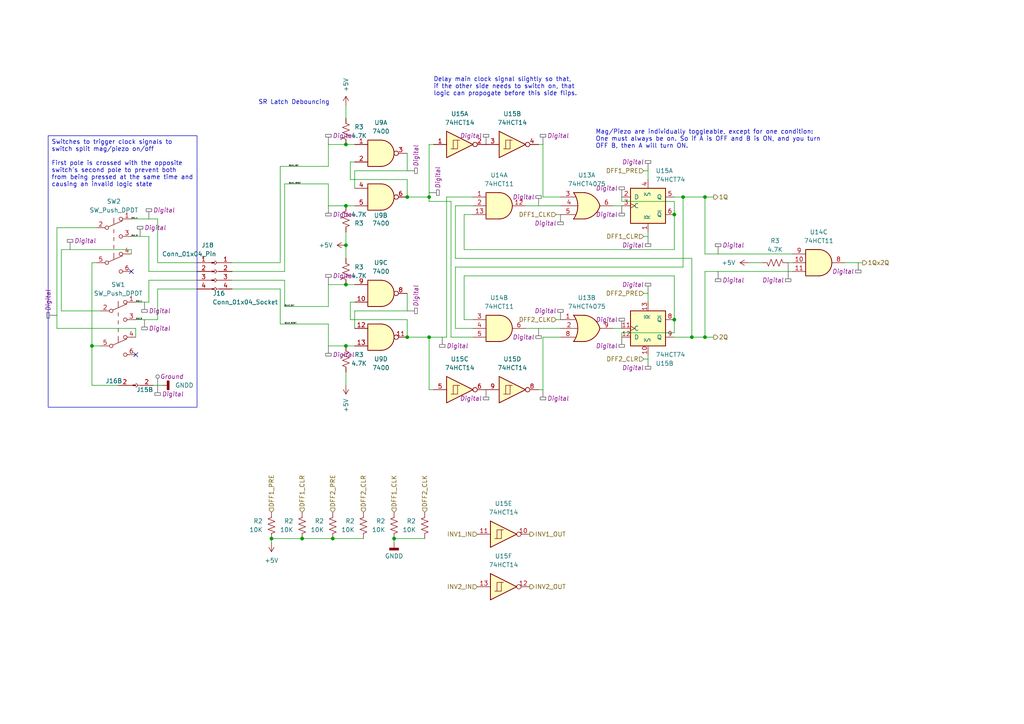
<source format=kicad_sch>
(kicad_sch (version 20230121) (generator eeschema)

  (uuid f85877aa-c24c-49f8-9add-f0cc1dc2a3e6)

  (paper "A4")

  (lib_symbols
    (symbol "74xx:7400" (pin_names (offset 1.016)) (in_bom yes) (on_board yes)
      (property "Reference" "U" (at 0 1.27 0)
        (effects (font (size 1.27 1.27)))
      )
      (property "Value" "7400" (at 0 -1.27 0)
        (effects (font (size 1.27 1.27)))
      )
      (property "Footprint" "" (at 0 0 0)
        (effects (font (size 1.27 1.27)) hide)
      )
      (property "Datasheet" "http://www.ti.com/lit/gpn/sn7400" (at 0 0 0)
        (effects (font (size 1.27 1.27)) hide)
      )
      (property "ki_locked" "" (at 0 0 0)
        (effects (font (size 1.27 1.27)))
      )
      (property "ki_keywords" "TTL nand 2-input" (at 0 0 0)
        (effects (font (size 1.27 1.27)) hide)
      )
      (property "ki_description" "quad 2-input NAND gate" (at 0 0 0)
        (effects (font (size 1.27 1.27)) hide)
      )
      (property "ki_fp_filters" "DIP*W7.62mm* SO14*" (at 0 0 0)
        (effects (font (size 1.27 1.27)) hide)
      )
      (symbol "7400_1_1"
        (arc (start 0 -3.81) (mid 3.7934 0) (end 0 3.81)
          (stroke (width 0.254) (type default))
          (fill (type background))
        )
        (polyline
          (pts
            (xy 0 3.81)
            (xy -3.81 3.81)
            (xy -3.81 -3.81)
            (xy 0 -3.81)
          )
          (stroke (width 0.254) (type default))
          (fill (type background))
        )
        (pin input line (at -7.62 2.54 0) (length 3.81)
          (name "~" (effects (font (size 1.27 1.27))))
          (number "1" (effects (font (size 1.27 1.27))))
        )
        (pin input line (at -7.62 -2.54 0) (length 3.81)
          (name "~" (effects (font (size 1.27 1.27))))
          (number "2" (effects (font (size 1.27 1.27))))
        )
        (pin output inverted (at 7.62 0 180) (length 3.81)
          (name "~" (effects (font (size 1.27 1.27))))
          (number "3" (effects (font (size 1.27 1.27))))
        )
      )
      (symbol "7400_1_2"
        (arc (start -3.81 -3.81) (mid -2.589 0) (end -3.81 3.81)
          (stroke (width 0.254) (type default))
          (fill (type none))
        )
        (arc (start -0.6096 -3.81) (mid 2.1842 -2.5851) (end 3.81 0)
          (stroke (width 0.254) (type default))
          (fill (type background))
        )
        (polyline
          (pts
            (xy -3.81 -3.81)
            (xy -0.635 -3.81)
          )
          (stroke (width 0.254) (type default))
          (fill (type background))
        )
        (polyline
          (pts
            (xy -3.81 3.81)
            (xy -0.635 3.81)
          )
          (stroke (width 0.254) (type default))
          (fill (type background))
        )
        (polyline
          (pts
            (xy -0.635 3.81)
            (xy -3.81 3.81)
            (xy -3.81 3.81)
            (xy -3.556 3.4036)
            (xy -3.0226 2.2606)
            (xy -2.6924 1.0414)
            (xy -2.6162 -0.254)
            (xy -2.7686 -1.4986)
            (xy -3.175 -2.7178)
            (xy -3.81 -3.81)
            (xy -3.81 -3.81)
            (xy -0.635 -3.81)
          )
          (stroke (width -25.4) (type default))
          (fill (type background))
        )
        (arc (start 3.81 0) (mid 2.1915 2.5936) (end -0.6096 3.81)
          (stroke (width 0.254) (type default))
          (fill (type background))
        )
        (pin input inverted (at -7.62 2.54 0) (length 4.318)
          (name "~" (effects (font (size 1.27 1.27))))
          (number "1" (effects (font (size 1.27 1.27))))
        )
        (pin input inverted (at -7.62 -2.54 0) (length 4.318)
          (name "~" (effects (font (size 1.27 1.27))))
          (number "2" (effects (font (size 1.27 1.27))))
        )
        (pin output line (at 7.62 0 180) (length 3.81)
          (name "~" (effects (font (size 1.27 1.27))))
          (number "3" (effects (font (size 1.27 1.27))))
        )
      )
      (symbol "7400_2_1"
        (arc (start 0 -3.81) (mid 3.7934 0) (end 0 3.81)
          (stroke (width 0.254) (type default))
          (fill (type background))
        )
        (polyline
          (pts
            (xy 0 3.81)
            (xy -3.81 3.81)
            (xy -3.81 -3.81)
            (xy 0 -3.81)
          )
          (stroke (width 0.254) (type default))
          (fill (type background))
        )
        (pin input line (at -7.62 2.54 0) (length 3.81)
          (name "~" (effects (font (size 1.27 1.27))))
          (number "4" (effects (font (size 1.27 1.27))))
        )
        (pin input line (at -7.62 -2.54 0) (length 3.81)
          (name "~" (effects (font (size 1.27 1.27))))
          (number "5" (effects (font (size 1.27 1.27))))
        )
        (pin output inverted (at 7.62 0 180) (length 3.81)
          (name "~" (effects (font (size 1.27 1.27))))
          (number "6" (effects (font (size 1.27 1.27))))
        )
      )
      (symbol "7400_2_2"
        (arc (start -3.81 -3.81) (mid -2.589 0) (end -3.81 3.81)
          (stroke (width 0.254) (type default))
          (fill (type none))
        )
        (arc (start -0.6096 -3.81) (mid 2.1842 -2.5851) (end 3.81 0)
          (stroke (width 0.254) (type default))
          (fill (type background))
        )
        (polyline
          (pts
            (xy -3.81 -3.81)
            (xy -0.635 -3.81)
          )
          (stroke (width 0.254) (type default))
          (fill (type background))
        )
        (polyline
          (pts
            (xy -3.81 3.81)
            (xy -0.635 3.81)
          )
          (stroke (width 0.254) (type default))
          (fill (type background))
        )
        (polyline
          (pts
            (xy -0.635 3.81)
            (xy -3.81 3.81)
            (xy -3.81 3.81)
            (xy -3.556 3.4036)
            (xy -3.0226 2.2606)
            (xy -2.6924 1.0414)
            (xy -2.6162 -0.254)
            (xy -2.7686 -1.4986)
            (xy -3.175 -2.7178)
            (xy -3.81 -3.81)
            (xy -3.81 -3.81)
            (xy -0.635 -3.81)
          )
          (stroke (width -25.4) (type default))
          (fill (type background))
        )
        (arc (start 3.81 0) (mid 2.1915 2.5936) (end -0.6096 3.81)
          (stroke (width 0.254) (type default))
          (fill (type background))
        )
        (pin input inverted (at -7.62 2.54 0) (length 4.318)
          (name "~" (effects (font (size 1.27 1.27))))
          (number "4" (effects (font (size 1.27 1.27))))
        )
        (pin input inverted (at -7.62 -2.54 0) (length 4.318)
          (name "~" (effects (font (size 1.27 1.27))))
          (number "5" (effects (font (size 1.27 1.27))))
        )
        (pin output line (at 7.62 0 180) (length 3.81)
          (name "~" (effects (font (size 1.27 1.27))))
          (number "6" (effects (font (size 1.27 1.27))))
        )
      )
      (symbol "7400_3_1"
        (arc (start 0 -3.81) (mid 3.7934 0) (end 0 3.81)
          (stroke (width 0.254) (type default))
          (fill (type background))
        )
        (polyline
          (pts
            (xy 0 3.81)
            (xy -3.81 3.81)
            (xy -3.81 -3.81)
            (xy 0 -3.81)
          )
          (stroke (width 0.254) (type default))
          (fill (type background))
        )
        (pin input line (at -7.62 -2.54 0) (length 3.81)
          (name "~" (effects (font (size 1.27 1.27))))
          (number "10" (effects (font (size 1.27 1.27))))
        )
        (pin output inverted (at 7.62 0 180) (length 3.81)
          (name "~" (effects (font (size 1.27 1.27))))
          (number "8" (effects (font (size 1.27 1.27))))
        )
        (pin input line (at -7.62 2.54 0) (length 3.81)
          (name "~" (effects (font (size 1.27 1.27))))
          (number "9" (effects (font (size 1.27 1.27))))
        )
      )
      (symbol "7400_3_2"
        (arc (start -3.81 -3.81) (mid -2.589 0) (end -3.81 3.81)
          (stroke (width 0.254) (type default))
          (fill (type none))
        )
        (arc (start -0.6096 -3.81) (mid 2.1842 -2.5851) (end 3.81 0)
          (stroke (width 0.254) (type default))
          (fill (type background))
        )
        (polyline
          (pts
            (xy -3.81 -3.81)
            (xy -0.635 -3.81)
          )
          (stroke (width 0.254) (type default))
          (fill (type background))
        )
        (polyline
          (pts
            (xy -3.81 3.81)
            (xy -0.635 3.81)
          )
          (stroke (width 0.254) (type default))
          (fill (type background))
        )
        (polyline
          (pts
            (xy -0.635 3.81)
            (xy -3.81 3.81)
            (xy -3.81 3.81)
            (xy -3.556 3.4036)
            (xy -3.0226 2.2606)
            (xy -2.6924 1.0414)
            (xy -2.6162 -0.254)
            (xy -2.7686 -1.4986)
            (xy -3.175 -2.7178)
            (xy -3.81 -3.81)
            (xy -3.81 -3.81)
            (xy -0.635 -3.81)
          )
          (stroke (width -25.4) (type default))
          (fill (type background))
        )
        (arc (start 3.81 0) (mid 2.1915 2.5936) (end -0.6096 3.81)
          (stroke (width 0.254) (type default))
          (fill (type background))
        )
        (pin input inverted (at -7.62 -2.54 0) (length 4.318)
          (name "~" (effects (font (size 1.27 1.27))))
          (number "10" (effects (font (size 1.27 1.27))))
        )
        (pin output line (at 7.62 0 180) (length 3.81)
          (name "~" (effects (font (size 1.27 1.27))))
          (number "8" (effects (font (size 1.27 1.27))))
        )
        (pin input inverted (at -7.62 2.54 0) (length 4.318)
          (name "~" (effects (font (size 1.27 1.27))))
          (number "9" (effects (font (size 1.27 1.27))))
        )
      )
      (symbol "7400_4_1"
        (arc (start 0 -3.81) (mid 3.7934 0) (end 0 3.81)
          (stroke (width 0.254) (type default))
          (fill (type background))
        )
        (polyline
          (pts
            (xy 0 3.81)
            (xy -3.81 3.81)
            (xy -3.81 -3.81)
            (xy 0 -3.81)
          )
          (stroke (width 0.254) (type default))
          (fill (type background))
        )
        (pin output inverted (at 7.62 0 180) (length 3.81)
          (name "~" (effects (font (size 1.27 1.27))))
          (number "11" (effects (font (size 1.27 1.27))))
        )
        (pin input line (at -7.62 2.54 0) (length 3.81)
          (name "~" (effects (font (size 1.27 1.27))))
          (number "12" (effects (font (size 1.27 1.27))))
        )
        (pin input line (at -7.62 -2.54 0) (length 3.81)
          (name "~" (effects (font (size 1.27 1.27))))
          (number "13" (effects (font (size 1.27 1.27))))
        )
      )
      (symbol "7400_4_2"
        (arc (start -3.81 -3.81) (mid -2.589 0) (end -3.81 3.81)
          (stroke (width 0.254) (type default))
          (fill (type none))
        )
        (arc (start -0.6096 -3.81) (mid 2.1842 -2.5851) (end 3.81 0)
          (stroke (width 0.254) (type default))
          (fill (type background))
        )
        (polyline
          (pts
            (xy -3.81 -3.81)
            (xy -0.635 -3.81)
          )
          (stroke (width 0.254) (type default))
          (fill (type background))
        )
        (polyline
          (pts
            (xy -3.81 3.81)
            (xy -0.635 3.81)
          )
          (stroke (width 0.254) (type default))
          (fill (type background))
        )
        (polyline
          (pts
            (xy -0.635 3.81)
            (xy -3.81 3.81)
            (xy -3.81 3.81)
            (xy -3.556 3.4036)
            (xy -3.0226 2.2606)
            (xy -2.6924 1.0414)
            (xy -2.6162 -0.254)
            (xy -2.7686 -1.4986)
            (xy -3.175 -2.7178)
            (xy -3.81 -3.81)
            (xy -3.81 -3.81)
            (xy -0.635 -3.81)
          )
          (stroke (width -25.4) (type default))
          (fill (type background))
        )
        (arc (start 3.81 0) (mid 2.1915 2.5936) (end -0.6096 3.81)
          (stroke (width 0.254) (type default))
          (fill (type background))
        )
        (pin output line (at 7.62 0 180) (length 3.81)
          (name "~" (effects (font (size 1.27 1.27))))
          (number "11" (effects (font (size 1.27 1.27))))
        )
        (pin input inverted (at -7.62 2.54 0) (length 4.318)
          (name "~" (effects (font (size 1.27 1.27))))
          (number "12" (effects (font (size 1.27 1.27))))
        )
        (pin input inverted (at -7.62 -2.54 0) (length 4.318)
          (name "~" (effects (font (size 1.27 1.27))))
          (number "13" (effects (font (size 1.27 1.27))))
        )
      )
      (symbol "7400_5_0"
        (pin power_in line (at 0 12.7 270) (length 5.08)
          (name "VCC" (effects (font (size 1.27 1.27))))
          (number "14" (effects (font (size 1.27 1.27))))
        )
        (pin power_in line (at 0 -12.7 90) (length 5.08)
          (name "GND" (effects (font (size 1.27 1.27))))
          (number "7" (effects (font (size 1.27 1.27))))
        )
      )
      (symbol "7400_5_1"
        (rectangle (start -5.08 7.62) (end 5.08 -7.62)
          (stroke (width 0.254) (type default))
          (fill (type background))
        )
      )
    )
    (symbol "74xx:74HCT11" (pin_names (offset 1.016)) (in_bom yes) (on_board yes)
      (property "Reference" "U" (at 0 1.27 0)
        (effects (font (size 1.27 1.27)))
      )
      (property "Value" "74HCT11" (at 0 -1.27 0)
        (effects (font (size 1.27 1.27)))
      )
      (property "Footprint" "Package_DIP:DIP-14_W7.62mm_Socket" (at 0 0 0)
        (effects (font (size 1.27 1.27)) hide)
      )
      (property "Datasheet" "http://www.ti.com/lit/gpn/sn74LS11" (at 0 0 0)
        (effects (font (size 1.27 1.27)) hide)
      )
      (property "ki_locked" "" (at 0 0 0)
        (effects (font (size 1.27 1.27)))
      )
      (property "ki_keywords" "CMOS TTL And3" (at 0 0 0)
        (effects (font (size 1.27 1.27)) hide)
      )
      (property "ki_description" "Triple 3-input AND" (at 0 0 0)
        (effects (font (size 1.27 1.27)) hide)
      )
      (property "ki_fp_filters" "DIP*W7.62mm*" (at 0 0 0)
        (effects (font (size 1.27 1.27)) hide)
      )
      (symbol "74HCT11_1_1"
        (arc (start 0 -3.81) (mid 3.7934 0) (end 0 3.81)
          (stroke (width 0.254) (type default))
          (fill (type background))
        )
        (polyline
          (pts
            (xy 0 3.81)
            (xy -3.81 3.81)
            (xy -3.81 -3.81)
            (xy 0 -3.81)
          )
          (stroke (width 0.254) (type default))
          (fill (type background))
        )
        (pin input line (at -7.62 2.54 0) (length 3.81)
          (name "~" (effects (font (size 1.27 1.27))))
          (number "1" (effects (font (size 1.27 1.27))))
        )
        (pin output line (at 7.62 0 180) (length 3.81)
          (name "~" (effects (font (size 1.27 1.27))))
          (number "12" (effects (font (size 1.27 1.27))))
        )
        (pin input line (at -7.62 -2.54 0) (length 3.81)
          (name "~" (effects (font (size 1.27 1.27))))
          (number "13" (effects (font (size 1.27 1.27))))
        )
        (pin input line (at -7.62 0 0) (length 3.81)
          (name "~" (effects (font (size 1.27 1.27))))
          (number "2" (effects (font (size 1.27 1.27))))
        )
      )
      (symbol "74HCT11_1_2"
        (arc (start -3.81 -3.81) (mid -2.589 0) (end -3.81 3.81)
          (stroke (width 0.254) (type default))
          (fill (type none))
        )
        (arc (start -0.6096 -3.81) (mid 2.1842 -2.5851) (end 3.81 0)
          (stroke (width 0.254) (type default))
          (fill (type background))
        )
        (polyline
          (pts
            (xy -3.81 -3.81)
            (xy -0.635 -3.81)
          )
          (stroke (width 0.254) (type default))
          (fill (type background))
        )
        (polyline
          (pts
            (xy -3.81 3.81)
            (xy -0.635 3.81)
          )
          (stroke (width 0.254) (type default))
          (fill (type background))
        )
        (polyline
          (pts
            (xy -0.635 3.81)
            (xy -3.81 3.81)
            (xy -3.81 3.81)
            (xy -3.556 3.4036)
            (xy -3.0226 2.2606)
            (xy -2.6924 1.0414)
            (xy -2.6162 -0.254)
            (xy -2.7686 -1.4986)
            (xy -3.175 -2.7178)
            (xy -3.81 -3.81)
            (xy -3.81 -3.81)
            (xy -0.635 -3.81)
          )
          (stroke (width -25.4) (type default))
          (fill (type background))
        )
        (arc (start 3.81 0) (mid 2.1915 2.5936) (end -0.6096 3.81)
          (stroke (width 0.254) (type default))
          (fill (type background))
        )
        (pin input inverted (at -7.62 2.54 0) (length 4.318)
          (name "~" (effects (font (size 1.27 1.27))))
          (number "1" (effects (font (size 1.27 1.27))))
        )
        (pin output inverted (at 7.62 0 180) (length 3.81)
          (name "~" (effects (font (size 1.27 1.27))))
          (number "12" (effects (font (size 1.27 1.27))))
        )
        (pin input inverted (at -7.62 -2.54 0) (length 4.318)
          (name "~" (effects (font (size 1.27 1.27))))
          (number "13" (effects (font (size 1.27 1.27))))
        )
        (pin input inverted (at -7.62 0 0) (length 4.953)
          (name "~" (effects (font (size 1.27 1.27))))
          (number "2" (effects (font (size 1.27 1.27))))
        )
      )
      (symbol "74HCT11_2_1"
        (arc (start 0 -3.81) (mid 3.7934 0) (end 0 3.81)
          (stroke (width 0.254) (type default))
          (fill (type background))
        )
        (polyline
          (pts
            (xy 0 3.81)
            (xy -3.81 3.81)
            (xy -3.81 -3.81)
            (xy 0 -3.81)
          )
          (stroke (width 0.254) (type default))
          (fill (type background))
        )
        (pin input line (at -7.62 2.54 0) (length 3.81)
          (name "~" (effects (font (size 1.27 1.27))))
          (number "3" (effects (font (size 1.27 1.27))))
        )
        (pin input line (at -7.62 0 0) (length 3.81)
          (name "~" (effects (font (size 1.27 1.27))))
          (number "4" (effects (font (size 1.27 1.27))))
        )
        (pin input line (at -7.62 -2.54 0) (length 3.81)
          (name "~" (effects (font (size 1.27 1.27))))
          (number "5" (effects (font (size 1.27 1.27))))
        )
        (pin output line (at 7.62 0 180) (length 3.81)
          (name "~" (effects (font (size 1.27 1.27))))
          (number "6" (effects (font (size 1.27 1.27))))
        )
      )
      (symbol "74HCT11_2_2"
        (arc (start -3.81 -3.81) (mid -2.589 0) (end -3.81 3.81)
          (stroke (width 0.254) (type default))
          (fill (type none))
        )
        (arc (start -0.6096 -3.81) (mid 2.1842 -2.5851) (end 3.81 0)
          (stroke (width 0.254) (type default))
          (fill (type background))
        )
        (polyline
          (pts
            (xy -3.81 -3.81)
            (xy -0.635 -3.81)
          )
          (stroke (width 0.254) (type default))
          (fill (type background))
        )
        (polyline
          (pts
            (xy -3.81 3.81)
            (xy -0.635 3.81)
          )
          (stroke (width 0.254) (type default))
          (fill (type background))
        )
        (polyline
          (pts
            (xy -0.635 3.81)
            (xy -3.81 3.81)
            (xy -3.81 3.81)
            (xy -3.556 3.4036)
            (xy -3.0226 2.2606)
            (xy -2.6924 1.0414)
            (xy -2.6162 -0.254)
            (xy -2.7686 -1.4986)
            (xy -3.175 -2.7178)
            (xy -3.81 -3.81)
            (xy -3.81 -3.81)
            (xy -0.635 -3.81)
          )
          (stroke (width -25.4) (type default))
          (fill (type background))
        )
        (arc (start 3.81 0) (mid 2.1915 2.5936) (end -0.6096 3.81)
          (stroke (width 0.254) (type default))
          (fill (type background))
        )
        (pin input inverted (at -7.62 2.54 0) (length 4.318)
          (name "~" (effects (font (size 1.27 1.27))))
          (number "3" (effects (font (size 1.27 1.27))))
        )
        (pin input inverted (at -7.62 0 0) (length 4.953)
          (name "~" (effects (font (size 1.27 1.27))))
          (number "4" (effects (font (size 1.27 1.27))))
        )
        (pin input inverted (at -7.62 -2.54 0) (length 4.318)
          (name "~" (effects (font (size 1.27 1.27))))
          (number "5" (effects (font (size 1.27 1.27))))
        )
        (pin output inverted (at 7.62 0 180) (length 3.81)
          (name "~" (effects (font (size 1.27 1.27))))
          (number "6" (effects (font (size 1.27 1.27))))
        )
      )
      (symbol "74HCT11_3_1"
        (arc (start 0 -3.81) (mid 3.7934 0) (end 0 3.81)
          (stroke (width 0.254) (type default))
          (fill (type background))
        )
        (polyline
          (pts
            (xy 0 3.81)
            (xy -3.81 3.81)
            (xy -3.81 -3.81)
            (xy 0 -3.81)
          )
          (stroke (width 0.254) (type default))
          (fill (type background))
        )
        (pin input line (at -7.62 0 0) (length 3.81)
          (name "~" (effects (font (size 1.27 1.27))))
          (number "10" (effects (font (size 1.27 1.27))))
        )
        (pin input line (at -7.62 -2.54 0) (length 3.81)
          (name "~" (effects (font (size 1.27 1.27))))
          (number "11" (effects (font (size 1.27 1.27))))
        )
        (pin output line (at 7.62 0 180) (length 3.81)
          (name "~" (effects (font (size 1.27 1.27))))
          (number "8" (effects (font (size 1.27 1.27))))
        )
        (pin input line (at -7.62 2.54 0) (length 3.81)
          (name "~" (effects (font (size 1.27 1.27))))
          (number "9" (effects (font (size 1.27 1.27))))
        )
      )
      (symbol "74HCT11_3_2"
        (arc (start -3.81 -3.81) (mid -2.589 0) (end -3.81 3.81)
          (stroke (width 0.254) (type default))
          (fill (type none))
        )
        (arc (start -0.6096 -3.81) (mid 2.1842 -2.5851) (end 3.81 0)
          (stroke (width 0.254) (type default))
          (fill (type background))
        )
        (polyline
          (pts
            (xy -3.81 -3.81)
            (xy -0.635 -3.81)
          )
          (stroke (width 0.254) (type default))
          (fill (type background))
        )
        (polyline
          (pts
            (xy -3.81 3.81)
            (xy -0.635 3.81)
          )
          (stroke (width 0.254) (type default))
          (fill (type background))
        )
        (polyline
          (pts
            (xy -0.635 3.81)
            (xy -3.81 3.81)
            (xy -3.81 3.81)
            (xy -3.556 3.4036)
            (xy -3.0226 2.2606)
            (xy -2.6924 1.0414)
            (xy -2.6162 -0.254)
            (xy -2.7686 -1.4986)
            (xy -3.175 -2.7178)
            (xy -3.81 -3.81)
            (xy -3.81 -3.81)
            (xy -0.635 -3.81)
          )
          (stroke (width -25.4) (type default))
          (fill (type background))
        )
        (arc (start 3.81 0) (mid 2.1915 2.5936) (end -0.6096 3.81)
          (stroke (width 0.254) (type default))
          (fill (type background))
        )
        (pin input inverted (at -7.62 0 0) (length 4.953)
          (name "~" (effects (font (size 1.27 1.27))))
          (number "10" (effects (font (size 1.27 1.27))))
        )
        (pin input inverted (at -7.62 -2.54 0) (length 4.318)
          (name "~" (effects (font (size 1.27 1.27))))
          (number "11" (effects (font (size 1.27 1.27))))
        )
        (pin output inverted (at 7.62 0 180) (length 3.81)
          (name "~" (effects (font (size 1.27 1.27))))
          (number "8" (effects (font (size 1.27 1.27))))
        )
        (pin input inverted (at -7.62 2.54 0) (length 4.318)
          (name "~" (effects (font (size 1.27 1.27))))
          (number "9" (effects (font (size 1.27 1.27))))
        )
      )
      (symbol "74HCT11_4_0"
        (pin power_in line (at 0 12.7 270) (length 5.08)
          (name "VCC" (effects (font (size 1.27 1.27))))
          (number "14" (effects (font (size 1.27 1.27))))
        )
        (pin power_in line (at 0 -12.7 90) (length 5.08)
          (name "GND" (effects (font (size 1.27 1.27))))
          (number "7" (effects (font (size 1.27 1.27))))
        )
      )
      (symbol "74HCT11_4_1"
        (rectangle (start -5.08 7.62) (end 5.08 -7.62)
          (stroke (width 0.254) (type default))
          (fill (type background))
        )
      )
    )
    (symbol "74xx:74HCT14" (pin_names (offset 1.016)) (in_bom yes) (on_board yes)
      (property "Reference" "U" (at 0 1.27 0)
        (effects (font (size 1.27 1.27)))
      )
      (property "Value" "74HCT14" (at 0 -1.27 0)
        (effects (font (size 1.27 1.27)))
      )
      (property "Footprint" "Package_DIP:DIP-14_W7.62mm_Socket" (at 0 0 0)
        (effects (font (size 1.27 1.27)) hide)
      )
      (property "Datasheet" "http://www.ti.com/lit/gpn/sn74HC14" (at 0 0 0)
        (effects (font (size 1.27 1.27)) hide)
      )
      (property "ki_locked" "" (at 0 0 0)
        (effects (font (size 1.27 1.27)))
      )
      (property "ki_keywords" "HCMOS TTL not inverter" (at 0 0 0)
        (effects (font (size 1.27 1.27)) hide)
      )
      (property "ki_description" "Hex inverter schmitt trigger" (at 0 0 0)
        (effects (font (size 1.27 1.27)) hide)
      )
      (property "ki_fp_filters" "DIP*W7.62mm*" (at 0 0 0)
        (effects (font (size 1.27 1.27)) hide)
      )
      (symbol "74HCT14_1_0"
        (polyline
          (pts
            (xy -3.81 3.81)
            (xy -3.81 -3.81)
            (xy 3.81 0)
            (xy -3.81 3.81)
          )
          (stroke (width 0.254) (type default))
          (fill (type background))
        )
        (pin input line (at -7.62 0 0) (length 3.81)
          (name "~" (effects (font (size 1.27 1.27))))
          (number "1" (effects (font (size 1.27 1.27))))
        )
        (pin output inverted (at 7.62 0 180) (length 3.81)
          (name "~" (effects (font (size 1.27 1.27))))
          (number "2" (effects (font (size 1.27 1.27))))
        )
      )
      (symbol "74HCT14_1_1"
        (polyline
          (pts
            (xy -1.905 -1.27)
            (xy -1.905 1.27)
            (xy -0.635 1.27)
          )
          (stroke (width 0) (type default))
          (fill (type none))
        )
        (polyline
          (pts
            (xy -2.54 -1.27)
            (xy -0.635 -1.27)
            (xy -0.635 1.27)
            (xy 0 1.27)
          )
          (stroke (width 0) (type default))
          (fill (type none))
        )
      )
      (symbol "74HCT14_2_0"
        (polyline
          (pts
            (xy -3.81 3.81)
            (xy -3.81 -3.81)
            (xy 3.81 0)
            (xy -3.81 3.81)
          )
          (stroke (width 0.254) (type default))
          (fill (type background))
        )
        (pin input line (at -7.62 0 0) (length 3.81)
          (name "~" (effects (font (size 1.27 1.27))))
          (number "3" (effects (font (size 1.27 1.27))))
        )
        (pin output inverted (at 7.62 0 180) (length 3.81)
          (name "~" (effects (font (size 1.27 1.27))))
          (number "4" (effects (font (size 1.27 1.27))))
        )
      )
      (symbol "74HCT14_2_1"
        (polyline
          (pts
            (xy -1.905 -1.27)
            (xy -1.905 1.27)
            (xy -0.635 1.27)
          )
          (stroke (width 0) (type default))
          (fill (type none))
        )
        (polyline
          (pts
            (xy -2.54 -1.27)
            (xy -0.635 -1.27)
            (xy -0.635 1.27)
            (xy 0 1.27)
          )
          (stroke (width 0) (type default))
          (fill (type none))
        )
      )
      (symbol "74HCT14_3_0"
        (polyline
          (pts
            (xy -3.81 3.81)
            (xy -3.81 -3.81)
            (xy 3.81 0)
            (xy -3.81 3.81)
          )
          (stroke (width 0.254) (type default))
          (fill (type background))
        )
        (pin input line (at -7.62 0 0) (length 3.81)
          (name "~" (effects (font (size 1.27 1.27))))
          (number "5" (effects (font (size 1.27 1.27))))
        )
        (pin output inverted (at 7.62 0 180) (length 3.81)
          (name "~" (effects (font (size 1.27 1.27))))
          (number "6" (effects (font (size 1.27 1.27))))
        )
      )
      (symbol "74HCT14_3_1"
        (polyline
          (pts
            (xy -1.905 -1.27)
            (xy -1.905 1.27)
            (xy -0.635 1.27)
          )
          (stroke (width 0) (type default))
          (fill (type none))
        )
        (polyline
          (pts
            (xy -2.54 -1.27)
            (xy -0.635 -1.27)
            (xy -0.635 1.27)
            (xy 0 1.27)
          )
          (stroke (width 0) (type default))
          (fill (type none))
        )
      )
      (symbol "74HCT14_4_0"
        (polyline
          (pts
            (xy -3.81 3.81)
            (xy -3.81 -3.81)
            (xy 3.81 0)
            (xy -3.81 3.81)
          )
          (stroke (width 0.254) (type default))
          (fill (type background))
        )
        (pin output inverted (at 7.62 0 180) (length 3.81)
          (name "~" (effects (font (size 1.27 1.27))))
          (number "8" (effects (font (size 1.27 1.27))))
        )
        (pin input line (at -7.62 0 0) (length 3.81)
          (name "~" (effects (font (size 1.27 1.27))))
          (number "9" (effects (font (size 1.27 1.27))))
        )
      )
      (symbol "74HCT14_4_1"
        (polyline
          (pts
            (xy -1.905 -1.27)
            (xy -1.905 1.27)
            (xy -0.635 1.27)
          )
          (stroke (width 0) (type default))
          (fill (type none))
        )
        (polyline
          (pts
            (xy -2.54 -1.27)
            (xy -0.635 -1.27)
            (xy -0.635 1.27)
            (xy 0 1.27)
          )
          (stroke (width 0) (type default))
          (fill (type none))
        )
      )
      (symbol "74HCT14_5_0"
        (polyline
          (pts
            (xy -3.81 3.81)
            (xy -3.81 -3.81)
            (xy 3.81 0)
            (xy -3.81 3.81)
          )
          (stroke (width 0.254) (type default))
          (fill (type background))
        )
        (pin output inverted (at 7.62 0 180) (length 3.81)
          (name "~" (effects (font (size 1.27 1.27))))
          (number "10" (effects (font (size 1.27 1.27))))
        )
        (pin input line (at -7.62 0 0) (length 3.81)
          (name "~" (effects (font (size 1.27 1.27))))
          (number "11" (effects (font (size 1.27 1.27))))
        )
      )
      (symbol "74HCT14_5_1"
        (polyline
          (pts
            (xy -1.905 -1.27)
            (xy -1.905 1.27)
            (xy -0.635 1.27)
          )
          (stroke (width 0) (type default))
          (fill (type none))
        )
        (polyline
          (pts
            (xy -2.54 -1.27)
            (xy -0.635 -1.27)
            (xy -0.635 1.27)
            (xy 0 1.27)
          )
          (stroke (width 0) (type default))
          (fill (type none))
        )
      )
      (symbol "74HCT14_6_0"
        (polyline
          (pts
            (xy -3.81 3.81)
            (xy -3.81 -3.81)
            (xy 3.81 0)
            (xy -3.81 3.81)
          )
          (stroke (width 0.254) (type default))
          (fill (type background))
        )
        (pin output inverted (at 7.62 0 180) (length 3.81)
          (name "~" (effects (font (size 1.27 1.27))))
          (number "12" (effects (font (size 1.27 1.27))))
        )
        (pin input line (at -7.62 0 0) (length 3.81)
          (name "~" (effects (font (size 1.27 1.27))))
          (number "13" (effects (font (size 1.27 1.27))))
        )
      )
      (symbol "74HCT14_6_1"
        (polyline
          (pts
            (xy -1.905 -1.27)
            (xy -1.905 1.27)
            (xy -0.635 1.27)
          )
          (stroke (width 0) (type default))
          (fill (type none))
        )
        (polyline
          (pts
            (xy -2.54 -1.27)
            (xy -0.635 -1.27)
            (xy -0.635 1.27)
            (xy 0 1.27)
          )
          (stroke (width 0) (type default))
          (fill (type none))
        )
      )
      (symbol "74HCT14_7_0"
        (pin power_in line (at 0 12.7 270) (length 5.08)
          (name "VCC" (effects (font (size 1.27 1.27))))
          (number "14" (effects (font (size 1.27 1.27))))
        )
        (pin power_in line (at 0 -12.7 90) (length 5.08)
          (name "GND" (effects (font (size 1.27 1.27))))
          (number "7" (effects (font (size 1.27 1.27))))
        )
      )
      (symbol "74HCT14_7_1"
        (rectangle (start -5.08 7.62) (end 5.08 -7.62)
          (stroke (width 0.254) (type default))
          (fill (type background))
        )
      )
    )
    (symbol "74xx:74HCT4075" (pin_names (offset 1.016)) (in_bom yes) (on_board yes)
      (property "Reference" "U" (at 0 1.27 0)
        (effects (font (size 1.27 1.27)))
      )
      (property "Value" "74HCT4075" (at 0 -1.27 0)
        (effects (font (size 1.27 1.27)))
      )
      (property "Footprint" "Package_DIP:DIP-14_W7.62mm_Socket" (at 0 0 0)
        (effects (font (size 1.27 1.27)) hide)
      )
      (property "Datasheet" "https://www.ti.com/lit/gpn/sn74hct4075" (at 0 0 0)
        (effects (font (size 1.27 1.27)) hide)
      )
      (property "ki_locked" "" (at 0 0 0)
        (effects (font (size 1.27 1.27)))
      )
      (property "ki_keywords" "CMOS TTL Or3" (at 0 0 0)
        (effects (font (size 1.27 1.27)) hide)
      )
      (property "ki_description" "Triple 3-input OR" (at 0 0 0)
        (effects (font (size 1.27 1.27)) hide)
      )
      (property "ki_fp_filters" "DIP*W7.62mm*" (at 0 0 0)
        (effects (font (size 1.27 1.27)) hide)
      )
      (symbol "74HCT4075_1_1"
        (arc (start -3.81 -3.81) (mid -2.589 0) (end -3.81 3.81)
          (stroke (width 0.254) (type default))
          (fill (type none))
        )
        (arc (start -0.6096 -3.81) (mid 2.1842 -2.5851) (end 3.81 0)
          (stroke (width 0.254) (type default))
          (fill (type background))
        )
        (polyline
          (pts
            (xy -3.81 -3.81)
            (xy -0.635 -3.81)
          )
          (stroke (width 0.254) (type default))
          (fill (type background))
        )
        (polyline
          (pts
            (xy -3.81 3.81)
            (xy -0.635 3.81)
          )
          (stroke (width 0.254) (type default))
          (fill (type background))
        )
        (polyline
          (pts
            (xy -0.635 3.81)
            (xy -3.81 3.81)
            (xy -3.81 3.81)
            (xy -3.556 3.4036)
            (xy -3.0226 2.2606)
            (xy -2.6924 1.0414)
            (xy -2.6162 -0.254)
            (xy -2.7686 -1.4986)
            (xy -3.175 -2.7178)
            (xy -3.81 -3.81)
            (xy -3.81 -3.81)
            (xy -0.635 -3.81)
          )
          (stroke (width -25.4) (type default))
          (fill (type background))
        )
        (arc (start 3.81 0) (mid 2.1915 2.5936) (end -0.6096 3.81)
          (stroke (width 0.254) (type default))
          (fill (type background))
        )
        (pin input line (at -7.62 2.54 0) (length 4.318)
          (name "~" (effects (font (size 1.27 1.27))))
          (number "3" (effects (font (size 1.27 1.27))))
        )
        (pin input line (at -7.62 0 0) (length 4.953)
          (name "~" (effects (font (size 1.27 1.27))))
          (number "4" (effects (font (size 1.27 1.27))))
        )
        (pin input line (at -7.62 -2.54 0) (length 4.318)
          (name "~" (effects (font (size 1.27 1.27))))
          (number "5" (effects (font (size 1.27 1.27))))
        )
        (pin output line (at 7.62 0 180) (length 3.81)
          (name "~" (effects (font (size 1.27 1.27))))
          (number "6" (effects (font (size 1.27 1.27))))
        )
      )
      (symbol "74HCT4075_1_2"
        (arc (start 0 -3.81) (mid 3.7934 0) (end 0 3.81)
          (stroke (width 0.254) (type default))
          (fill (type background))
        )
        (polyline
          (pts
            (xy 0 3.81)
            (xy -3.81 3.81)
            (xy -3.81 -3.81)
            (xy 0 -3.81)
          )
          (stroke (width 0.254) (type default))
          (fill (type background))
        )
        (pin input inverted (at -7.62 2.54 0) (length 3.81)
          (name "~" (effects (font (size 1.27 1.27))))
          (number "1" (effects (font (size 1.27 1.27))))
        )
        (pin output line (at 7.62 0 180) (length 3.81)
          (name "~" (effects (font (size 1.27 1.27))))
          (number "12" (effects (font (size 1.27 1.27))))
        )
        (pin input inverted (at -7.62 -2.54 0) (length 3.81)
          (name "~" (effects (font (size 1.27 1.27))))
          (number "13" (effects (font (size 1.27 1.27))))
        )
        (pin input inverted (at -7.62 0 0) (length 3.81)
          (name "~" (effects (font (size 1.27 1.27))))
          (number "2" (effects (font (size 1.27 1.27))))
        )
      )
      (symbol "74HCT4075_2_1"
        (arc (start -3.81 -3.81) (mid -2.589 0) (end -3.81 3.81)
          (stroke (width 0.254) (type default))
          (fill (type none))
        )
        (arc (start -0.6096 -3.81) (mid 2.1842 -2.5851) (end 3.81 0)
          (stroke (width 0.254) (type default))
          (fill (type background))
        )
        (polyline
          (pts
            (xy -3.81 -3.81)
            (xy -0.635 -3.81)
          )
          (stroke (width 0.254) (type default))
          (fill (type background))
        )
        (polyline
          (pts
            (xy -3.81 3.81)
            (xy -0.635 3.81)
          )
          (stroke (width 0.254) (type default))
          (fill (type background))
        )
        (polyline
          (pts
            (xy -0.635 3.81)
            (xy -3.81 3.81)
            (xy -3.81 3.81)
            (xy -3.556 3.4036)
            (xy -3.0226 2.2606)
            (xy -2.6924 1.0414)
            (xy -2.6162 -0.254)
            (xy -2.7686 -1.4986)
            (xy -3.175 -2.7178)
            (xy -3.81 -3.81)
            (xy -3.81 -3.81)
            (xy -0.635 -3.81)
          )
          (stroke (width -25.4) (type default))
          (fill (type background))
        )
        (arc (start 3.81 0) (mid 2.1915 2.5936) (end -0.6096 3.81)
          (stroke (width 0.254) (type default))
          (fill (type background))
        )
        (pin input line (at -7.62 2.54 0) (length 4.318)
          (name "~" (effects (font (size 1.27 1.27))))
          (number "1" (effects (font (size 1.27 1.27))))
        )
        (pin input line (at -7.62 0 0) (length 4.953)
          (name "~" (effects (font (size 1.27 1.27))))
          (number "2" (effects (font (size 1.27 1.27))))
        )
        (pin input line (at -7.62 -2.54 0) (length 4.318)
          (name "~" (effects (font (size 1.27 1.27))))
          (number "8" (effects (font (size 1.27 1.27))))
        )
        (pin output line (at 7.62 0 180) (length 3.81)
          (name "~" (effects (font (size 1.27 1.27))))
          (number "9" (effects (font (size 1.27 1.27))))
        )
      )
      (symbol "74HCT4075_2_2"
        (arc (start 0 -3.81) (mid 3.7934 0) (end 0 3.81)
          (stroke (width 0.254) (type default))
          (fill (type background))
        )
        (polyline
          (pts
            (xy 0 3.81)
            (xy -3.81 3.81)
            (xy -3.81 -3.81)
            (xy 0 -3.81)
          )
          (stroke (width 0.254) (type default))
          (fill (type background))
        )
        (pin input inverted (at -7.62 2.54 0) (length 3.81)
          (name "~" (effects (font (size 1.27 1.27))))
          (number "3" (effects (font (size 1.27 1.27))))
        )
        (pin input inverted (at -7.62 0 0) (length 3.81)
          (name "~" (effects (font (size 1.27 1.27))))
          (number "4" (effects (font (size 1.27 1.27))))
        )
        (pin input inverted (at -7.62 -2.54 0) (length 3.81)
          (name "~" (effects (font (size 1.27 1.27))))
          (number "5" (effects (font (size 1.27 1.27))))
        )
        (pin output line (at 7.62 0 180) (length 3.81)
          (name "~" (effects (font (size 1.27 1.27))))
          (number "6" (effects (font (size 1.27 1.27))))
        )
      )
      (symbol "74HCT4075_3_1"
        (arc (start -3.81 -3.81) (mid -2.589 0) (end -3.81 3.81)
          (stroke (width 0.254) (type default))
          (fill (type none))
        )
        (arc (start -0.6096 -3.81) (mid 2.1842 -2.5851) (end 3.81 0)
          (stroke (width 0.254) (type default))
          (fill (type background))
        )
        (polyline
          (pts
            (xy -3.81 -3.81)
            (xy -0.635 -3.81)
          )
          (stroke (width 0.254) (type default))
          (fill (type background))
        )
        (polyline
          (pts
            (xy -3.81 3.81)
            (xy -0.635 3.81)
          )
          (stroke (width 0.254) (type default))
          (fill (type background))
        )
        (polyline
          (pts
            (xy -0.635 3.81)
            (xy -3.81 3.81)
            (xy -3.81 3.81)
            (xy -3.556 3.4036)
            (xy -3.0226 2.2606)
            (xy -2.6924 1.0414)
            (xy -2.6162 -0.254)
            (xy -2.7686 -1.4986)
            (xy -3.175 -2.7178)
            (xy -3.81 -3.81)
            (xy -3.81 -3.81)
            (xy -0.635 -3.81)
          )
          (stroke (width -25.4) (type default))
          (fill (type background))
        )
        (arc (start 3.81 0) (mid 2.1915 2.5936) (end -0.6096 3.81)
          (stroke (width 0.254) (type default))
          (fill (type background))
        )
        (pin output line (at 7.62 0 180) (length 3.81)
          (name "~" (effects (font (size 1.27 1.27))))
          (number "10" (effects (font (size 1.27 1.27))))
        )
        (pin input line (at -7.62 2.54 0) (length 4.318)
          (name "~" (effects (font (size 1.27 1.27))))
          (number "11" (effects (font (size 1.27 1.27))))
        )
        (pin input line (at -7.62 0 0) (length 4.953)
          (name "~" (effects (font (size 1.27 1.27))))
          (number "12" (effects (font (size 1.27 1.27))))
        )
        (pin input line (at -7.62 -2.54 0) (length 4.318)
          (name "~" (effects (font (size 1.27 1.27))))
          (number "13" (effects (font (size 1.27 1.27))))
        )
      )
      (symbol "74HCT4075_3_2"
        (arc (start 0 -3.81) (mid 3.7934 0) (end 0 3.81)
          (stroke (width 0.254) (type default))
          (fill (type background))
        )
        (polyline
          (pts
            (xy 0 3.81)
            (xy -3.81 3.81)
            (xy -3.81 -3.81)
            (xy 0 -3.81)
          )
          (stroke (width 0.254) (type default))
          (fill (type background))
        )
        (pin input inverted (at -7.62 0 0) (length 3.81)
          (name "~" (effects (font (size 1.27 1.27))))
          (number "10" (effects (font (size 1.27 1.27))))
        )
        (pin input inverted (at -7.62 -2.54 0) (length 3.81)
          (name "~" (effects (font (size 1.27 1.27))))
          (number "11" (effects (font (size 1.27 1.27))))
        )
        (pin output line (at 7.62 0 180) (length 3.81)
          (name "~" (effects (font (size 1.27 1.27))))
          (number "8" (effects (font (size 1.27 1.27))))
        )
        (pin input inverted (at -7.62 2.54 0) (length 3.81)
          (name "~" (effects (font (size 1.27 1.27))))
          (number "9" (effects (font (size 1.27 1.27))))
        )
      )
      (symbol "74HCT4075_4_0"
        (pin power_in line (at 0 12.7 270) (length 5.08)
          (name "VCC" (effects (font (size 1.27 1.27))))
          (number "14" (effects (font (size 1.27 1.27))))
        )
        (pin power_in line (at 0 -12.7 90) (length 5.08)
          (name "GND" (effects (font (size 1.27 1.27))))
          (number "7" (effects (font (size 1.27 1.27))))
        )
      )
      (symbol "74HCT4075_4_1"
        (rectangle (start -5.08 7.62) (end 5.08 -7.62)
          (stroke (width 0.254) (type default))
          (fill (type background))
        )
      )
    )
    (symbol "74xx:74HCT74" (pin_names (offset 1.016)) (in_bom yes) (on_board yes)
      (property "Reference" "U" (at -7.62 8.89 0)
        (effects (font (size 1.27 1.27)))
      )
      (property "Value" "74HCT74" (at -7.62 -8.89 0)
        (effects (font (size 1.27 1.27)))
      )
      (property "Footprint" "Package_DIP:DIP-14_W7.62mm_Socket" (at 0 0 0)
        (effects (font (size 1.27 1.27)) hide)
      )
      (property "Datasheet" "74xx/74hc_hct74.pdf" (at 0 0 0)
        (effects (font (size 1.27 1.27)) hide)
      )
      (property "ki_locked" "" (at 0 0 0)
        (effects (font (size 1.27 1.27)))
      )
      (property "ki_keywords" "CMOS TTL DFF" (at 0 0 0)
        (effects (font (size 1.27 1.27)) hide)
      )
      (property "ki_description" "Dual D Flip-flop, Set & Reset" (at 0 0 0)
        (effects (font (size 1.27 1.27)) hide)
      )
      (property "ki_fp_filters" "DIP*W7.62mm*" (at 0 0 0)
        (effects (font (size 1.27 1.27)) hide)
      )
      (symbol "74HCT74_1_0"
        (pin input line (at 0 -7.62 90) (length 2.54)
          (name "~{R}" (effects (font (size 1.27 1.27))))
          (number "1" (effects (font (size 1.27 1.27))))
        )
        (pin input line (at -7.62 2.54 0) (length 2.54)
          (name "D" (effects (font (size 1.27 1.27))))
          (number "2" (effects (font (size 1.27 1.27))))
        )
        (pin input clock (at -7.62 0 0) (length 2.54)
          (name "C" (effects (font (size 1.27 1.27))))
          (number "3" (effects (font (size 1.27 1.27))))
        )
        (pin input line (at 0 7.62 270) (length 2.54)
          (name "~{S}" (effects (font (size 1.27 1.27))))
          (number "4" (effects (font (size 1.27 1.27))))
        )
        (pin output line (at 7.62 2.54 180) (length 2.54)
          (name "Q" (effects (font (size 1.27 1.27))))
          (number "5" (effects (font (size 1.27 1.27))))
        )
        (pin output line (at 7.62 -2.54 180) (length 2.54)
          (name "~{Q}" (effects (font (size 1.27 1.27))))
          (number "6" (effects (font (size 1.27 1.27))))
        )
      )
      (symbol "74HCT74_1_1"
        (rectangle (start -5.08 5.08) (end 5.08 -5.08)
          (stroke (width 0.254) (type default))
          (fill (type background))
        )
      )
      (symbol "74HCT74_2_0"
        (pin input line (at 0 7.62 270) (length 2.54)
          (name "~{S}" (effects (font (size 1.27 1.27))))
          (number "10" (effects (font (size 1.27 1.27))))
        )
        (pin input clock (at -7.62 0 0) (length 2.54)
          (name "C" (effects (font (size 1.27 1.27))))
          (number "11" (effects (font (size 1.27 1.27))))
        )
        (pin input line (at -7.62 2.54 0) (length 2.54)
          (name "D" (effects (font (size 1.27 1.27))))
          (number "12" (effects (font (size 1.27 1.27))))
        )
        (pin input line (at 0 -7.62 90) (length 2.54)
          (name "~{R}" (effects (font (size 1.27 1.27))))
          (number "13" (effects (font (size 1.27 1.27))))
        )
        (pin output line (at 7.62 -2.54 180) (length 2.54)
          (name "~{Q}" (effects (font (size 1.27 1.27))))
          (number "8" (effects (font (size 1.27 1.27))))
        )
        (pin output line (at 7.62 2.54 180) (length 2.54)
          (name "Q" (effects (font (size 1.27 1.27))))
          (number "9" (effects (font (size 1.27 1.27))))
        )
      )
      (symbol "74HCT74_2_1"
        (rectangle (start -5.08 5.08) (end 5.08 -5.08)
          (stroke (width 0.254) (type default))
          (fill (type background))
        )
      )
      (symbol "74HCT74_3_0"
        (pin power_in line (at 0 10.16 270) (length 2.54)
          (name "VCC" (effects (font (size 1.27 1.27))))
          (number "14" (effects (font (size 1.27 1.27))))
        )
        (pin power_in line (at 0 -10.16 90) (length 2.54)
          (name "GND" (effects (font (size 1.27 1.27))))
          (number "7" (effects (font (size 1.27 1.27))))
        )
      )
      (symbol "74HCT74_3_1"
        (rectangle (start -5.08 7.62) (end 5.08 -7.62)
          (stroke (width 0.254) (type default))
          (fill (type background))
        )
      )
    )
    (symbol "Connector:Conn_01x04_Pin" (pin_names (offset 1.016) hide) (in_bom yes) (on_board yes)
      (property "Reference" "J" (at 0 5.08 0)
        (effects (font (size 1.27 1.27)))
      )
      (property "Value" "Conn_01x04_Pin" (at 0 -7.62 0)
        (effects (font (size 1.27 1.27)))
      )
      (property "Footprint" "" (at 0 0 0)
        (effects (font (size 1.27 1.27)) hide)
      )
      (property "Datasheet" "~" (at 0 0 0)
        (effects (font (size 1.27 1.27)) hide)
      )
      (property "ki_locked" "" (at 0 0 0)
        (effects (font (size 1.27 1.27)))
      )
      (property "ki_keywords" "connector" (at 0 0 0)
        (effects (font (size 1.27 1.27)) hide)
      )
      (property "ki_description" "Generic connector, single row, 01x04, script generated" (at 0 0 0)
        (effects (font (size 1.27 1.27)) hide)
      )
      (property "ki_fp_filters" "Connector*:*_1x??_*" (at 0 0 0)
        (effects (font (size 1.27 1.27)) hide)
      )
      (symbol "Conn_01x04_Pin_1_1"
        (polyline
          (pts
            (xy 1.27 -5.08)
            (xy 0.8636 -5.08)
          )
          (stroke (width 0.1524) (type default))
          (fill (type none))
        )
        (polyline
          (pts
            (xy 1.27 -2.54)
            (xy 0.8636 -2.54)
          )
          (stroke (width 0.1524) (type default))
          (fill (type none))
        )
        (polyline
          (pts
            (xy 1.27 0)
            (xy 0.8636 0)
          )
          (stroke (width 0.1524) (type default))
          (fill (type none))
        )
        (polyline
          (pts
            (xy 1.27 2.54)
            (xy 0.8636 2.54)
          )
          (stroke (width 0.1524) (type default))
          (fill (type none))
        )
        (rectangle (start 0.8636 -4.953) (end 0 -5.207)
          (stroke (width 0.1524) (type default))
          (fill (type outline))
        )
        (rectangle (start 0.8636 -2.413) (end 0 -2.667)
          (stroke (width 0.1524) (type default))
          (fill (type outline))
        )
        (rectangle (start 0.8636 0.127) (end 0 -0.127)
          (stroke (width 0.1524) (type default))
          (fill (type outline))
        )
        (rectangle (start 0.8636 2.667) (end 0 2.413)
          (stroke (width 0.1524) (type default))
          (fill (type outline))
        )
        (pin passive line (at 5.08 2.54 180) (length 3.81)
          (name "Pin_1" (effects (font (size 1.27 1.27))))
          (number "1" (effects (font (size 1.27 1.27))))
        )
        (pin passive line (at 5.08 0 180) (length 3.81)
          (name "Pin_2" (effects (font (size 1.27 1.27))))
          (number "2" (effects (font (size 1.27 1.27))))
        )
        (pin passive line (at 5.08 -2.54 180) (length 3.81)
          (name "Pin_3" (effects (font (size 1.27 1.27))))
          (number "3" (effects (font (size 1.27 1.27))))
        )
        (pin passive line (at 5.08 -5.08 180) (length 3.81)
          (name "Pin_4" (effects (font (size 1.27 1.27))))
          (number "4" (effects (font (size 1.27 1.27))))
        )
      )
    )
    (symbol "Connector:Conn_01x04_Socket" (pin_names (offset 1.016) hide) (in_bom yes) (on_board yes)
      (property "Reference" "J" (at 0 5.08 0)
        (effects (font (size 1.27 1.27)))
      )
      (property "Value" "Conn_01x04_Socket" (at 0 -7.62 0)
        (effects (font (size 1.27 1.27)))
      )
      (property "Footprint" "" (at 0 0 0)
        (effects (font (size 1.27 1.27)) hide)
      )
      (property "Datasheet" "~" (at 0 0 0)
        (effects (font (size 1.27 1.27)) hide)
      )
      (property "ki_locked" "" (at 0 0 0)
        (effects (font (size 1.27 1.27)))
      )
      (property "ki_keywords" "connector" (at 0 0 0)
        (effects (font (size 1.27 1.27)) hide)
      )
      (property "ki_description" "Generic connector, single row, 01x04, script generated" (at 0 0 0)
        (effects (font (size 1.27 1.27)) hide)
      )
      (property "ki_fp_filters" "Connector*:*_1x??_*" (at 0 0 0)
        (effects (font (size 1.27 1.27)) hide)
      )
      (symbol "Conn_01x04_Socket_1_1"
        (arc (start 0 -4.572) (mid -0.5058 -5.08) (end 0 -5.588)
          (stroke (width 0.1524) (type default))
          (fill (type none))
        )
        (arc (start 0 -2.032) (mid -0.5058 -2.54) (end 0 -3.048)
          (stroke (width 0.1524) (type default))
          (fill (type none))
        )
        (polyline
          (pts
            (xy -1.27 -5.08)
            (xy -0.508 -5.08)
          )
          (stroke (width 0.1524) (type default))
          (fill (type none))
        )
        (polyline
          (pts
            (xy -1.27 -2.54)
            (xy -0.508 -2.54)
          )
          (stroke (width 0.1524) (type default))
          (fill (type none))
        )
        (polyline
          (pts
            (xy -1.27 0)
            (xy -0.508 0)
          )
          (stroke (width 0.1524) (type default))
          (fill (type none))
        )
        (polyline
          (pts
            (xy -1.27 2.54)
            (xy -0.508 2.54)
          )
          (stroke (width 0.1524) (type default))
          (fill (type none))
        )
        (arc (start 0 0.508) (mid -0.5058 0) (end 0 -0.508)
          (stroke (width 0.1524) (type default))
          (fill (type none))
        )
        (arc (start 0 3.048) (mid -0.5058 2.54) (end 0 2.032)
          (stroke (width 0.1524) (type default))
          (fill (type none))
        )
        (pin passive line (at -5.08 2.54 0) (length 3.81)
          (name "Pin_1" (effects (font (size 1.27 1.27))))
          (number "1" (effects (font (size 1.27 1.27))))
        )
        (pin passive line (at -5.08 0 0) (length 3.81)
          (name "Pin_2" (effects (font (size 1.27 1.27))))
          (number "2" (effects (font (size 1.27 1.27))))
        )
        (pin passive line (at -5.08 -2.54 0) (length 3.81)
          (name "Pin_3" (effects (font (size 1.27 1.27))))
          (number "3" (effects (font (size 1.27 1.27))))
        )
        (pin passive line (at -5.08 -5.08 0) (length 3.81)
          (name "Pin_4" (effects (font (size 1.27 1.27))))
          (number "4" (effects (font (size 1.27 1.27))))
        )
      )
    )
    (symbol "CustomConnectors:Conn_01x03_Pin_SPLIT" (pin_names (offset 1.016) hide) (in_bom yes) (on_board yes)
      (property "Reference" "J" (at 0 2.54 0)
        (effects (font (size 1.27 1.27)))
      )
      (property "Value" "Conn_01x03_Pin" (at 0 -2.54 0)
        (effects (font (size 1.27 1.27)))
      )
      (property "Footprint" "" (at 0 0 0)
        (effects (font (size 1.27 1.27)) hide)
      )
      (property "Datasheet" "~" (at 0 0 0)
        (effects (font (size 1.27 1.27)) hide)
      )
      (property "ki_keywords" "connector" (at 0 0 0)
        (effects (font (size 1.27 1.27)) hide)
      )
      (property "ki_description" "Generic connector, single row, 01x03, script generated" (at 0 0 0)
        (effects (font (size 1.27 1.27)) hide)
      )
      (property "ki_fp_filters" "Connector*:*_1x??_*" (at 0 0 0)
        (effects (font (size 1.27 1.27)) hide)
      )
      (symbol "Conn_01x03_Pin_SPLIT_1_1"
        (polyline
          (pts
            (xy 1.27 0)
            (xy 0.8636 0)
          )
          (stroke (width 0.1524) (type default))
          (fill (type none))
        )
        (rectangle (start 0.8636 0.127) (end 0 -0.127)
          (stroke (width 0.1524) (type default))
          (fill (type outline))
        )
        (pin passive line (at 5.08 0 180) (length 3.81)
          (name "~" (effects (font (size 1.27 1.27))))
          (number "1" (effects (font (size 1.27 1.27))))
        )
      )
      (symbol "Conn_01x03_Pin_SPLIT_2_1"
        (polyline
          (pts
            (xy 1.27 0)
            (xy 0.8636 0)
          )
          (stroke (width 0.1524) (type default))
          (fill (type none))
        )
        (rectangle (start 0.8636 0.127) (end 0 -0.127)
          (stroke (width 0.1524) (type default))
          (fill (type outline))
        )
        (pin passive line (at 5.08 0 180) (length 3.81)
          (name "~" (effects (font (size 1.27 1.27))))
          (number "2" (effects (font (size 1.27 1.27))))
        )
      )
      (symbol "Conn_01x03_Pin_SPLIT_3_1"
        (polyline
          (pts
            (xy 1.27 0)
            (xy 0.8636 0)
          )
          (stroke (width 0.1524) (type default))
          (fill (type none))
        )
        (rectangle (start 0.8636 0.127) (end 0 -0.127)
          (stroke (width 0.1524) (type default))
          (fill (type outline))
        )
        (pin passive line (at 5.08 0 180) (length 3.81)
          (name "~" (effects (font (size 1.27 1.27))))
          (number "3" (effects (font (size 1.27 1.27))))
        )
      )
    )
    (symbol "CustomConnectors:Conn_01x03_Socket_SPLIT" (pin_names (offset 1.016) hide) (in_bom yes) (on_board yes)
      (property "Reference" "J" (at 0 2.54 0)
        (effects (font (size 1.27 1.27)))
      )
      (property "Value" "Conn_01x03_Socket" (at 0 -2.54 0)
        (effects (font (size 1.27 1.27)))
      )
      (property "Footprint" "" (at 0 0 0)
        (effects (font (size 1.27 1.27)) hide)
      )
      (property "Datasheet" "~" (at 0 0 0)
        (effects (font (size 1.27 1.27)) hide)
      )
      (property "ki_keywords" "connector" (at 0 0 0)
        (effects (font (size 1.27 1.27)) hide)
      )
      (property "ki_description" "Generic connector, single row, 01x03, script generated" (at 0 0 0)
        (effects (font (size 1.27 1.27)) hide)
      )
      (property "ki_fp_filters" "Connector*:*_1x??_*" (at 0 0 0)
        (effects (font (size 1.27 1.27)) hide)
      )
      (symbol "Conn_01x03_Socket_SPLIT_1_1"
        (polyline
          (pts
            (xy -1.27 0)
            (xy -0.508 0)
          )
          (stroke (width 0.1524) (type default))
          (fill (type none))
        )
        (arc (start 0 0.508) (mid -0.5058 0) (end 0 -0.508)
          (stroke (width 0.1524) (type default))
          (fill (type none))
        )
        (pin passive line (at -5.08 0 0) (length 3.81)
          (name "~" (effects (font (size 1.27 1.27))))
          (number "1" (effects (font (size 1.27 1.27))))
        )
      )
      (symbol "Conn_01x03_Socket_SPLIT_2_1"
        (polyline
          (pts
            (xy -1.27 0)
            (xy -0.508 0)
          )
          (stroke (width 0.1524) (type default))
          (fill (type none))
        )
        (arc (start 0 0.508) (mid -0.5058 0) (end 0 -0.508)
          (stroke (width 0.1524) (type default))
          (fill (type none))
        )
        (pin passive line (at -5.08 0 0) (length 3.81)
          (name "~" (effects (font (size 1.27 1.27))))
          (number "2" (effects (font (size 1.27 1.27))))
        )
      )
      (symbol "Conn_01x03_Socket_SPLIT_3_1"
        (polyline
          (pts
            (xy -1.27 0)
            (xy -0.508 0)
          )
          (stroke (width 0.1524) (type default))
          (fill (type none))
        )
        (arc (start 0 0.508) (mid -0.5058 0) (end 0 -0.508)
          (stroke (width 0.1524) (type default))
          (fill (type none))
        )
        (pin passive line (at -5.08 0 0) (length 3.81)
          (name "~" (effects (font (size 1.27 1.27))))
          (number "3" (effects (font (size 1.27 1.27))))
        )
      )
    )
    (symbol "Device:R_US" (pin_numbers hide) (pin_names (offset 0)) (in_bom yes) (on_board yes)
      (property "Reference" "R" (at 2.54 0 90)
        (effects (font (size 1.27 1.27)))
      )
      (property "Value" "R_US" (at -2.54 0 90)
        (effects (font (size 1.27 1.27)))
      )
      (property "Footprint" "" (at 1.016 -0.254 90)
        (effects (font (size 1.27 1.27)) hide)
      )
      (property "Datasheet" "~" (at 0 0 0)
        (effects (font (size 1.27 1.27)) hide)
      )
      (property "ki_keywords" "R res resistor" (at 0 0 0)
        (effects (font (size 1.27 1.27)) hide)
      )
      (property "ki_description" "Resistor, US symbol" (at 0 0 0)
        (effects (font (size 1.27 1.27)) hide)
      )
      (property "ki_fp_filters" "R_*" (at 0 0 0)
        (effects (font (size 1.27 1.27)) hide)
      )
      (symbol "R_US_0_1"
        (polyline
          (pts
            (xy 0 -2.286)
            (xy 0 -2.54)
          )
          (stroke (width 0) (type default))
          (fill (type none))
        )
        (polyline
          (pts
            (xy 0 2.286)
            (xy 0 2.54)
          )
          (stroke (width 0) (type default))
          (fill (type none))
        )
        (polyline
          (pts
            (xy 0 -0.762)
            (xy 1.016 -1.143)
            (xy 0 -1.524)
            (xy -1.016 -1.905)
            (xy 0 -2.286)
          )
          (stroke (width 0) (type default))
          (fill (type none))
        )
        (polyline
          (pts
            (xy 0 0.762)
            (xy 1.016 0.381)
            (xy 0 0)
            (xy -1.016 -0.381)
            (xy 0 -0.762)
          )
          (stroke (width 0) (type default))
          (fill (type none))
        )
        (polyline
          (pts
            (xy 0 2.286)
            (xy 1.016 1.905)
            (xy 0 1.524)
            (xy -1.016 1.143)
            (xy 0 0.762)
          )
          (stroke (width 0) (type default))
          (fill (type none))
        )
      )
      (symbol "R_US_1_1"
        (pin passive line (at 0 3.81 270) (length 1.27)
          (name "~" (effects (font (size 1.27 1.27))))
          (number "1" (effects (font (size 1.27 1.27))))
        )
        (pin passive line (at 0 -3.81 90) (length 1.27)
          (name "~" (effects (font (size 1.27 1.27))))
          (number "2" (effects (font (size 1.27 1.27))))
        )
      )
    )
    (symbol "Switch:SW_Push_DPDT" (pin_names (offset 0) hide) (in_bom yes) (on_board yes)
      (property "Reference" "SW" (at 0 8.89 0)
        (effects (font (size 1.27 1.27)))
      )
      (property "Value" "SW_Push_DPDT" (at 0 -10.16 0)
        (effects (font (size 1.27 1.27)))
      )
      (property "Footprint" "" (at 0 5.08 0)
        (effects (font (size 1.27 1.27)) hide)
      )
      (property "Datasheet" "~" (at 0 5.08 0)
        (effects (font (size 1.27 1.27)) hide)
      )
      (property "ki_keywords" "switch dual-pole double-throw spdt ON-ON" (at 0 0 0)
        (effects (font (size 1.27 1.27)) hide)
      )
      (property "ki_description" "Momentary Switch, dual pole double throw" (at 0 0 0)
        (effects (font (size 1.27 1.27)) hide)
      )
      (symbol "SW_Push_DPDT_0_0"
        (circle (center -2.032 -5.08) (radius 0.508)
          (stroke (width 0) (type default))
          (fill (type none))
        )
        (circle (center -2.032 5.08) (radius 0.508)
          (stroke (width 0) (type default))
          (fill (type none))
        )
        (circle (center 2.032 -7.62) (radius 0.508)
          (stroke (width 0) (type default))
          (fill (type none))
        )
        (circle (center 2.032 2.54) (radius 0.508)
          (stroke (width 0) (type default))
          (fill (type none))
        )
      )
      (symbol "SW_Push_DPDT_0_1"
        (polyline
          (pts
            (xy -1.524 -4.826)
            (xy 2.54 -3.048)
          )
          (stroke (width 0) (type default))
          (fill (type none))
        )
        (polyline
          (pts
            (xy -1.524 5.334)
            (xy 2.54 7.112)
          )
          (stroke (width 0) (type default))
          (fill (type none))
        )
        (polyline
          (pts
            (xy 0 -2.286)
            (xy 0 -4.064)
          )
          (stroke (width 0) (type default))
          (fill (type none))
        )
        (polyline
          (pts
            (xy 0 -1.016)
            (xy 0 0)
          )
          (stroke (width 0) (type default))
          (fill (type none))
        )
        (polyline
          (pts
            (xy 0 1.27)
            (xy 0 2.286)
          )
          (stroke (width 0) (type default))
          (fill (type none))
        )
        (polyline
          (pts
            (xy 0 3.556)
            (xy 0 4.572)
          )
          (stroke (width 0) (type default))
          (fill (type none))
        )
        (polyline
          (pts
            (xy 0 7.874)
            (xy 0 6.096)
          )
          (stroke (width 0) (type default))
          (fill (type none))
        )
        (circle (center 2.032 -2.54) (radius 0.508)
          (stroke (width 0) (type default))
          (fill (type none))
        )
        (circle (center 2.032 7.62) (radius 0.508)
          (stroke (width 0) (type default))
          (fill (type none))
        )
      )
      (symbol "SW_Push_DPDT_1_1"
        (pin passive line (at 5.08 7.62 180) (length 2.54)
          (name "A" (effects (font (size 1.27 1.27))))
          (number "1" (effects (font (size 1.27 1.27))))
        )
        (pin passive line (at -5.08 5.08 0) (length 2.54)
          (name "B" (effects (font (size 1.27 1.27))))
          (number "2" (effects (font (size 1.27 1.27))))
        )
        (pin passive line (at 5.08 2.54 180) (length 2.54)
          (name "C" (effects (font (size 1.27 1.27))))
          (number "3" (effects (font (size 1.27 1.27))))
        )
        (pin passive line (at 5.08 -2.54 180) (length 2.54)
          (name "A" (effects (font (size 1.27 1.27))))
          (number "4" (effects (font (size 1.27 1.27))))
        )
        (pin passive line (at -5.08 -5.08 0) (length 2.54)
          (name "B" (effects (font (size 1.27 1.27))))
          (number "5" (effects (font (size 1.27 1.27))))
        )
        (pin passive line (at 5.08 -7.62 180) (length 2.54)
          (name "C" (effects (font (size 1.27 1.27))))
          (number "6" (effects (font (size 1.27 1.27))))
        )
      )
    )
    (symbol "power:+5V" (power) (pin_names (offset 0)) (in_bom yes) (on_board yes)
      (property "Reference" "#PWR" (at 0 -3.81 0)
        (effects (font (size 1.27 1.27)) hide)
      )
      (property "Value" "+5V" (at 0 3.556 0)
        (effects (font (size 1.27 1.27)))
      )
      (property "Footprint" "" (at 0 0 0)
        (effects (font (size 1.27 1.27)) hide)
      )
      (property "Datasheet" "" (at 0 0 0)
        (effects (font (size 1.27 1.27)) hide)
      )
      (property "ki_keywords" "global power" (at 0 0 0)
        (effects (font (size 1.27 1.27)) hide)
      )
      (property "ki_description" "Power symbol creates a global label with name \"+5V\"" (at 0 0 0)
        (effects (font (size 1.27 1.27)) hide)
      )
      (symbol "+5V_0_1"
        (polyline
          (pts
            (xy -0.762 1.27)
            (xy 0 2.54)
          )
          (stroke (width 0) (type default))
          (fill (type none))
        )
        (polyline
          (pts
            (xy 0 0)
            (xy 0 2.54)
          )
          (stroke (width 0) (type default))
          (fill (type none))
        )
        (polyline
          (pts
            (xy 0 2.54)
            (xy 0.762 1.27)
          )
          (stroke (width 0) (type default))
          (fill (type none))
        )
      )
      (symbol "+5V_1_1"
        (pin power_in line (at 0 0 90) (length 0) hide
          (name "+5V" (effects (font (size 1.27 1.27))))
          (number "1" (effects (font (size 1.27 1.27))))
        )
      )
    )
    (symbol "power:GNDD" (power) (pin_names (offset 0)) (in_bom yes) (on_board yes)
      (property "Reference" "#PWR" (at 0 -6.35 0)
        (effects (font (size 1.27 1.27)) hide)
      )
      (property "Value" "GNDD" (at 0 -3.175 0)
        (effects (font (size 1.27 1.27)))
      )
      (property "Footprint" "" (at 0 0 0)
        (effects (font (size 1.27 1.27)) hide)
      )
      (property "Datasheet" "" (at 0 0 0)
        (effects (font (size 1.27 1.27)) hide)
      )
      (property "ki_keywords" "global power" (at 0 0 0)
        (effects (font (size 1.27 1.27)) hide)
      )
      (property "ki_description" "Power symbol creates a global label with name \"GNDD\" , digital ground" (at 0 0 0)
        (effects (font (size 1.27 1.27)) hide)
      )
      (symbol "GNDD_0_1"
        (rectangle (start -1.27 -1.524) (end 1.27 -2.032)
          (stroke (width 0.254) (type default))
          (fill (type outline))
        )
        (polyline
          (pts
            (xy 0 0)
            (xy 0 -1.524)
          )
          (stroke (width 0) (type default))
          (fill (type none))
        )
      )
      (symbol "GNDD_1_1"
        (pin power_in line (at 0 0 270) (length 0) hide
          (name "GNDD" (effects (font (size 1.27 1.27))))
          (number "1" (effects (font (size 1.27 1.27))))
        )
      )
    )
  )

  (junction (at 124.46 97.79) (diameter 0) (color 0 0 0 0)
    (uuid 0409183e-3cee-4bde-8f84-a177cc960f8d)
  )
  (junction (at 26.67 100.33) (diameter 0) (color 0 0 0 0)
    (uuid 0ca0eba0-00c5-41c6-bf46-5c4ea6bbade2)
  )
  (junction (at 124.46 57.15) (diameter 0) (color 0 0 0 0)
    (uuid 0ef638c1-6b6b-4350-ab11-cd4745c6f811)
  )
  (junction (at 100.33 41.91) (diameter 0) (color 0 0 0 0)
    (uuid 1306cc39-9e2b-4f48-bf9f-d39f8efe5b15)
  )
  (junction (at 195.58 92.71) (diameter 0) (color 0 0 0 0)
    (uuid 149a7e16-4490-4f37-a80d-57bfd32e7a52)
  )
  (junction (at 100.33 100.33) (diameter 0) (color 0 0 0 0)
    (uuid 1a2163d8-054f-4bb7-bcc7-307a4272ef7e)
  )
  (junction (at 118.11 57.15) (diameter 0) (color 0 0 0 0)
    (uuid 243040c2-5626-40dc-bba0-b9ff6f635ba7)
  )
  (junction (at 204.47 97.79) (diameter 0) (color 0 0 0 0)
    (uuid 4ea5dac8-2e06-4c5c-9129-511a283feff2)
  )
  (junction (at 100.33 59.69) (diameter 0) (color 0 0 0 0)
    (uuid 672c5ce5-ab28-4d1a-8fe3-790f81b0ea1f)
  )
  (junction (at 198.12 57.15) (diameter 0) (color 0 0 0 0)
    (uuid 78094e0c-4fa7-4493-a234-5a93c62966ab)
  )
  (junction (at 96.52 156.21) (diameter 0) (color 0 0 0 0)
    (uuid 79283641-9fd7-45d9-bf79-9c3c7e6d2462)
  )
  (junction (at 200.66 97.79) (diameter 0) (color 0 0 0 0)
    (uuid 7b7c7714-bf3d-41dc-a0f0-c0fd055ba932)
  )
  (junction (at 78.74 156.21) (diameter 0) (color 0 0 0 0)
    (uuid 7d68189e-1ca3-4394-82f3-1260d8f057c5)
  )
  (junction (at 100.33 71.12) (diameter 0) (color 0 0 0 0)
    (uuid 86947b80-b89c-4a50-a7fd-e4e5f4c6dd73)
  )
  (junction (at 87.63 156.21) (diameter 0) (color 0 0 0 0)
    (uuid b3e17a1c-e9b2-414e-b040-fbfba57b4dd3)
  )
  (junction (at 100.33 82.55) (diameter 0) (color 0 0 0 0)
    (uuid c55171df-13e1-4922-b0b7-9746bdeb16b4)
  )
  (junction (at 118.11 97.79) (diameter 0) (color 0 0 0 0)
    (uuid dc26f2ca-c83f-4f21-9ae3-00d1b12a901a)
  )
  (junction (at 204.47 57.15) (diameter 0) (color 0 0 0 0)
    (uuid ee0bfa4b-ccc6-4b32-abe5-3a16161b19e7)
  )
  (junction (at 114.3 156.21) (diameter 0) (color 0 0 0 0)
    (uuid fa0250af-b3c6-4137-9ff5-53b36e225c65)
  )
  (junction (at 195.58 62.23) (diameter 0) (color 0 0 0 0)
    (uuid fb147498-45b2-4626-b27a-146f214c5a40)
  )

  (no_connect (at 38.1 78.74) (uuid 2a0d0c8f-c95f-40b5-b262-b62307b7cb6b))
  (no_connect (at 39.37 102.87) (uuid 9dc5c053-a940-4561-aa80-d18a2c6b80ba))

  (wire (pts (xy 156.21 113.03) (xy 157.48 113.03))
    (stroke (width 0) (type default))
    (uuid 01745df0-ca84-495a-aeff-317f9a768d72)
  )
  (wire (pts (xy 95.25 48.26) (xy 95.25 41.91))
    (stroke (width 0) (type default))
    (uuid 0320e168-f67d-41b9-a914-1db0841aa072)
  )
  (wire (pts (xy 118.11 97.79) (xy 124.46 97.79))
    (stroke (width 0) (type default))
    (uuid 044c2a6e-e3e4-4e25-bffc-828987ce544b)
  )
  (wire (pts (xy 82.55 53.34) (xy 95.25 53.34))
    (stroke (width 0) (type default))
    (uuid 08395341-517a-41cf-8d98-78af0505578e)
  )
  (wire (pts (xy 125.73 113.03) (xy 124.46 113.03))
    (stroke (width 0) (type default))
    (uuid 14a3d859-e6be-4f29-ae9e-1e79ca6f5473)
  )
  (wire (pts (xy 204.47 57.15) (xy 207.01 57.15))
    (stroke (width 0) (type default))
    (uuid 155080eb-64ea-471d-95bb-5c430d51623d)
  )
  (wire (pts (xy 157.48 41.91) (xy 156.21 41.91))
    (stroke (width 0) (type default))
    (uuid 16a84ed5-5209-4eed-b7a0-c5e25f7852f4)
  )
  (wire (pts (xy 217.17 76.2) (xy 220.98 76.2))
    (stroke (width 0) (type default))
    (uuid 19dceb02-8ece-491a-b6b6-7ec553a8dba0)
  )
  (wire (pts (xy 134.62 72.39) (xy 134.62 62.23))
    (stroke (width 0) (type default))
    (uuid 1a6e447f-4310-4a55-bdfc-35ed17ab185b)
  )
  (wire (pts (xy 82.55 53.34) (xy 82.55 78.74))
    (stroke (width 0) (type default))
    (uuid 1bb5e3ce-fd21-4d24-b3c3-61a96ace37a5)
  )
  (wire (pts (xy 195.58 58.42) (xy 180.34 58.42))
    (stroke (width 0) (type default))
    (uuid 1c7800b1-70c3-4b8e-ba29-8dc2b71deca8)
  )
  (wire (pts (xy 26.67 100.33) (xy 29.21 100.33))
    (stroke (width 0) (type default))
    (uuid 1e97b205-ebca-43bf-8f86-dd912250c955)
  )
  (wire (pts (xy 81.28 93.98) (xy 95.25 93.98))
    (stroke (width 0) (type default))
    (uuid 22609426-d36f-40c8-8246-4bff54edd0c2)
  )
  (wire (pts (xy 95.25 59.69) (xy 100.33 59.69))
    (stroke (width 0) (type default))
    (uuid 23f72306-1821-4fef-beab-e59c365aa187)
  )
  (wire (pts (xy 43.18 87.63) (xy 43.18 81.28))
    (stroke (width 0) (type default))
    (uuid 2545662d-93a9-475b-a5aa-d6d3f1ba0e68)
  )
  (wire (pts (xy 132.08 59.69) (xy 132.08 74.93))
    (stroke (width 0) (type default))
    (uuid 26daffe8-30af-4ab2-94ed-a6df224ac913)
  )
  (wire (pts (xy 187.96 104.14) (xy 187.96 102.87))
    (stroke (width 0) (type default))
    (uuid 2b0968c9-0ee0-41f4-bd83-fe3c65288c48)
  )
  (wire (pts (xy 204.47 73.66) (xy 229.87 73.66))
    (stroke (width 0) (type default))
    (uuid 2b6462c9-8077-450e-a607-3ad645f55b4e)
  )
  (wire (pts (xy 228.6 76.2) (xy 229.87 76.2))
    (stroke (width 0) (type default))
    (uuid 30466719-08ab-4723-9ccd-6f34e52528ee)
  )
  (wire (pts (xy 67.31 83.82) (xy 81.28 83.82))
    (stroke (width 0) (type default))
    (uuid 309f597e-d448-4161-9c33-428c2657f5ce)
  )
  (wire (pts (xy 132.08 77.47) (xy 132.08 95.25))
    (stroke (width 0) (type default))
    (uuid 309fa48b-84d3-4a3e-9780-fbf6738195b8)
  )
  (wire (pts (xy 38.1 68.58) (xy 43.18 68.58))
    (stroke (width 0) (type default))
    (uuid 32843028-1112-474b-9f1d-f9a45e6eaf8e)
  )
  (wire (pts (xy 100.33 111.76) (xy 100.33 107.95))
    (stroke (width 0) (type default))
    (uuid 34cb6189-5371-456d-b922-e8699d87180f)
  )
  (wire (pts (xy 186.69 68.58) (xy 187.96 68.58))
    (stroke (width 0) (type default))
    (uuid 34e27db6-6328-4720-a22b-4e15d6e241c1)
  )
  (wire (pts (xy 187.96 68.58) (xy 187.96 67.31))
    (stroke (width 0) (type default))
    (uuid 353ba6d9-e04f-439f-9fbf-28270a0dfecf)
  )
  (wire (pts (xy 100.33 59.69) (xy 102.87 59.69))
    (stroke (width 0) (type default))
    (uuid 360e4595-29a2-4e16-bf2a-f3a194374500)
  )
  (wire (pts (xy 161.29 92.71) (xy 162.56 92.71))
    (stroke (width 0) (type default))
    (uuid 36671c74-0819-45cd-8d9b-03363ad57bb4)
  )
  (wire (pts (xy 157.48 113.03) (xy 157.48 97.79))
    (stroke (width 0) (type default))
    (uuid 36a4cdd3-26df-45b7-b110-def35fdd47c2)
  )
  (wire (pts (xy 38.1 63.5) (xy 45.72 63.5))
    (stroke (width 0) (type default))
    (uuid 3893dceb-db4f-4862-abd4-b494c35c4cdf)
  )
  (wire (pts (xy 102.87 82.55) (xy 100.33 82.55))
    (stroke (width 0) (type default))
    (uuid 3ac851e3-6695-47e3-b558-3b72b57bfd9b)
  )
  (wire (pts (xy 177.8 95.25) (xy 180.34 95.25))
    (stroke (width 0) (type default))
    (uuid 3e292c03-3ab4-4550-920e-fe813ba35693)
  )
  (wire (pts (xy 100.33 82.55) (xy 95.25 82.55))
    (stroke (width 0) (type default))
    (uuid 3ed6b3d7-a4bd-440a-b2e3-1142ec2c5e50)
  )
  (wire (pts (xy 152.4 59.69) (xy 162.56 59.69))
    (stroke (width 0) (type default))
    (uuid 3f7d3de7-f118-4c45-97f7-5719cc1599de)
  )
  (wire (pts (xy 245.11 76.2) (xy 250.19 76.2))
    (stroke (width 0) (type default))
    (uuid 4106e246-d4f1-49e1-9db1-ec9f4ba8743b)
  )
  (wire (pts (xy 180.34 97.79) (xy 180.34 96.52))
    (stroke (width 0) (type default))
    (uuid 414445e3-f7d8-4e37-8903-4e91b9196822)
  )
  (wire (pts (xy 43.18 78.74) (xy 57.15 78.74))
    (stroke (width 0) (type default))
    (uuid 433c7d68-4fac-4aa0-a12c-2b3b4bac2da3)
  )
  (wire (pts (xy 95.25 53.34) (xy 95.25 59.69))
    (stroke (width 0) (type default))
    (uuid 449ba3b3-75c1-4790-9be5-d1ac4ce83246)
  )
  (wire (pts (xy 102.87 87.63) (xy 101.6 87.63))
    (stroke (width 0) (type default))
    (uuid 454237bc-dc30-4e72-aff4-9ff0ca03f557)
  )
  (wire (pts (xy 118.11 90.17) (xy 102.87 90.17))
    (stroke (width 0) (type default))
    (uuid 47050ae4-bd07-417e-935f-886533d7d734)
  )
  (wire (pts (xy 26.67 111.76) (xy 26.67 100.33))
    (stroke (width 0) (type default))
    (uuid 474ad24e-0811-42d9-a3b1-45b6c6eb64fa)
  )
  (wire (pts (xy 124.46 41.91) (xy 124.46 57.15))
    (stroke (width 0) (type default))
    (uuid 481bcda7-dffa-499d-b251-48f7e89967fc)
  )
  (wire (pts (xy 198.12 57.15) (xy 204.47 57.15))
    (stroke (width 0) (type default))
    (uuid 48748a7c-c9bf-42bf-8477-306877f6a8b2)
  )
  (wire (pts (xy 130.81 58.42) (xy 124.46 58.42))
    (stroke (width 0) (type default))
    (uuid 48f3f460-dde8-4f43-8056-f202d378f4f4)
  )
  (wire (pts (xy 198.12 57.15) (xy 195.58 57.15))
    (stroke (width 0) (type default))
    (uuid 4aa101ad-a919-401e-a363-5328990ca9ec)
  )
  (wire (pts (xy 177.8 59.69) (xy 180.34 59.69))
    (stroke (width 0) (type default))
    (uuid 4af3e9c4-b268-49ac-a41c-e7b1beea3876)
  )
  (wire (pts (xy 137.16 97.79) (xy 130.81 97.79))
    (stroke (width 0) (type default))
    (uuid 4bc735b7-9d6f-48aa-a0de-66e4481f3a84)
  )
  (wire (pts (xy 102.87 46.99) (xy 101.6 46.99))
    (stroke (width 0) (type default))
    (uuid 50c0243a-02f4-4d14-861c-edaa5b8a6343)
  )
  (wire (pts (xy 95.25 100.33) (xy 100.33 100.33))
    (stroke (width 0) (type default))
    (uuid 53ebe3b9-8991-4d78-8670-6fc8638b0e11)
  )
  (wire (pts (xy 157.48 57.15) (xy 162.56 57.15))
    (stroke (width 0) (type default))
    (uuid 5593611b-2901-42c9-9e8f-28c699ac3155)
  )
  (wire (pts (xy 204.47 97.79) (xy 207.01 97.79))
    (stroke (width 0) (type default))
    (uuid 56144458-e478-46de-98e9-4e50ecf03689)
  )
  (wire (pts (xy 114.3 156.21) (xy 123.19 156.21))
    (stroke (width 0) (type default))
    (uuid 563eb488-fee5-4ac2-90ac-f27484f3f443)
  )
  (wire (pts (xy 134.62 80.01) (xy 134.62 92.71))
    (stroke (width 0) (type default))
    (uuid 579ad4b5-db86-44fc-aafd-19ae29226991)
  )
  (wire (pts (xy 129.54 57.15) (xy 129.54 97.79))
    (stroke (width 0) (type default))
    (uuid 58848261-e55b-45c0-a8df-8387e63abd1e)
  )
  (wire (pts (xy 17.78 90.17) (xy 17.78 72.39))
    (stroke (width 0) (type default))
    (uuid 5a9782b9-ade4-4932-a501-f203d5771eb4)
  )
  (wire (pts (xy 101.6 92.71) (xy 118.11 92.71))
    (stroke (width 0) (type default))
    (uuid 5b1c7f74-e652-4a2d-8c15-60bb13035a48)
  )
  (wire (pts (xy 81.28 48.26) (xy 95.25 48.26))
    (stroke (width 0) (type default))
    (uuid 5c84cfd4-0d1a-4391-9b36-5feaa8daa977)
  )
  (wire (pts (xy 78.74 156.21) (xy 78.74 157.48))
    (stroke (width 0) (type default))
    (uuid 5d5ed0c0-b531-4806-96c9-5636da731f7a)
  )
  (wire (pts (xy 130.81 97.79) (xy 130.81 58.42))
    (stroke (width 0) (type default))
    (uuid 5dbb08a7-1711-4669-b637-c46c44d350b5)
  )
  (wire (pts (xy 134.62 92.71) (xy 137.16 92.71))
    (stroke (width 0) (type default))
    (uuid 5e633c06-dd2c-4612-9f31-d3d444850b2f)
  )
  (wire (pts (xy 39.37 95.25) (xy 16.51 95.25))
    (stroke (width 0) (type default))
    (uuid 5fde35ca-f67a-41fe-88ba-129193b396ab)
  )
  (wire (pts (xy 45.72 76.2) (xy 57.15 76.2))
    (stroke (width 0) (type default))
    (uuid 600fb4b8-e88d-475e-8450-8d5afcc12276)
  )
  (wire (pts (xy 100.33 100.33) (xy 102.87 100.33))
    (stroke (width 0) (type default))
    (uuid 6188db75-2ea3-40a2-82ba-47ea437a049f)
  )
  (wire (pts (xy 82.55 81.28) (xy 82.55 88.9))
    (stroke (width 0) (type default))
    (uuid 6323af60-ad6b-41cc-a6f1-63a0de231ce2)
  )
  (wire (pts (xy 129.54 97.79) (xy 124.46 97.79))
    (stroke (width 0) (type default))
    (uuid 6367c154-f411-4c79-b655-154bdcbbdc76)
  )
  (wire (pts (xy 195.58 62.23) (xy 195.58 58.42))
    (stroke (width 0) (type default))
    (uuid 63c0cae7-42be-4979-98ad-f62f4b44fd9f)
  )
  (wire (pts (xy 186.69 49.53) (xy 187.96 49.53))
    (stroke (width 0) (type default))
    (uuid 658d400b-ccbe-413e-b08d-eaf3eb89c6e5)
  )
  (wire (pts (xy 204.47 78.74) (xy 229.87 78.74))
    (stroke (width 0) (type default))
    (uuid 66245d5a-7d96-4f2a-87ce-3182684e4906)
  )
  (wire (pts (xy 100.33 30.48) (xy 100.33 34.29))
    (stroke (width 0) (type default))
    (uuid 666f8bc4-0579-4db5-bd13-9d5e4d5556e0)
  )
  (wire (pts (xy 186.69 85.09) (xy 187.96 85.09))
    (stroke (width 0) (type default))
    (uuid 676d7906-a728-414f-9f9a-53bb34ccd74f)
  )
  (wire (pts (xy 204.47 97.79) (xy 204.47 78.74))
    (stroke (width 0) (type default))
    (uuid 69668b3a-bbd9-46a1-a16f-4c44cdfc0173)
  )
  (wire (pts (xy 132.08 95.25) (xy 137.16 95.25))
    (stroke (width 0) (type default))
    (uuid 6bd73e07-c894-4532-a438-bb713064fb9d)
  )
  (wire (pts (xy 195.58 96.52) (xy 195.58 92.71))
    (stroke (width 0) (type default))
    (uuid 6d589659-15a7-431e-adf9-4ffa99800a76)
  )
  (wire (pts (xy 195.58 72.39) (xy 134.62 72.39))
    (stroke (width 0) (type default))
    (uuid 720ab193-0b2b-4fc8-bb30-c7c0879994eb)
  )
  (wire (pts (xy 180.34 96.52) (xy 195.58 96.52))
    (stroke (width 0) (type default))
    (uuid 72484467-6e1b-4e3d-9b3a-af28873a380b)
  )
  (wire (pts (xy 81.28 76.2) (xy 81.28 48.26))
    (stroke (width 0) (type default))
    (uuid 744c7432-431a-452a-a33f-06bf2aa150c5)
  )
  (wire (pts (xy 27.94 76.2) (xy 26.67 76.2))
    (stroke (width 0) (type default))
    (uuid 755674ba-9f4f-4b8d-add3-fac3127ef6eb)
  )
  (wire (pts (xy 81.28 83.82) (xy 81.28 93.98))
    (stroke (width 0) (type default))
    (uuid 75f41007-f4b3-4e02-aedc-dcaac0177b05)
  )
  (wire (pts (xy 118.11 52.07) (xy 118.11 57.15))
    (stroke (width 0) (type default))
    (uuid 7e649a98-c19a-487c-86e6-9d5cceec0163)
  )
  (wire (pts (xy 100.33 41.91) (xy 102.87 41.91))
    (stroke (width 0) (type default))
    (uuid 7ea668f2-24ee-4fd4-900c-a6bb019f6470)
  )
  (wire (pts (xy 134.62 62.23) (xy 137.16 62.23))
    (stroke (width 0) (type default))
    (uuid 8203f9ed-cebf-4c31-a65d-8acd0f1f6ebd)
  )
  (wire (pts (xy 118.11 44.45) (xy 118.11 49.53))
    (stroke (width 0) (type default))
    (uuid 8258c884-c01e-41d4-a645-bf893a8cf25e)
  )
  (wire (pts (xy 200.66 74.93) (xy 200.66 97.79))
    (stroke (width 0) (type default))
    (uuid 86e664ce-1b7e-4872-8d47-8e36fdcb7543)
  )
  (wire (pts (xy 118.11 49.53) (xy 102.87 49.53))
    (stroke (width 0) (type default))
    (uuid 8745cc0b-fa01-438e-b041-590271a879b1)
  )
  (wire (pts (xy 195.58 62.23) (xy 195.58 72.39))
    (stroke (width 0) (type default))
    (uuid 89f47133-49f7-49d2-8d58-9f500d5bd4dd)
  )
  (wire (pts (xy 38.1 72.39) (xy 38.1 73.66))
    (stroke (width 0) (type default))
    (uuid 8c79a1ed-2898-4ede-acb5-053a3ee54849)
  )
  (wire (pts (xy 195.58 92.71) (xy 195.58 80.01))
    (stroke (width 0) (type default))
    (uuid 90490420-111d-4dc6-904f-b8ef8ba17c09)
  )
  (wire (pts (xy 102.87 49.53) (xy 102.87 54.61))
    (stroke (width 0) (type default))
    (uuid 9300271c-c385-4587-830c-a8ae9a263350)
  )
  (wire (pts (xy 101.6 46.99) (xy 101.6 52.07))
    (stroke (width 0) (type default))
    (uuid 953a02e5-7735-44f4-bb17-1ba96f258279)
  )
  (wire (pts (xy 45.72 92.71) (xy 45.72 83.82))
    (stroke (width 0) (type default))
    (uuid 956a1b7c-a0c6-4918-a516-27a4af43f1fd)
  )
  (wire (pts (xy 67.31 81.28) (xy 82.55 81.28))
    (stroke (width 0) (type default))
    (uuid 968189ae-6956-4ff6-bf08-37fcebc20b84)
  )
  (wire (pts (xy 195.58 97.79) (xy 200.66 97.79))
    (stroke (width 0) (type default))
    (uuid 9868fa33-5d5a-4baf-91cd-d5e088d713af)
  )
  (wire (pts (xy 82.55 88.9) (xy 95.25 88.9))
    (stroke (width 0) (type default))
    (uuid 9a17fae3-bf18-4430-af4f-c602bf830432)
  )
  (wire (pts (xy 186.69 104.14) (xy 187.96 104.14))
    (stroke (width 0) (type default))
    (uuid 9c0ed79c-9cb4-48dc-ac1d-282754607bd2)
  )
  (wire (pts (xy 96.52 156.21) (xy 105.41 156.21))
    (stroke (width 0) (type default))
    (uuid 9cf34e74-0670-4493-9b54-f265ecb942fc)
  )
  (wire (pts (xy 95.25 93.98) (xy 95.25 100.33))
    (stroke (width 0) (type default))
    (uuid 9e00ba9d-9a76-4eae-8a8b-a7887051021d)
  )
  (wire (pts (xy 102.87 90.17) (xy 102.87 95.25))
    (stroke (width 0) (type default))
    (uuid 9ebc459b-f3a4-45c7-bfdb-90b1817d4272)
  )
  (wire (pts (xy 157.48 41.91) (xy 157.48 57.15))
    (stroke (width 0) (type default))
    (uuid a99adb4b-6dd1-4932-9c2d-9c87d094189b)
  )
  (wire (pts (xy 137.16 57.15) (xy 129.54 57.15))
    (stroke (width 0) (type default))
    (uuid aba87c7b-ff30-4160-9433-e9dadb10059c)
  )
  (wire (pts (xy 101.6 87.63) (xy 101.6 92.71))
    (stroke (width 0) (type default))
    (uuid ac27bf87-e8ec-4b41-b665-24e73f5ec8a8)
  )
  (wire (pts (xy 187.96 85.09) (xy 187.96 87.63))
    (stroke (width 0) (type default))
    (uuid ad1d6369-0a98-4176-825f-e1efe56154c3)
  )
  (wire (pts (xy 100.33 71.12) (xy 100.33 74.93))
    (stroke (width 0) (type default))
    (uuid add35bc1-3f01-4727-a859-6f05fb0a6ee0)
  )
  (wire (pts (xy 180.34 57.15) (xy 180.34 58.42))
    (stroke (width 0) (type default))
    (uuid b18e6eda-3df0-4205-9a0c-2f14b13eabd9)
  )
  (wire (pts (xy 114.3 156.21) (xy 114.3 157.48))
    (stroke (width 0) (type default))
    (uuid b2e02622-dad6-460e-bc0b-39f543efd94f)
  )
  (wire (pts (xy 187.96 49.53) (xy 187.96 52.07))
    (stroke (width 0) (type default))
    (uuid b398da5e-6a70-4820-9c56-d3105eef8580)
  )
  (wire (pts (xy 43.18 68.58) (xy 43.18 78.74))
    (stroke (width 0) (type default))
    (uuid b3db8d1b-72b4-4b94-9a11-c76f3efa8447)
  )
  (wire (pts (xy 204.47 57.15) (xy 204.47 73.66))
    (stroke (width 0) (type default))
    (uuid b4cf7734-bd64-47b6-9f73-fcd8b7329dd8)
  )
  (wire (pts (xy 26.67 76.2) (xy 26.67 100.33))
    (stroke (width 0) (type default))
    (uuid b688b070-cf5e-4793-8f7f-58c06a4fcf51)
  )
  (wire (pts (xy 34.29 111.76) (xy 26.67 111.76))
    (stroke (width 0) (type default))
    (uuid b749481b-d4f0-454c-810f-aefc479b850d)
  )
  (wire (pts (xy 157.48 97.79) (xy 162.56 97.79))
    (stroke (width 0) (type default))
    (uuid b9b74a28-0e41-47a5-8609-574804df5947)
  )
  (wire (pts (xy 200.66 97.79) (xy 204.47 97.79))
    (stroke (width 0) (type default))
    (uuid bbcf78d9-0089-4aaa-b473-e5932c28adfa)
  )
  (wire (pts (xy 198.12 57.15) (xy 198.12 77.47))
    (stroke (width 0) (type default))
    (uuid be01f8b9-2675-459b-ae6e-439271abe41c)
  )
  (wire (pts (xy 78.74 156.21) (xy 87.63 156.21))
    (stroke (width 0) (type default))
    (uuid c3414e32-bd93-45d1-be0c-1ca67c1beca7)
  )
  (wire (pts (xy 17.78 72.39) (xy 38.1 72.39))
    (stroke (width 0) (type default))
    (uuid c5e06e54-4e43-4b10-b681-7a38a15c775a)
  )
  (wire (pts (xy 152.4 95.25) (xy 162.56 95.25))
    (stroke (width 0) (type default))
    (uuid c704128a-0916-44eb-b682-2b45155f3825)
  )
  (wire (pts (xy 43.18 81.28) (xy 57.15 81.28))
    (stroke (width 0) (type default))
    (uuid c92c192e-eda4-4846-a0b8-8705d0f18b12)
  )
  (wire (pts (xy 67.31 76.2) (xy 81.28 76.2))
    (stroke (width 0) (type default))
    (uuid d0139ab7-92e9-4c97-95a3-d81fddf15eec)
  )
  (wire (pts (xy 124.46 113.03) (xy 124.46 97.79))
    (stroke (width 0) (type default))
    (uuid d1877e15-67f3-4b76-ad39-c1d67aaa127e)
  )
  (wire (pts (xy 16.51 66.04) (xy 16.51 95.25))
    (stroke (width 0) (type default))
    (uuid d68a0d6f-a637-4e39-9dc6-1006f1239078)
  )
  (wire (pts (xy 39.37 95.25) (xy 39.37 97.79))
    (stroke (width 0) (type default))
    (uuid d6fe3849-6e8e-4915-a5fc-dc5643511cf6)
  )
  (wire (pts (xy 125.73 41.91) (xy 124.46 41.91))
    (stroke (width 0) (type default))
    (uuid d94e8644-e9e0-4809-a61f-d4239aad3187)
  )
  (wire (pts (xy 82.55 78.74) (xy 67.31 78.74))
    (stroke (width 0) (type default))
    (uuid da8c12ab-1f81-4757-86b5-707a1fb0baa7)
  )
  (wire (pts (xy 87.63 156.21) (xy 96.52 156.21))
    (stroke (width 0) (type default))
    (uuid dc4f29d4-4490-46eb-98b8-443e40be8a2f)
  )
  (wire (pts (xy 198.12 77.47) (xy 132.08 77.47))
    (stroke (width 0) (type default))
    (uuid dccc4c91-1fda-4220-94a1-174aa5a2805c)
  )
  (wire (pts (xy 95.25 41.91) (xy 100.33 41.91))
    (stroke (width 0) (type default))
    (uuid de297a80-c5b6-42f2-85ba-c56a5c7396c7)
  )
  (wire (pts (xy 46.99 111.76) (xy 44.45 111.76))
    (stroke (width 0) (type default))
    (uuid de438662-077d-4a07-a1a4-b993c1e9bffd)
  )
  (wire (pts (xy 161.29 62.23) (xy 162.56 62.23))
    (stroke (width 0) (type default))
    (uuid dea788bf-830b-4a70-a2b8-ef5be5a5e93c)
  )
  (wire (pts (xy 124.46 58.42) (xy 124.46 57.15))
    (stroke (width 0) (type default))
    (uuid e146e4fc-d3eb-4c16-9870-dbfb28fb9203)
  )
  (wire (pts (xy 16.51 66.04) (xy 27.94 66.04))
    (stroke (width 0) (type default))
    (uuid e3187c0f-c7e0-466e-9bed-6139ddd32158)
  )
  (wire (pts (xy 118.11 92.71) (xy 118.11 97.79))
    (stroke (width 0) (type default))
    (uuid e83f3898-f007-40ec-9731-e39677f4229c)
  )
  (wire (pts (xy 118.11 85.09) (xy 118.11 90.17))
    (stroke (width 0) (type default))
    (uuid ebc4f210-bf03-483a-adc2-a7222eb97b24)
  )
  (wire (pts (xy 101.6 52.07) (xy 118.11 52.07))
    (stroke (width 0) (type default))
    (uuid f1e5f740-68fe-4d8a-891c-fdc3f33eb4c2)
  )
  (wire (pts (xy 17.78 90.17) (xy 29.21 90.17))
    (stroke (width 0) (type default))
    (uuid f3b2cf3b-2fbd-4cdf-8912-285baf622d88)
  )
  (wire (pts (xy 137.16 59.69) (xy 132.08 59.69))
    (stroke (width 0) (type default))
    (uuid f4dc960f-b5f7-4308-8991-a061c2be9395)
  )
  (wire (pts (xy 45.72 63.5) (xy 45.72 76.2))
    (stroke (width 0) (type default))
    (uuid f5fed262-7dd9-4543-bfc1-6452d5f0b135)
  )
  (wire (pts (xy 118.11 57.15) (xy 124.46 57.15))
    (stroke (width 0) (type default))
    (uuid f7263333-40ee-448f-a22c-49be8f06b535)
  )
  (wire (pts (xy 95.25 82.55) (xy 95.25 88.9))
    (stroke (width 0) (type default))
    (uuid f7a67e4f-b6ff-4761-a576-102284f44f17)
  )
  (wire (pts (xy 39.37 87.63) (xy 43.18 87.63))
    (stroke (width 0) (type default))
    (uuid f89de43e-da6f-473b-94ba-c860251a5612)
  )
  (wire (pts (xy 39.37 92.71) (xy 45.72 92.71))
    (stroke (width 0) (type default))
    (uuid facc1598-2d05-4704-a43f-3aab095b1cdc)
  )
  (wire (pts (xy 100.33 71.12) (xy 100.33 67.31))
    (stroke (width 0) (type default))
    (uuid fb0f722f-4f50-4e7b-a395-969f63d894f2)
  )
  (wire (pts (xy 195.58 80.01) (xy 134.62 80.01))
    (stroke (width 0) (type default))
    (uuid fbb031c2-2b19-46f3-b743-8ae22a1f3d7b)
  )
  (wire (pts (xy 132.08 74.93) (xy 200.66 74.93))
    (stroke (width 0) (type default))
    (uuid fbff4d5f-e1e7-4eed-a9ad-514ea472d792)
  )
  (wire (pts (xy 45.72 83.82) (xy 57.15 83.82))
    (stroke (width 0) (type default))
    (uuid ff262835-873b-4fcf-b44f-9dd2febc01d3)
  )

  (text_box "Switches to trigger clock signals to switch split mag/piezo on/off \n\nFirst pole is crossed with the opposite switch's second pole to prevent both from being pressed at the same time and causing an invalid logic state"
    (at 13.97 39.37 0) (size 43.18 78.74)
    (stroke (width 0) (type default))
    (fill (type none))
    (effects (font (size 1.27 1.27)) (justify left top))
    (uuid f273a75e-d039-4498-a249-d938f565f9b7)
  )

  (text "SR Latch Debouncing" (at 74.93 30.48 0)
    (effects (font (size 1.27 1.27)) (justify left bottom))
    (uuid 05ac91ea-0c0f-46be-9b12-bc6395a0ead2)
  )
  (text "Delay main clock signal slightly so that, \nif the other side needs to switch on, that \nlogic can propogate before this side flips."
    (at 125.73 27.94 0)
    (effects (font (size 1.27 1.27)) (justify left bottom))
    (uuid 97360cee-6cca-4396-8266-c048b0eb93c9)
  )
  (text "Mag/Piezo are individually toggleable, except for one condition:\nOne must always be on. So if A is OFF and B is ON, and you turn\nOFF B, then A will turn ON."
    (at 172.72 43.18 0)
    (effects (font (size 1.27 1.27)) (justify left bottom))
    (uuid e8afbb26-e32e-4002-8ff3-ee584e76fe3e)
  )

  (label "SW2_B" (at 39.37 92.71 0) (fields_autoplaced)
    (effects (font (size 0.3556 0.3556)) (justify left bottom))
    (uuid 14e5a6dd-1331-4b57-b861-d33ccc3506b7)
  )
  (label "!CLK1_SET" (at 83.82 48.26 0) (fields_autoplaced)
    (effects (font (size 0.3556 0.3556)) (justify left bottom))
    (uuid 2cc295fb-88e1-400e-ba5f-c262ee256c42)
  )
  (label "SW2_A" (at 39.37 87.63 0) (fields_autoplaced)
    (effects (font (size 0.3556 0.3556)) (justify left bottom))
    (uuid 43a44863-bd57-4799-b365-eafdfa89d140)
  )
  (label "!CLK1_RESET" (at 83.82 53.34 0) (fields_autoplaced)
    (effects (font (size 0.3556 0.3556)) (justify left bottom))
    (uuid 47037ffe-1031-46ca-b0de-e7f8bbbe59ab)
  )
  (label "SW1_A" (at 38.1 63.5 0) (fields_autoplaced)
    (effects (font (size 0.3556 0.3556)) (justify left bottom))
    (uuid 53a5c561-7e98-481f-be6e-659ab6448a54)
  )
  (label "!CLK2_SET" (at 82.55 88.9 0) (fields_autoplaced)
    (effects (font (size 0.3556 0.3556)) (justify left bottom))
    (uuid a193bf8b-bde4-4dbb-9b7c-62c05dc624b3)
  )
  (label "SW1_B" (at 38.1 68.58 0) (fields_autoplaced)
    (effects (font (size 0.3556 0.3556)) (justify left bottom))
    (uuid a4139464-a96f-4ad5-9fcb-751fbce082b8)
  )
  (label "!CLK2_RESET" (at 82.55 93.98 0) (fields_autoplaced)
    (effects (font (size 0.3556 0.3556)) (justify left bottom))
    (uuid a65edc09-27ea-4abf-99f9-8b91643af837)
  )

  (hierarchical_label "INV1_IN" (shape input) (at 138.43 154.94 180) (fields_autoplaced)
    (effects (font (size 1.27 1.27)) (justify right))
    (uuid 26978c22-fb27-4228-bf3a-cbee53bf57f1)
  )
  (hierarchical_label "DFF2_PRE" (shape input) (at 186.69 85.09 180) (fields_autoplaced)
    (effects (font (size 1.27 1.27)) (justify right))
    (uuid 34cd185a-303d-4cbf-be9d-673d9766a8be)
  )
  (hierarchical_label "DFF1_CLK" (shape input) (at 114.3 148.59 90) (fields_autoplaced)
    (effects (font (size 1.27 1.27)) (justify left))
    (uuid 44e51f3b-fb40-4359-8c74-018654e42fe7)
  )
  (hierarchical_label "INV1_OUT" (shape output) (at 153.67 154.94 0) (fields_autoplaced)
    (effects (font (size 1.27 1.27)) (justify left))
    (uuid 46845f1b-79ee-4eb8-9654-8523a7200650)
  )
  (hierarchical_label "DFF1_CLR" (shape input) (at 186.69 68.58 180) (fields_autoplaced)
    (effects (font (size 1.27 1.27)) (justify right))
    (uuid 56ed53af-4fe8-45c3-ae9c-00153adb1056)
  )
  (hierarchical_label "DFF2_CLK" (shape input) (at 161.29 92.71 180) (fields_autoplaced)
    (effects (font (size 1.27 1.27)) (justify right))
    (uuid 65872f85-3b54-4c6b-8c6d-44522ad99d1a)
  )
  (hierarchical_label "DFF1_PRE" (shape input) (at 186.69 49.53 180) (fields_autoplaced)
    (effects (font (size 1.27 1.27)) (justify right))
    (uuid 66a32225-cd69-405b-9fdb-7fe3831619e5)
  )
  (hierarchical_label "1Qx2Q" (shape output) (at 250.19 76.2 0) (fields_autoplaced)
    (effects (font (size 1.27 1.27)) (justify left))
    (uuid 6eec56db-cfe2-4861-a15a-16639906b3a8)
  )
  (hierarchical_label "DFF2_PRE" (shape input) (at 96.52 148.59 90) (fields_autoplaced)
    (effects (font (size 1.27 1.27)) (justify left))
    (uuid 79bb89b9-07a7-4080-83c6-195144345420)
  )
  (hierarchical_label "DFF2_CLR" (shape input) (at 105.41 148.59 90) (fields_autoplaced)
    (effects (font (size 1.27 1.27)) (justify left))
    (uuid 83597655-98f8-4d68-8af6-b5f231bd60cc)
  )
  (hierarchical_label "1Q" (shape output) (at 207.01 57.15 0) (fields_autoplaced)
    (effects (font (size 1.27 1.27)) (justify left))
    (uuid 8b29f6c5-98f1-4530-b072-defcfa9bf357)
  )
  (hierarchical_label "DFF2_CLK" (shape input) (at 123.19 148.59 90) (fields_autoplaced)
    (effects (font (size 1.27 1.27)) (justify left))
    (uuid 8d478129-cc11-4860-be7a-b97c075de482)
  )
  (hierarchical_label "DFF1_CLR" (shape input) (at 87.63 148.59 90) (fields_autoplaced)
    (effects (font (size 1.27 1.27)) (justify left))
    (uuid 8f3ea2b7-df87-4507-bcdb-15c52247494f)
  )
  (hierarchical_label "2Q" (shape output) (at 207.01 97.79 0) (fields_autoplaced)
    (effects (font (size 1.27 1.27)) (justify left))
    (uuid 99efb6f9-bdf4-4958-89db-82ad8336e07b)
  )
  (hierarchical_label "DFF1_PRE" (shape input) (at 78.74 148.59 90) (fields_autoplaced)
    (effects (font (size 1.27 1.27)) (justify left))
    (uuid 9e929b09-9565-4ab8-8a22-d1e74ba3887c)
  )
  (hierarchical_label "DFF1_CLK" (shape input) (at 161.29 62.23 180) (fields_autoplaced)
    (effects (font (size 1.27 1.27)) (justify right))
    (uuid a39c8868-6c83-4d18-a937-9b0254944d61)
  )
  (hierarchical_label "DFF2_CLR" (shape input) (at 186.69 104.14 180) (fields_autoplaced)
    (effects (font (size 1.27 1.27)) (justify right))
    (uuid ad37d510-1a86-4737-b242-3a83c3d47b10)
  )
  (hierarchical_label "INV2_IN" (shape input) (at 138.43 170.18 180) (fields_autoplaced)
    (effects (font (size 1.27 1.27)) (justify right))
    (uuid c73b4693-6c11-4cce-a924-4d5917e8d239)
  )
  (hierarchical_label "INV2_OUT" (shape output) (at 153.67 170.18 0) (fields_autoplaced)
    (effects (font (size 1.27 1.27)) (justify left))
    (uuid f7b6fd70-b0b5-47cf-b3d7-bb59fd2dd3e7)
  )

  (netclass_flag "" (length 2.54) (shape rectangle) (at 187.96 49.53 0) (fields_autoplaced)
    (effects (font (size 1.27 1.27)) (justify left bottom))
    (uuid 14621035-3116-4470-af83-56455e4fc969)
    (property "Netclass" "Digital" (at 186.7535 46.99 0)
      (effects (font (size 1.27 1.27) italic) (justify right))
    )
  )
  (netclass_flag "" (length 2.54) (shape rectangle) (at 180.34 57.15 0) (fields_autoplaced)
    (effects (font (size 1.27 1.27)) (justify left bottom))
    (uuid 215058a4-c148-4578-a5ba-0952f4903e84)
    (property "Netclass" "Digital" (at 179.1335 54.61 0)
      (effects (font (size 1.27 1.27) italic) (justify right))
    )
  )
  (netclass_flag "" (length 5.08) (shape rectangle) (at 228.6 76.2 180) (fields_autoplaced)
    (effects (font (size 1.27 1.27)) (justify right bottom))
    (uuid 247c41dc-9db4-40b7-9f01-569f810f5b93)
    (property "Netclass" "Digital" (at 227.3935 81.28 0)
      (effects (font (size 1.27 1.27) italic) (justify right))
    )
  )
  (netclass_flag "" (length 2.54) (shape rectangle) (at 208.28 78.74 180) (fields_autoplaced)
    (effects (font (size 1.27 1.27)) (justify right bottom))
    (uuid 27df18e2-ce71-46ac-8886-25284a7b3a2a)
    (property "Netclass" "Digital" (at 209.4865 81.28 0)
      (effects (font (size 1.27 1.27) italic) (justify left))
    )
  )
  (netclass_flag "" (length 2.54) (shape rectangle) (at 41.91 92.71 180) (fields_autoplaced)
    (effects (font (size 1.27 1.27)) (justify right bottom))
    (uuid 2a6f8acb-5eb8-478d-9463-797bdf7d373e)
    (property "Netclass" "Digital" (at 43.1165 95.25 0)
      (effects (font (size 1.27 1.27) italic) (justify left))
    )
  )
  (netclass_flag "" (length 2.54) (shape rectangle) (at 156.21 59.69 0) (fields_autoplaced)
    (effects (font (size 1.27 1.27)) (justify left bottom))
    (uuid 2b230a20-bfe6-4ed7-a100-d4634edc3316)
    (property "Netclass" "Digital" (at 155.0035 57.15 0)
      (effects (font (size 1.27 1.27) italic) (justify right))
    )
  )
  (netclass_flag "" (length 2.54) (shape rectangle) (at 162.56 92.71 0) (fields_autoplaced)
    (effects (font (size 1.27 1.27)) (justify left bottom))
    (uuid 315ee658-e700-4e46-b43e-9c8530867c66)
    (property "Netclass" "Digital" (at 161.3535 90.17 0)
      (effects (font (size 1.27 1.27) italic) (justify right))
    )
  )
  (netclass_flag "" (length 2.54) (shape rectangle) (at 187.96 104.14 180) (fields_autoplaced)
    (effects (font (size 1.27 1.27)) (justify right bottom))
    (uuid 3471c611-25dc-4b83-8267-98471719ae83)
    (property "Netclass" "Digital" (at 186.7535 106.68 0)
      (effects (font (size 1.27 1.27) italic) (justify right))
    )
  )
  (netclass_flag "" (length 2.54) (shape rectangle) (at 16.51 91.44 90) (fields_autoplaced)
    (effects (font (size 1.27 1.27)) (justify left bottom))
    (uuid 34fe3cb9-c2d7-45a1-b079-2b47a908e3df)
    (property "Netclass" "Digital" (at 13.97 90.2335 90)
      (effects (font (size 1.27 1.27) italic) (justify left))
    )
  )
  (netclass_flag "" (length 2.54) (shape rectangle) (at 20.32 72.39 0) (fields_autoplaced)
    (effects (font (size 1.27 1.27)) (justify left bottom))
    (uuid 4e1a7672-a2c5-4584-8744-3ec3a463aa94)
    (property "Netclass" "Digital" (at 21.5265 69.85 0)
      (effects (font (size 1.27 1.27) italic) (justify left))
    )
  )
  (netclass_flag "" (length 2.54) (shape rectangle) (at 95.25 100.33 180) (fields_autoplaced)
    (effects (font (size 1.27 1.27)) (justify right bottom))
    (uuid 4ea45c77-40cd-476e-8809-112019abdacd)
    (property "Netclass" "Digital" (at 96.4565 102.87 0)
      (effects (font (size 1.27 1.27) italic) (justify left))
    )
  )
  (netclass_flag "" (length 2.54) (shape rectangle) (at 124.46 55.88 270) (fields_autoplaced)
    (effects (font (size 1.27 1.27)) (justify right bottom))
    (uuid 61d135bc-e726-46d2-a977-d86ee61ee3a9)
    (property "Netclass" "Digital" (at 127 54.6735 90)
      (effects (font (size 1.27 1.27) italic) (justify left))
    )
  )
  (netclass_flag "" (length 2.54) (shape rectangle) (at 157.48 41.91 0) (fields_autoplaced)
    (effects (font (size 1.27 1.27)) (justify left bottom))
    (uuid 6220ee44-32b7-4017-9385-9fc719e919d8)
    (property "Netclass" "Digital" (at 158.6865 39.37 0)
      (effects (font (size 1.27 1.27) italic) (justify left))
    )
  )
  (netclass_flag "" (length 2.54) (shape rectangle) (at 248.92 76.2 180) (fields_autoplaced)
    (effects (font (size 1.27 1.27)) (justify right bottom))
    (uuid 6ee2cecb-0195-417d-b70c-4b7acd79bc1e)
    (property "Netclass" "Digital" (at 247.7135 78.74 0)
      (effects (font (size 1.27 1.27) italic) (justify right))
    )
  )
  (netclass_flag "" (length 2.54) (shape rectangle) (at 40.64 68.58 0) (fields_autoplaced)
    (effects (font (size 1.27 1.27)) (justify left bottom))
    (uuid 737ec906-1e50-4acd-a2c4-712087f74857)
    (property "Netclass" "Digital" (at 41.8465 66.04 0)
      (effects (font (size 1.27 1.27) italic) (justify left))
    )
  )
  (netclass_flag "" (length 2.54) (shape rectangle) (at 180.34 97.79 180) (fields_autoplaced)
    (effects (font (size 1.27 1.27)) (justify right bottom))
    (uuid 7b053365-333e-4cbc-aed7-be2e6d87f0d1)
    (property "Netclass" "Digital" (at 179.1335 100.33 0)
      (effects (font (size 1.27 1.27) italic) (justify right))
    )
  )
  (netclass_flag "" (length 2.54) (shape rectangle) (at 187.96 85.09 0) (fields_autoplaced)
    (effects (font (size 1.27 1.27)) (justify left bottom))
    (uuid 7c439c52-5b71-4be2-b8f0-663c6e77b974)
    (property "Netclass" "Digital" (at 186.7535 82.55 0)
      (effects (font (size 1.27 1.27) italic) (justify right))
    )
  )
  (netclass_flag "" (length 2.54) (shape rectangle) (at 43.18 63.5 0) (fields_autoplaced)
    (effects (font (size 1.27 1.27)) (justify left bottom))
    (uuid 7df4480d-6127-4ae6-8641-d8fbf98f5380)
    (property "Netclass" "Digital" (at 44.3865 60.96 0)
      (effects (font (size 1.27 1.27) italic) (justify left))
    )
  )
  (netclass_flag "" (length 2.54) (shape rectangle) (at 118.11 49.53 270) (fields_autoplaced)
    (effects (font (size 1.27 1.27)) (justify right bottom))
    (uuid 80ce7cd2-a617-4eec-84bd-4c966b52fd54)
    (property "Netclass" "Digital" (at 120.65 48.3235 90)
      (effects (font (size 1.27 1.27) italic) (justify left))
    )
  )
  (netclass_flag "" (length 2.54) (shape rectangle) (at 118.11 90.17 270) (fields_autoplaced)
    (effects (font (size 1.27 1.27)) (justify right bottom))
    (uuid 82aef9e6-0c9d-4819-b243-cce21e22ab47)
    (property "Netclass" "Digital" (at 120.65 88.9635 90)
      (effects (font (size 1.27 1.27) italic) (justify left))
    )
  )
  (netclass_flag "" (length 2.54) (shape rectangle) (at 180.34 59.69 180) (fields_autoplaced)
    (effects (font (size 1.27 1.27)) (justify right bottom))
    (uuid 873eccda-8785-42d7-a682-49e3d1c638a6)
    (property "Netclass" "Digital" (at 179.1335 62.23 0)
      (effects (font (size 1.27 1.27) italic) (justify right))
    )
  )
  (netclass_flag "" (length 2.54) (shape rectangle) (at 140.97 41.91 0) (fields_autoplaced)
    (effects (font (size 1.27 1.27)) (justify left bottom))
    (uuid 8e216abe-e31e-4c0e-a1c1-2e6eaf81b74a)
    (property "Netclass" "Digital" (at 139.7635 39.37 0)
      (effects (font (size 1.27 1.27) italic) (justify right))
    )
  )
  (netclass_flag "" (length 2.54) (shape rectangle) (at 180.34 95.25 0) (fields_autoplaced)
    (effects (font (size 1.27 1.27)) (justify left bottom))
    (uuid 929dd93d-3dff-4ccb-8a4f-bcf27241136b)
    (property "Netclass" "Digital" (at 179.1335 92.71 0)
      (effects (font (size 1.27 1.27) italic) (justify right))
    )
  )
  (netclass_flag "" (length 2.54) (shape rectangle) (at 156.21 95.25 180) (fields_autoplaced)
    (effects (font (size 1.27 1.27)) (justify right bottom))
    (uuid 99901f0e-72c9-44cd-9d9e-b48bb4553682)
    (property "Netclass" "Digital" (at 155.0035 97.79 0)
      (effects (font (size 1.27 1.27) italic) (justify right))
    )
  )
  (netclass_flag "" (length 2.54) (shape rectangle) (at 41.91 87.63 180) (fields_autoplaced)
    (effects (font (size 1.27 1.27)) (justify right bottom))
    (uuid 9cfdffe1-2baa-4ba9-87e9-e2c282521461)
    (property "Netclass" "Digital" (at 43.1165 90.17 0)
      (effects (font (size 1.27 1.27) italic) (justify left))
    )
  )
  (netclass_flag "" (length 2.54) (shape rectangle) (at 187.96 68.58 180) (fields_autoplaced)
    (effects (font (size 1.27 1.27)) (justify right bottom))
    (uuid a6ead13a-2eaa-43ad-be7a-94a5cd656b22)
    (property "Netclass" "Digital" (at 186.7535 71.12 0)
      (effects (font (size 1.27 1.27) italic) (justify right))
    )
  )
  (netclass_flag "" (length 2.54) (shape rectangle) (at 208.28 73.66 0) (fields_autoplaced)
    (effects (font (size 1.27 1.27)) (justify left bottom))
    (uuid b1544021-3a2d-4450-b10e-4f50e60f848d)
    (property "Netclass" "Digital" (at 209.4865 71.12 0)
      (effects (font (size 1.27 1.27) italic) (justify left))
    )
  )
  (netclass_flag "" (length 2.54) (shape rectangle) (at 95.25 82.55 0) (fields_autoplaced)
    (effects (font (size 1.27 1.27)) (justify left bottom))
    (uuid c7de249b-1081-4f58-aeb7-b2ae87017f1e)
    (property "Netclass" "Digital" (at 96.4565 80.01 0)
      (effects (font (size 1.27 1.27) italic) (justify left))
    )
  )
  (netclass_flag "" (length 2.54) (shape rectangle) (at 162.56 62.23 180) (fields_autoplaced)
    (effects (font (size 1.27 1.27)) (justify right bottom))
    (uuid caeb3a8a-5fe1-4635-a334-3bef57e48468)
    (property "Netclass" "Digital" (at 161.3535 64.77 0)
      (effects (font (size 1.27 1.27) italic) (justify right))
    )
  )
  (netclass_flag "" (length 2.54) (shape rectangle) (at 45.72 111.76 180) (fields_autoplaced)
    (effects (font (size 1.27 1.27)) (justify right bottom))
    (uuid cf5d1861-56fc-4d20-bd26-c7a009d09978)
    (property "Netclass" "Digital" (at 46.9265 114.3 0)
      (effects (font (size 1.27 1.27) italic) (justify left))
    )
  )
  (netclass_flag "" (length 2.54) (shape rectangle) (at 140.97 113.03 180) (fields_autoplaced)
    (effects (font (size 1.27 1.27)) (justify right bottom))
    (uuid d56c2060-d616-4ff8-a6cd-9e633ae0cd0a)
    (property "Netclass" "Digital" (at 139.7635 115.57 0)
      (effects (font (size 1.27 1.27) italic) (justify right))
    )
  )
  (netclass_flag "" (length 2.54) (shape rectangle) (at 95.25 41.91 0) (fields_autoplaced)
    (effects (font (size 1.27 1.27)) (justify left bottom))
    (uuid df77b476-d405-4746-89da-c696145afee8)
    (property "Netclass" "Digital" (at 96.4565 39.37 0)
      (effects (font (size 1.27 1.27) italic) (justify left))
    )
  )
  (netclass_flag "" (length 2.54) (shape rectangle) (at 95.25 59.69 180) (fields_autoplaced)
    (effects (font (size 1.27 1.27)) (justify right bottom))
    (uuid e01ae701-7a09-4198-b387-472ba7d01dc3)
    (property "Netclass" "Digital" (at 96.4565 62.23 0)
      (effects (font (size 1.27 1.27) italic) (justify left))
    )
  )
  (netclass_flag "" (length 2.54) (shape round) (at 45.72 111.76 0) (fields_autoplaced)
    (effects (font (size 1.27 1.27)) (justify left bottom))
    (uuid ec24cc21-7d34-4ce1-aa5b-4200ce45b40a)
    (property "Netclass" "Ground" (at 46.4185 109.22 0)
      (effects (font (size 1.27 1.27) italic) (justify left))
    )
  )
  (netclass_flag "" (length 2.54) (shape rectangle) (at 157.48 113.03 180) (fields_autoplaced)
    (effects (font (size 1.27 1.27)) (justify right bottom))
    (uuid fd3bac41-770d-4752-9710-f1625995d48a)
    (property "Netclass" "Digital" (at 158.6865 115.57 0)
      (effects (font (size 1.27 1.27) italic) (justify left))
    )
  )
  (netclass_flag "" (length 2.54) (shape rectangle) (at 128.27 97.79 180) (fields_autoplaced)
    (effects (font (size 1.27 1.27)) (justify right bottom))
    (uuid ff51c513-05e0-4aae-8153-65d14874e14d)
    (property "Netclass" "Digital" (at 129.4765 100.33 0)
      (effects (font (size 1.27 1.27) italic) (justify left))
    )
  )

  (symbol (lib_id "power:+5V") (at 100.33 30.48 0) (unit 1)
    (in_bom yes) (on_board yes) (dnp no) (fields_autoplaced)
    (uuid 02e4a9a8-eeac-4288-977c-316029197966)
    (property "Reference" "#PWR042" (at 100.33 34.29 0)
      (effects (font (size 1.27 1.27)) hide)
    )
    (property "Value" "+5V" (at 100.33 26.67 90)
      (effects (font (size 1.27 1.27)) (justify left))
    )
    (property "Footprint" "" (at 100.33 30.48 0)
      (effects (font (size 1.27 1.27)) hide)
    )
    (property "Datasheet" "" (at 100.33 30.48 0)
      (effects (font (size 1.27 1.27)) hide)
    )
    (pin "1" (uuid 630d1926-4c8b-4ebd-9fca-315584ba6494))
    (instances
      (project "summer"
        (path "/52444e48-6798-4602-8621-4972ab8b508a/c8a181ba-dee1-4449-9288-f19d9902d32c"
          (reference "#PWR042") (unit 1)
        )
      )
    )
  )

  (symbol (lib_id "74xx:74HCT14") (at 148.59 113.03 0) (unit 4)
    (in_bom yes) (on_board yes) (dnp no) (fields_autoplaced)
    (uuid 03196f8e-49d4-4b81-b431-836829ac4fd1)
    (property "Reference" "U15" (at 148.59 104.14 0)
      (effects (font (size 1.27 1.27)))
    )
    (property "Value" "74HCT14" (at 148.59 106.68 0)
      (effects (font (size 1.27 1.27)))
    )
    (property "Footprint" "PCM_Package_DIP_AKL:DIP-14_W7.62mm_Socket" (at 148.59 113.03 0)
      (effects (font (size 1.27 1.27)) hide)
    )
    (property "Datasheet" "http://www.ti.com/lit/gpn/sn74HC14" (at 148.59 113.03 0)
      (effects (font (size 1.27 1.27)) hide)
    )
    (pin "1" (uuid 80aa5dad-5845-4c1a-a1f8-330ad26f345c))
    (pin "2" (uuid 4015f7be-e18b-4643-9a2e-f80229f13c7c))
    (pin "3" (uuid b931ba99-e19c-4543-abcd-ac26fbc010d1))
    (pin "4" (uuid 61341bbc-1ab8-4f54-a4d7-ddf32af281db))
    (pin "5" (uuid ff49875d-5154-442f-a7c7-ae1b0b7712fd))
    (pin "6" (uuid 74e4c9ab-6e40-4208-acb9-41a8eb7c00cb))
    (pin "8" (uuid ca7a98c2-f455-427f-8834-86ded8286d34))
    (pin "9" (uuid f8e8e7d0-79cd-4043-927b-538bccc59be4))
    (pin "10" (uuid bff78c63-7138-4a33-94d3-ae5523ca2542))
    (pin "11" (uuid 97b284f5-ab3d-4fc5-a889-e3b1a254dc40))
    (pin "12" (uuid e26d9273-d624-4cc3-88e6-086306257f74))
    (pin "13" (uuid 05b669d5-4f19-410a-ab71-8e40265168b9))
    (pin "14" (uuid 025947ef-3dd0-4d7c-96cf-40da9c9d629d))
    (pin "7" (uuid 143aefb4-4375-44fd-9c72-0c0e71a8fea8))
    (instances
      (project "summer"
        (path "/52444e48-6798-4602-8621-4972ab8b508a/c8a181ba-dee1-4449-9288-f19d9902d32c"
          (reference "U15") (unit 4)
        )
      )
    )
  )

  (symbol (lib_id "Device:R_US") (at 100.33 63.5 0) (mirror x) (unit 1)
    (in_bom yes) (on_board yes) (dnp no)
    (uuid 0747188b-b885-49c2-8b74-860919f54e4f)
    (property "Reference" "R3" (at 104.14 64.77 0)
      (effects (font (size 1.27 1.27)))
    )
    (property "Value" "4.7K" (at 104.14 62.23 0)
      (effects (font (size 1.27 1.27)))
    )
    (property "Footprint" "PCM_Resistor_THT_AKL:R_Axial_DIN0207_L6.3mm_D2.5mm_P10.16mm_Horizontal" (at 101.346 63.246 90)
      (effects (font (size 1.27 1.27)) hide)
    )
    (property "Datasheet" "~" (at 100.33 63.5 0)
      (effects (font (size 1.27 1.27)) hide)
    )
    (pin "1" (uuid a8dfb66f-a1dd-4f30-933a-a369dc70a5a7))
    (pin "2" (uuid b311be55-2f8e-4580-a286-6dac6f8eeb45))
    (instances
      (project "summer"
        (path "/52444e48-6798-4602-8621-4972ab8b508a/410050cc-d05c-490b-b4d6-f85ed66315b1"
          (reference "R3") (unit 1)
        )
        (path "/52444e48-6798-4602-8621-4972ab8b508a/ced75f65-cdfe-4c71-b270-d9863a3d92d6"
          (reference "R6") (unit 1)
        )
        (path "/52444e48-6798-4602-8621-4972ab8b508a/6869d0d4-543e-4423-aff9-8b895dd66653"
          (reference "R34") (unit 1)
        )
        (path "/52444e48-6798-4602-8621-4972ab8b508a/c8a181ba-dee1-4449-9288-f19d9902d32c"
          (reference "R39") (unit 1)
        )
      )
    )
  )

  (symbol (lib_id "Switch:SW_Push_DPDT") (at 34.29 95.25 0) (unit 1)
    (in_bom yes) (on_board yes) (dnp no) (fields_autoplaced)
    (uuid 0dc8e6ab-1830-4f58-bb10-95bb532a9b57)
    (property "Reference" "SW1" (at 34.29 82.55 0)
      (effects (font (size 1.27 1.27)))
    )
    (property "Value" "SW_Push_DPDT" (at 34.29 85.09 0)
      (effects (font (size 1.27 1.27)))
    )
    (property "Footprint" "Switch:Alpha_SF12020-M_DPDT_OffBoard" (at 34.29 90.17 0)
      (effects (font (size 1.27 1.27)) hide)
    )
    (property "Datasheet" "~" (at 34.29 90.17 0)
      (effects (font (size 1.27 1.27)) hide)
    )
    (pin "1" (uuid fd0b87fd-4b88-4b98-92bc-df077fd92178))
    (pin "2" (uuid 45b15c4e-2074-4b94-8062-0c1f3e3fc1f3))
    (pin "3" (uuid 2d795432-1f29-4260-a9ad-371706a4e389))
    (pin "4" (uuid f6bf0077-5889-4951-b509-1452b93f4a22))
    (pin "5" (uuid f05c74dd-0c33-4abf-abf8-c7e191bb1db0))
    (pin "6" (uuid 918cef1d-d6a2-4a8e-8e15-811bf3fd839b))
    (instances
      (project "summer"
        (path "/52444e48-6798-4602-8621-4972ab8b508a/c8a181ba-dee1-4449-9288-f19d9902d32c"
          (reference "SW1") (unit 1)
        )
      )
    )
  )

  (symbol (lib_id "Device:R_US") (at 96.52 152.4 0) (mirror y) (unit 1)
    (in_bom yes) (on_board yes) (dnp no)
    (uuid 0e7b492f-5956-46c5-a92a-94296966e9ef)
    (property "Reference" "R2" (at 93.98 151.13 0)
      (effects (font (size 1.27 1.27)) (justify left))
    )
    (property "Value" "10K" (at 93.98 153.67 0)
      (effects (font (size 1.27 1.27)) (justify left))
    )
    (property "Footprint" "PCM_Resistor_THT_AKL:R_Axial_DIN0207_L6.3mm_D2.5mm_P10.16mm_Horizontal" (at 95.504 152.654 90)
      (effects (font (size 1.27 1.27)) hide)
    )
    (property "Datasheet" "~" (at 96.52 152.4 0)
      (effects (font (size 1.27 1.27)) hide)
    )
    (pin "1" (uuid 88d190e9-bd8e-4c6e-a620-51d027a6c7f0))
    (pin "2" (uuid 53d8cf5f-78ce-4703-bdb8-32fbd4ae040f))
    (instances
      (project "summer"
        (path "/52444e48-6798-4602-8621-4972ab8b508a/410050cc-d05c-490b-b4d6-f85ed66315b1"
          (reference "R2") (unit 1)
        )
        (path "/52444e48-6798-4602-8621-4972ab8b508a/c8a181ba-dee1-4449-9288-f19d9902d32c"
          (reference "R45") (unit 1)
        )
      )
    )
  )

  (symbol (lib_id "74xx:74HCT11") (at 144.78 95.25 0) (unit 2)
    (in_bom yes) (on_board yes) (dnp no) (fields_autoplaced)
    (uuid 129ecb02-a001-4732-badc-ffd4ec04c8b3)
    (property "Reference" "U14" (at 144.7717 86.36 0)
      (effects (font (size 1.27 1.27)))
    )
    (property "Value" "74HCT11" (at 144.7717 88.9 0)
      (effects (font (size 1.27 1.27)))
    )
    (property "Footprint" "PCM_Package_DIP_AKL:DIP-14_W7.62mm_Socket" (at 144.78 95.25 0)
      (effects (font (size 1.27 1.27)) hide)
    )
    (property "Datasheet" "http://www.ti.com/lit/gpn/sn74LS11" (at 144.78 95.25 0)
      (effects (font (size 1.27 1.27)) hide)
    )
    (pin "1" (uuid 8922fd1f-ab81-4348-986f-6832c57cef0d))
    (pin "12" (uuid e3641947-1d49-4e3a-b7b7-2d301fd43f64))
    (pin "13" (uuid e5fada34-9a47-448f-9c91-6ac9514ab0e7))
    (pin "2" (uuid b80d3c26-93ff-4953-9fab-224e82f2173e))
    (pin "3" (uuid 5935d72e-4337-4a83-bbc7-1bd48290a81c))
    (pin "4" (uuid 5573f3c0-4317-43d8-9c98-e9700190f4f2))
    (pin "5" (uuid dbfa7d18-2970-49de-b2ac-156d811a7d80))
    (pin "6" (uuid 3d1d73cc-fedd-40ed-8196-ff588492f70c))
    (pin "10" (uuid 8f60be0f-4fd9-4633-a5fc-13d3391bacf9))
    (pin "11" (uuid 7d92a992-9274-46e8-a486-76779261ba13))
    (pin "8" (uuid 07e2c458-7bd6-4163-bad0-1ad5b0bbb5ef))
    (pin "9" (uuid 1e028959-f1ce-4a3e-9981-b28a267c5ae9))
    (pin "14" (uuid 606d81ec-3b7a-444f-8e10-e4d8392a1b33))
    (pin "7" (uuid 95c88a1e-8aae-4e3d-9e8a-172f7e03277b))
    (instances
      (project "summer"
        (path "/52444e48-6798-4602-8621-4972ab8b508a/c8a181ba-dee1-4449-9288-f19d9902d32c"
          (reference "U14") (unit 2)
        )
      )
    )
  )

  (symbol (lib_id "74xx:74HCT74") (at 187.96 95.25 0) (mirror x) (unit 2)
    (in_bom yes) (on_board yes) (dnp no) (fields_autoplaced)
    (uuid 210ae652-8d80-4942-b0d3-f2971124e3d0)
    (property "Reference" "U15" (at 190.1541 105.41 0)
      (effects (font (size 1.27 1.27)) (justify left))
    )
    (property "Value" "74HCT74" (at 190.1541 102.87 0)
      (effects (font (size 1.27 1.27)) (justify left))
    )
    (property "Footprint" "PCM_Package_DIP_AKL:DIP-14_W7.62mm_Socket" (at 187.96 95.25 0)
      (effects (font (size 1.27 1.27)) hide)
    )
    (property "Datasheet" "74xx/74hc_hct74.pdf" (at 187.96 95.25 0)
      (effects (font (size 1.27 1.27)) hide)
    )
    (pin "1" (uuid 21770b24-23ff-40ec-96b8-8782a26d1f82))
    (pin "2" (uuid 978f870c-fa02-4392-bf9b-911885a0ca8d))
    (pin "3" (uuid 8476f66a-f176-4e14-961c-47f3d9748d63))
    (pin "4" (uuid 7c306e3b-dfc2-46c3-b994-89f77c249b23))
    (pin "5" (uuid 8a3d8afd-8481-402a-b684-7a2cb4cd4962))
    (pin "6" (uuid 30977938-731d-4117-bab7-297160177db4))
    (pin "10" (uuid 9249de11-48bb-45ae-aa91-979122a093d2))
    (pin "11" (uuid 1de9f748-bef0-42d0-8b08-9abe6e9dd7d2))
    (pin "12" (uuid 46b5549b-4c45-4a5b-b4f3-4742e5b851af))
    (pin "13" (uuid ea29d277-976b-4f3c-b2dc-6ec9cac843d5))
    (pin "8" (uuid 567a412e-35ec-4fca-8007-46dbd95fe02a))
    (pin "9" (uuid 0f9c0042-05c2-47da-a687-d6c88c9436d1))
    (pin "14" (uuid e1aec607-e105-408c-adb6-75a103b486ad))
    (pin "7" (uuid b17415b5-fc17-42a3-9d90-0c5e30f5af66))
    (instances
      (project "summer"
        (path "/52444e48-6798-4602-8621-4972ab8b508a/410050cc-d05c-490b-b4d6-f85ed66315b1"
          (reference "U15") (unit 2)
        )
        (path "/52444e48-6798-4602-8621-4972ab8b508a/c8a181ba-dee1-4449-9288-f19d9902d32c"
          (reference "U12") (unit 2)
        )
      )
    )
  )

  (symbol (lib_id "74xx:74HCT4075") (at 170.18 95.25 0) (unit 2)
    (in_bom yes) (on_board yes) (dnp no) (fields_autoplaced)
    (uuid 2549fee7-05fe-435c-9f65-1a4bd0869ce9)
    (property "Reference" "U13" (at 170.18 86.36 0)
      (effects (font (size 1.27 1.27)))
    )
    (property "Value" "74HCT4075" (at 170.18 88.9 0)
      (effects (font (size 1.27 1.27)))
    )
    (property "Footprint" "PCM_Package_DIP_AKL:DIP-14_W7.62mm_Socket" (at 170.18 95.25 0)
      (effects (font (size 1.27 1.27)) hide)
    )
    (property "Datasheet" "https://www.ti.com/lit/gpn/sn74hct4075" (at 170.18 95.25 0)
      (effects (font (size 1.27 1.27)) hide)
    )
    (pin "3" (uuid 0304629a-04bc-4713-8456-5cb0b9f79426))
    (pin "4" (uuid eddfb19d-306e-4329-9098-0986bc8ba87a))
    (pin "5" (uuid 1608c7b3-33a3-423f-9dd3-1d634b2addbd))
    (pin "6" (uuid c8549682-c3dd-4d04-9d09-7b535c9f610d))
    (pin "1" (uuid 837d4629-aae9-4a09-aad1-55399173e32d))
    (pin "2" (uuid 8c323176-0f5b-4326-8e09-5503714115fe))
    (pin "8" (uuid f6ac0734-2674-4c60-b620-6026216a2c23))
    (pin "9" (uuid 2f963391-3471-48a0-858e-6c52b7190fdd))
    (pin "10" (uuid 5e897a03-727d-4d3b-85cd-11a8116b8cfd))
    (pin "11" (uuid 23f2f74d-e427-4e49-bf0a-1cd2e4429faf))
    (pin "12" (uuid 54d291e3-2e69-4a03-bd92-04b21ef2ec79))
    (pin "13" (uuid 70a9f7e9-24e2-43fd-b531-bf1cf3d034f8))
    (pin "14" (uuid 7b470771-1caf-4618-85d0-fdef4ca35c9c))
    (pin "7" (uuid 5ead4a37-6df0-4617-b6e6-05147ba0799a))
    (instances
      (project "summer"
        (path "/52444e48-6798-4602-8621-4972ab8b508a/c8a181ba-dee1-4449-9288-f19d9902d32c"
          (reference "U13") (unit 2)
        )
      )
    )
  )

  (symbol (lib_id "Device:R_US") (at 224.79 76.2 270) (mirror x) (unit 1)
    (in_bom yes) (on_board yes) (dnp no)
    (uuid 29e5c6c5-7636-4fbf-ae72-7b0c6082b59e)
    (property "Reference" "R3" (at 224.79 69.85 90)
      (effects (font (size 1.27 1.27)))
    )
    (property "Value" "4.7K" (at 224.79 72.39 90)
      (effects (font (size 1.27 1.27)))
    )
    (property "Footprint" "PCM_Resistor_THT_AKL:R_Axial_DIN0207_L6.3mm_D2.5mm_P10.16mm_Horizontal" (at 224.536 75.184 90)
      (effects (font (size 1.27 1.27)) hide)
    )
    (property "Datasheet" "~" (at 224.79 76.2 0)
      (effects (font (size 1.27 1.27)) hide)
    )
    (pin "1" (uuid 44fe58c7-6e44-41e5-a8e5-f8cb9fa7fbac))
    (pin "2" (uuid 525764fb-0777-4ba8-9276-cbbade95f04b))
    (instances
      (project "summer"
        (path "/52444e48-6798-4602-8621-4972ab8b508a/410050cc-d05c-490b-b4d6-f85ed66315b1"
          (reference "R3") (unit 1)
        )
        (path "/52444e48-6798-4602-8621-4972ab8b508a/ced75f65-cdfe-4c71-b270-d9863a3d92d6"
          (reference "R6") (unit 1)
        )
        (path "/52444e48-6798-4602-8621-4972ab8b508a/6869d0d4-543e-4423-aff9-8b895dd66653"
          (reference "R34") (unit 1)
        )
        (path "/52444e48-6798-4602-8621-4972ab8b508a/c8a181ba-dee1-4449-9288-f19d9902d32c"
          (reference "R42") (unit 1)
        )
      )
    )
  )

  (symbol (lib_id "power:+5V") (at 100.33 71.12 90) (unit 1)
    (in_bom yes) (on_board yes) (dnp no)
    (uuid 2da2fac1-b376-45b7-90a1-d9cd00639db7)
    (property "Reference" "#PWR043" (at 104.14 71.12 0)
      (effects (font (size 1.27 1.27)) hide)
    )
    (property "Value" "+5V" (at 96.52 71.12 90)
      (effects (font (size 1.27 1.27)) (justify left))
    )
    (property "Footprint" "" (at 100.33 71.12 0)
      (effects (font (size 1.27 1.27)) hide)
    )
    (property "Datasheet" "" (at 100.33 71.12 0)
      (effects (font (size 1.27 1.27)) hide)
    )
    (pin "1" (uuid c110105a-f5d7-4f00-9beb-ec7a6dc11237))
    (instances
      (project "summer"
        (path "/52444e48-6798-4602-8621-4972ab8b508a/c8a181ba-dee1-4449-9288-f19d9902d32c"
          (reference "#PWR043") (unit 1)
        )
      )
    )
  )

  (symbol (lib_id "74xx:74HCT14") (at 133.35 113.03 0) (unit 3)
    (in_bom yes) (on_board yes) (dnp no) (fields_autoplaced)
    (uuid 373ddd49-b1ed-489f-8f82-3e85b4d08953)
    (property "Reference" "U15" (at 133.35 104.14 0)
      (effects (font (size 1.27 1.27)))
    )
    (property "Value" "74HCT14" (at 133.35 106.68 0)
      (effects (font (size 1.27 1.27)))
    )
    (property "Footprint" "PCM_Package_DIP_AKL:DIP-14_W7.62mm_Socket" (at 133.35 113.03 0)
      (effects (font (size 1.27 1.27)) hide)
    )
    (property "Datasheet" "http://www.ti.com/lit/gpn/sn74HC14" (at 133.35 113.03 0)
      (effects (font (size 1.27 1.27)) hide)
    )
    (pin "1" (uuid d8a24553-9a01-451c-92d9-6a0dc0bf3586))
    (pin "2" (uuid 016419ff-cb86-4fff-85b8-052f9dceaa5c))
    (pin "3" (uuid af510cfd-4cce-4ec3-9249-2e3e1acd6486))
    (pin "4" (uuid 57474424-a96a-4b67-b057-ac27996c5c8a))
    (pin "5" (uuid 29eca16c-262f-45e0-ac56-6d3590a555e7))
    (pin "6" (uuid 197421bc-fd4c-4ab1-b447-19b67113cd2f))
    (pin "8" (uuid 13e344e4-71d9-48e1-8507-b5da2862e014))
    (pin "9" (uuid 24c5aea0-f217-4066-b16e-060e553734cc))
    (pin "10" (uuid 53cf3c72-ce31-4266-b870-d545c0ff700f))
    (pin "11" (uuid 2d50a9b1-590d-489e-85ea-027d63913a4a))
    (pin "12" (uuid 951e6da1-e774-43f6-a48f-48402d090c78))
    (pin "13" (uuid ae20248e-624f-4658-9062-e06121772c60))
    (pin "14" (uuid 737fd541-c34e-44d9-8ad2-015587ca8fdb))
    (pin "7" (uuid a625c3ad-b0df-45e0-ad96-1c0d287f58d6))
    (instances
      (project "summer"
        (path "/52444e48-6798-4602-8621-4972ab8b508a/c8a181ba-dee1-4449-9288-f19d9902d32c"
          (reference "U15") (unit 3)
        )
      )
    )
  )

  (symbol (lib_id "Device:R_US") (at 123.19 152.4 0) (mirror y) (unit 1)
    (in_bom yes) (on_board yes) (dnp no)
    (uuid 37d9f8d8-2d00-4d12-a8cd-7414946d9a5f)
    (property "Reference" "R2" (at 120.65 151.13 0)
      (effects (font (size 1.27 1.27)) (justify left))
    )
    (property "Value" "10K" (at 120.65 153.67 0)
      (effects (font (size 1.27 1.27)) (justify left))
    )
    (property "Footprint" "PCM_Resistor_THT_AKL:R_Axial_DIN0207_L6.3mm_D2.5mm_P10.16mm_Horizontal" (at 122.174 152.654 90)
      (effects (font (size 1.27 1.27)) hide)
    )
    (property "Datasheet" "~" (at 123.19 152.4 0)
      (effects (font (size 1.27 1.27)) hide)
    )
    (pin "1" (uuid 9961d84f-2813-41b3-b0e1-1e8f19094fca))
    (pin "2" (uuid be292561-4ff2-417d-8355-46ba1ebc4c1c))
    (instances
      (project "summer"
        (path "/52444e48-6798-4602-8621-4972ab8b508a/410050cc-d05c-490b-b4d6-f85ed66315b1"
          (reference "R2") (unit 1)
        )
        (path "/52444e48-6798-4602-8621-4972ab8b508a/c8a181ba-dee1-4449-9288-f19d9902d32c"
          (reference "R48") (unit 1)
        )
      )
    )
  )

  (symbol (lib_id "74xx:7400") (at 110.49 57.15 0) (unit 2)
    (in_bom yes) (on_board yes) (dnp no)
    (uuid 3aa512b4-c87a-4d14-968a-82570652bb33)
    (property "Reference" "U9" (at 110.4431 62.4854 0)
      (effects (font (size 1.27 1.27)))
    )
    (property "Value" "7400" (at 110.4817 64.77 0)
      (effects (font (size 1.27 1.27)))
    )
    (property "Footprint" "PCM_Package_DIP_AKL:DIP-14_W7.62mm_Socket" (at 110.49 57.15 0)
      (effects (font (size 1.27 1.27)) hide)
    )
    (property "Datasheet" "http://www.ti.com/lit/gpn/sn7400" (at 110.49 57.15 0)
      (effects (font (size 1.27 1.27)) hide)
    )
    (pin "1" (uuid 064bb520-6cd3-4254-8946-66ebc3b80313))
    (pin "2" (uuid 124423d5-dc1a-44e3-b1ac-40de174b82e8))
    (pin "3" (uuid 8671b69b-b5bf-44c5-b133-264b133a4a31))
    (pin "4" (uuid 53716771-b092-44c3-b625-17164fb42ff3))
    (pin "5" (uuid 54dcd9ad-21a6-4ec5-b0b1-d665f781cdbe))
    (pin "6" (uuid e52a04ad-a3d1-47af-83ac-431baa2da8ed))
    (pin "10" (uuid 4a6a9fd8-fd41-498f-a052-7fa452073edf))
    (pin "8" (uuid 2fe2ecb1-2eb9-4ea5-abb3-30686bd0c337))
    (pin "9" (uuid 99f5a086-1c41-400b-8c3a-5f03c20a033c))
    (pin "11" (uuid a732abb9-a3c7-4c9b-84a5-3ba77aae4096))
    (pin "12" (uuid 1e5c965d-a7fe-4b6f-9298-1d40de9b64e8))
    (pin "13" (uuid d1d1c421-f7b6-403c-ab93-ef53fc57fe21))
    (pin "14" (uuid 8e2c65e0-fe87-4e71-b308-512a35ae823e))
    (pin "7" (uuid 0fbf5f7d-c1a8-4427-a521-3b4d85cedbd8))
    (instances
      (project "summer"
        (path "/52444e48-6798-4602-8621-4972ab8b508a"
          (reference "U9") (unit 2)
        )
        (path "/52444e48-6798-4602-8621-4972ab8b508a/c8a181ba-dee1-4449-9288-f19d9902d32c"
          (reference "U11") (unit 2)
        )
      )
    )
  )

  (symbol (lib_id "power:+5V") (at 100.33 111.76 180) (unit 1)
    (in_bom yes) (on_board yes) (dnp no) (fields_autoplaced)
    (uuid 3f8156a4-1509-4e8b-9fde-437992cf18ef)
    (property "Reference" "#PWR044" (at 100.33 107.95 0)
      (effects (font (size 1.27 1.27)) hide)
    )
    (property "Value" "+5V" (at 100.33 115.57 90)
      (effects (font (size 1.27 1.27)) (justify left))
    )
    (property "Footprint" "" (at 100.33 111.76 0)
      (effects (font (size 1.27 1.27)) hide)
    )
    (property "Datasheet" "" (at 100.33 111.76 0)
      (effects (font (size 1.27 1.27)) hide)
    )
    (pin "1" (uuid 73bf598a-9e92-465f-aade-db44c933a285))
    (instances
      (project "summer"
        (path "/52444e48-6798-4602-8621-4972ab8b508a/c8a181ba-dee1-4449-9288-f19d9902d32c"
          (reference "#PWR044") (unit 1)
        )
      )
    )
  )

  (symbol (lib_id "74xx:7400") (at 110.49 97.79 0) (unit 4)
    (in_bom yes) (on_board yes) (dnp no)
    (uuid 4b6ec228-4998-44dc-ba52-d62e40ac4509)
    (property "Reference" "U9" (at 110.4817 104.14 0)
      (effects (font (size 1.27 1.27)))
    )
    (property "Value" "7400" (at 110.4817 106.68 0)
      (effects (font (size 1.27 1.27)))
    )
    (property "Footprint" "PCM_Package_DIP_AKL:DIP-14_W7.62mm_Socket" (at 110.49 97.79 0)
      (effects (font (size 1.27 1.27)) hide)
    )
    (property "Datasheet" "http://www.ti.com/lit/gpn/sn7400" (at 110.49 97.79 0)
      (effects (font (size 1.27 1.27)) hide)
    )
    (pin "1" (uuid 817dc019-0b00-4621-9cc8-40b63d16f469))
    (pin "2" (uuid 3e07a788-23c5-4c81-ba4f-d77654fc6968))
    (pin "3" (uuid e1f653b6-6474-4493-93aa-1489e8af0723))
    (pin "4" (uuid 00608f44-4bcc-4c7d-b28d-ced05d282ce7))
    (pin "5" (uuid 2305934d-3076-4d1b-8513-a7e52f12169a))
    (pin "6" (uuid 3b0cc34c-1254-4a01-a176-5c590cd9ac52))
    (pin "10" (uuid 319a999e-188e-49a3-a58d-2a23de720385))
    (pin "8" (uuid 6ea43224-1557-42d1-98d2-952e072588dc))
    (pin "9" (uuid c1de163a-f205-4b3e-b87c-27e159da5894))
    (pin "11" (uuid 9edbb89a-72f3-4406-ad4b-f8ff75afdc33))
    (pin "12" (uuid ce5504c1-eacc-40bf-b630-109ac4baab55))
    (pin "13" (uuid 00845423-b5c3-49fd-9d6a-a90e5612a15b))
    (pin "14" (uuid a46d1b78-e0b5-42d6-bfc6-b3d148d20855))
    (pin "7" (uuid e51ecb4e-0fb4-42c5-ad77-894e1dc352e2))
    (instances
      (project "summer"
        (path "/52444e48-6798-4602-8621-4972ab8b508a"
          (reference "U9") (unit 4)
        )
        (path "/52444e48-6798-4602-8621-4972ab8b508a/c8a181ba-dee1-4449-9288-f19d9902d32c"
          (reference "U11") (unit 4)
        )
      )
    )
  )

  (symbol (lib_id "74xx:74HCT14") (at 146.05 170.18 0) (unit 6)
    (in_bom yes) (on_board yes) (dnp no) (fields_autoplaced)
    (uuid 4f6add99-903f-467d-848a-bc34cd5b9f88)
    (property "Reference" "U15" (at 146.05 161.29 0)
      (effects (font (size 1.27 1.27)))
    )
    (property "Value" "74HCT14" (at 146.05 163.83 0)
      (effects (font (size 1.27 1.27)))
    )
    (property "Footprint" "PCM_Package_DIP_AKL:DIP-14_W7.62mm_Socket" (at 146.05 170.18 0)
      (effects (font (size 1.27 1.27)) hide)
    )
    (property "Datasheet" "http://www.ti.com/lit/gpn/sn74HC14" (at 146.05 170.18 0)
      (effects (font (size 1.27 1.27)) hide)
    )
    (pin "1" (uuid ca11468b-2f37-4f7d-9c80-0f1a9fa7b27c))
    (pin "2" (uuid 1a30ab6d-727a-4537-81a7-8007394b46c2))
    (pin "3" (uuid 11b7ceb5-6fa3-4fbe-8b96-7317d1d0a318))
    (pin "4" (uuid 4f72eaab-ae91-4728-8e95-e9dad7e8698f))
    (pin "5" (uuid d13ba5d4-18a3-4ac0-becd-082d2f9a458f))
    (pin "6" (uuid 9686109a-d0da-478a-8d5b-24369a916c19))
    (pin "8" (uuid 2d762007-9e18-491f-9320-209459bf6e8c))
    (pin "9" (uuid 1ac1a541-5402-49e5-a16c-f3531bf3f930))
    (pin "10" (uuid bdd373bc-53f5-4501-b51b-6a2e764b9820))
    (pin "11" (uuid b010de01-223d-4050-87f0-01532e255220))
    (pin "12" (uuid 200c6809-b769-4c76-9f30-f31c4ca3f34f))
    (pin "13" (uuid ee1358d6-1b08-4943-a612-881bfcff10cb))
    (pin "14" (uuid 9da1c758-cea4-4c94-ae1d-343622c48e79))
    (pin "7" (uuid e9c52f93-e643-42f9-b702-ff9b96c4c88a))
    (instances
      (project "summer"
        (path "/52444e48-6798-4602-8621-4972ab8b508a/c8a181ba-dee1-4449-9288-f19d9902d32c"
          (reference "U15") (unit 6)
        )
      )
    )
  )

  (symbol (lib_id "74xx:74HCT74") (at 187.96 59.69 0) (unit 1)
    (in_bom yes) (on_board yes) (dnp no) (fields_autoplaced)
    (uuid 508a99d6-f2d6-480d-8e60-0dab70b84d6e)
    (property "Reference" "U15" (at 190.1541 49.53 0)
      (effects (font (size 1.27 1.27)) (justify left))
    )
    (property "Value" "74HCT74" (at 190.1541 52.07 0)
      (effects (font (size 1.27 1.27)) (justify left))
    )
    (property "Footprint" "PCM_Package_DIP_AKL:DIP-14_W7.62mm_Socket" (at 187.96 59.69 0)
      (effects (font (size 1.27 1.27)) hide)
    )
    (property "Datasheet" "74xx/74hc_hct74.pdf" (at 187.96 59.69 0)
      (effects (font (size 1.27 1.27)) hide)
    )
    (pin "1" (uuid bd6fe03f-4cb4-4650-beaf-81d5ef96ad4f))
    (pin "2" (uuid 68a949aa-51e7-4d25-b827-eca650787cce))
    (pin "3" (uuid b920e73f-dbef-45c3-91c9-5526fcd34737))
    (pin "4" (uuid 371cf094-fadf-4d2f-abbf-604a77b4a6a5))
    (pin "5" (uuid 64a6ce17-e32e-496a-a115-197d29b4eaab))
    (pin "6" (uuid 5e18ab69-f6ea-4f3e-828b-fa6747fb62c1))
    (pin "10" (uuid db826f8a-6905-4017-bf5a-d06719fc1dba))
    (pin "11" (uuid bbb889d0-f214-43c1-8468-1a7bf778a5c6))
    (pin "12" (uuid d6a0ac2d-6d00-47f9-9ce7-8434a3aa5ac1))
    (pin "13" (uuid 09e299cb-57e4-4f3d-ab61-e10425390759))
    (pin "8" (uuid 2d9ad142-72ad-46bc-aab1-515b83c43a9f))
    (pin "9" (uuid ac0919cd-f949-4779-a40c-898ee247a6a8))
    (pin "14" (uuid c008fbcb-0b1c-4739-b2a7-ece02012b14f))
    (pin "7" (uuid 1ae98e6c-d328-4f41-ad87-67ecb03a4025))
    (instances
      (project "summer"
        (path "/52444e48-6798-4602-8621-4972ab8b508a/410050cc-d05c-490b-b4d6-f85ed66315b1"
          (reference "U15") (unit 1)
        )
        (path "/52444e48-6798-4602-8621-4972ab8b508a/c8a181ba-dee1-4449-9288-f19d9902d32c"
          (reference "U12") (unit 1)
        )
      )
    )
  )

  (symbol (lib_id "74xx:7400") (at 110.49 85.09 0) (unit 3)
    (in_bom yes) (on_board yes) (dnp no)
    (uuid 511dbdbf-3171-497c-9329-9172378b2b39)
    (property "Reference" "U9" (at 110.4817 76.2 0)
      (effects (font (size 1.27 1.27)))
    )
    (property "Value" "7400" (at 110.4817 78.74 0)
      (effects (font (size 1.27 1.27)))
    )
    (property "Footprint" "PCM_Package_DIP_AKL:DIP-14_W7.62mm_Socket" (at 110.49 85.09 0)
      (effects (font (size 1.27 1.27)) hide)
    )
    (property "Datasheet" "http://www.ti.com/lit/gpn/sn7400" (at 110.49 85.09 0)
      (effects (font (size 1.27 1.27)) hide)
    )
    (pin "1" (uuid fbd677c9-2db3-4f5b-912a-e74af92925de))
    (pin "2" (uuid ce027505-3014-497d-9b4c-b379f1fe8d10))
    (pin "3" (uuid 85cb75f3-64d1-48bb-a982-16553944b9c8))
    (pin "4" (uuid 288d8c99-f4b9-4522-ac9c-ea5b9718d3e6))
    (pin "5" (uuid 077c72be-0cdf-4728-b791-4865c1d548b5))
    (pin "6" (uuid 334a1569-34a2-4eaa-bf83-d52a5a4e3e21))
    (pin "10" (uuid 42e78234-886e-4bd9-9460-13f27fa7eb1c))
    (pin "8" (uuid 1a03b79b-7d2e-4087-858b-221fab987aaf))
    (pin "9" (uuid d6e9f87b-a559-4ca2-b011-5207b55802c8))
    (pin "11" (uuid 131187e6-67eb-4110-9cb5-aae8d24d3695))
    (pin "12" (uuid 48c6967e-5133-4707-b7a9-661205e6f1fd))
    (pin "13" (uuid c0f810de-b0f5-4195-b874-6ac1fc0d8fe0))
    (pin "14" (uuid 71e8a226-4d25-45f0-87ba-4bb239c29e66))
    (pin "7" (uuid 7ea3f8f1-9e8e-41b0-803e-ab6d0646da47))
    (instances
      (project "summer"
        (path "/52444e48-6798-4602-8621-4972ab8b508a"
          (reference "U9") (unit 3)
        )
        (path "/52444e48-6798-4602-8621-4972ab8b508a/c8a181ba-dee1-4449-9288-f19d9902d32c"
          (reference "U11") (unit 3)
        )
      )
    )
  )

  (symbol (lib_id "74xx:74HCT14") (at 148.59 41.91 0) (unit 2)
    (in_bom yes) (on_board yes) (dnp no) (fields_autoplaced)
    (uuid 5484998a-d365-4270-b7fb-c18f3d4af464)
    (property "Reference" "U15" (at 148.59 33.02 0)
      (effects (font (size 1.27 1.27)))
    )
    (property "Value" "74HCT14" (at 148.59 35.56 0)
      (effects (font (size 1.27 1.27)))
    )
    (property "Footprint" "PCM_Package_DIP_AKL:DIP-14_W7.62mm_Socket" (at 148.59 41.91 0)
      (effects (font (size 1.27 1.27)) hide)
    )
    (property "Datasheet" "http://www.ti.com/lit/gpn/sn74HC14" (at 148.59 41.91 0)
      (effects (font (size 1.27 1.27)) hide)
    )
    (pin "1" (uuid 3aa756f5-866e-49da-ad57-fb265f51760b))
    (pin "2" (uuid 979a01bc-b2e9-4e7f-91c1-4275cdb49f22))
    (pin "3" (uuid 3e7a6e09-89b7-421b-ab42-df01589de362))
    (pin "4" (uuid 14e96ffd-df68-403d-b0a2-7c4bc3bb08ec))
    (pin "5" (uuid 23c21bee-29e2-43c3-9ffe-e4ed9eef0f4a))
    (pin "6" (uuid 46d214a6-f09f-43e6-ad0f-f4fa6d99a5f1))
    (pin "8" (uuid 4f4322a7-a5f6-4c02-a9d4-003592781a8b))
    (pin "9" (uuid a4a059dd-8e9e-4b0e-a6f2-5544b74b4465))
    (pin "10" (uuid 0e810628-f0fc-461b-8959-4407e68825fe))
    (pin "11" (uuid b7cfe4ec-e435-438e-a9bb-043036fc6b01))
    (pin "12" (uuid 12433ba7-31da-4760-910a-888ba59a03a1))
    (pin "13" (uuid 98e10486-baca-456e-a8ed-07a63ba9befc))
    (pin "14" (uuid 4caf8722-f4ef-4ebd-9bd2-72d061aa0727))
    (pin "7" (uuid 8dd4e0ff-6097-4956-90e8-5c25253e2196))
    (instances
      (project "summer"
        (path "/52444e48-6798-4602-8621-4972ab8b508a/c8a181ba-dee1-4449-9288-f19d9902d32c"
          (reference "U15") (unit 2)
        )
      )
    )
  )

  (symbol (lib_id "Device:R_US") (at 87.63 152.4 0) (mirror y) (unit 1)
    (in_bom yes) (on_board yes) (dnp no)
    (uuid 59b7892b-d905-452f-b6f4-9867b69795b4)
    (property "Reference" "R2" (at 85.09 151.13 0)
      (effects (font (size 1.27 1.27)) (justify left))
    )
    (property "Value" "10K" (at 85.09 153.67 0)
      (effects (font (size 1.27 1.27)) (justify left))
    )
    (property "Footprint" "PCM_Resistor_THT_AKL:R_Axial_DIN0207_L6.3mm_D2.5mm_P10.16mm_Horizontal" (at 86.614 152.654 90)
      (effects (font (size 1.27 1.27)) hide)
    )
    (property "Datasheet" "~" (at 87.63 152.4 0)
      (effects (font (size 1.27 1.27)) hide)
    )
    (pin "1" (uuid a81b135c-507a-4498-9dee-916c2fb2713d))
    (pin "2" (uuid 7bf664a4-dcae-46fb-a8f5-44c3469739c3))
    (instances
      (project "summer"
        (path "/52444e48-6798-4602-8621-4972ab8b508a/410050cc-d05c-490b-b4d6-f85ed66315b1"
          (reference "R2") (unit 1)
        )
        (path "/52444e48-6798-4602-8621-4972ab8b508a/c8a181ba-dee1-4449-9288-f19d9902d32c"
          (reference "R44") (unit 1)
        )
      )
    )
  )

  (symbol (lib_id "74xx:74HCT11") (at 237.49 76.2 0) (unit 3)
    (in_bom yes) (on_board yes) (dnp no) (fields_autoplaced)
    (uuid 5ea2aadd-2202-4d1d-ad1f-7f0070e7c6f3)
    (property "Reference" "U14" (at 237.4817 67.31 0)
      (effects (font (size 1.27 1.27)))
    )
    (property "Value" "74HCT11" (at 237.4817 69.85 0)
      (effects (font (size 1.27 1.27)))
    )
    (property "Footprint" "PCM_Package_DIP_AKL:DIP-14_W7.62mm_Socket" (at 237.49 76.2 0)
      (effects (font (size 1.27 1.27)) hide)
    )
    (property "Datasheet" "http://www.ti.com/lit/gpn/sn74LS11" (at 237.49 76.2 0)
      (effects (font (size 1.27 1.27)) hide)
    )
    (pin "1" (uuid 16178c8f-51a9-4d15-8155-50a500698e74))
    (pin "12" (uuid 2bba9916-3262-4cb7-ac28-56fd2800b8ed))
    (pin "13" (uuid 8402979b-6350-4040-b41d-8d1f6f33d92e))
    (pin "2" (uuid c1e19e10-e9e8-460a-aadd-0f632a6280c2))
    (pin "3" (uuid e3acddc8-aada-4ad4-8100-350d61d4c99e))
    (pin "4" (uuid d290df4d-7b57-4775-9f12-e8b5d8fb7785))
    (pin "5" (uuid 100c3502-792b-4cd1-8de0-85bf1b086d48))
    (pin "6" (uuid 98acc185-69be-424b-8326-cb61f0c6d127))
    (pin "10" (uuid cdd6cdd3-fabe-4dae-a4bc-eaeb55b10760))
    (pin "11" (uuid 5f651f0a-f534-489d-8a64-73fd692bff03))
    (pin "8" (uuid 41977a2a-2018-4604-bc81-44413d63cf3f))
    (pin "9" (uuid 48425a6b-3c1e-41e5-87c1-983df65aa6a0))
    (pin "14" (uuid 934b76c9-3fff-46f0-be73-6edf6c41891f))
    (pin "7" (uuid 6f4c198f-44fe-4a12-afaf-a2183dcf3a62))
    (instances
      (project "summer"
        (path "/52444e48-6798-4602-8621-4972ab8b508a/c8a181ba-dee1-4449-9288-f19d9902d32c"
          (reference "U14") (unit 3)
        )
      )
    )
  )

  (symbol (lib_id "74xx:74HCT11") (at 144.78 59.69 0) (unit 1)
    (in_bom yes) (on_board yes) (dnp no) (fields_autoplaced)
    (uuid 706ed521-f321-4716-ad38-47f1d4c98e00)
    (property "Reference" "U14" (at 144.7717 50.8 0)
      (effects (font (size 1.27 1.27)))
    )
    (property "Value" "74HCT11" (at 144.7717 53.34 0)
      (effects (font (size 1.27 1.27)))
    )
    (property "Footprint" "PCM_Package_DIP_AKL:DIP-14_W7.62mm_Socket" (at 144.78 59.69 0)
      (effects (font (size 1.27 1.27)) hide)
    )
    (property "Datasheet" "http://www.ti.com/lit/gpn/sn74LS11" (at 144.78 59.69 0)
      (effects (font (size 1.27 1.27)) hide)
    )
    (pin "1" (uuid 87535b7d-7931-492c-bacf-ab6fcb952c51))
    (pin "12" (uuid e11d6403-b06c-4976-ba2b-1f6584db0778))
    (pin "13" (uuid ea1a2adb-058e-492b-899b-92c536d48888))
    (pin "2" (uuid 392b747d-b7f4-4059-b543-92d72d87bd69))
    (pin "3" (uuid dfcddf0f-48a6-442e-a336-686807b05ce7))
    (pin "4" (uuid 8da4a31c-bfc0-411a-8488-fc9fb5d9f3e5))
    (pin "5" (uuid effdf933-97a8-4c87-adb3-9bbc7c9b4734))
    (pin "6" (uuid 1e2dac4d-c30f-46a9-832b-e3ad136635d6))
    (pin "10" (uuid f39381ad-f7f2-433e-aa4c-535b58eb3a47))
    (pin "11" (uuid b26c31ba-37ed-4642-9564-eab68bdd52d1))
    (pin "8" (uuid 1b4f5c15-7f63-4c23-9335-a68ffbf2073c))
    (pin "9" (uuid 09c5ac8f-bc8d-4584-b83a-d2b7687c7ef3))
    (pin "14" (uuid 17387ce4-1fb4-4d02-b5b4-a54801be6685))
    (pin "7" (uuid 03ff8997-6de1-492c-ace0-c5819925397b))
    (instances
      (project "summer"
        (path "/52444e48-6798-4602-8621-4972ab8b508a/c8a181ba-dee1-4449-9288-f19d9902d32c"
          (reference "U14") (unit 1)
        )
      )
    )
  )

  (symbol (lib_id "power:+5V") (at 78.74 157.48 180) (unit 1)
    (in_bom yes) (on_board yes) (dnp no) (fields_autoplaced)
    (uuid 794e2f72-889b-42b9-af6f-7de3b9ae427f)
    (property "Reference" "#PWR045" (at 78.74 153.67 0)
      (effects (font (size 1.27 1.27)) hide)
    )
    (property "Value" "+5V" (at 78.74 162.56 0)
      (effects (font (size 1.27 1.27)))
    )
    (property "Footprint" "" (at 78.74 157.48 0)
      (effects (font (size 1.27 1.27)) hide)
    )
    (property "Datasheet" "" (at 78.74 157.48 0)
      (effects (font (size 1.27 1.27)) hide)
    )
    (pin "1" (uuid 3c023722-d2e2-4c6a-9236-2c2f9f2b5a09))
    (instances
      (project "summer"
        (path "/52444e48-6798-4602-8621-4972ab8b508a/c8a181ba-dee1-4449-9288-f19d9902d32c"
          (reference "#PWR045") (unit 1)
        )
      )
    )
  )

  (symbol (lib_id "74xx:74HCT14") (at 133.35 41.91 0) (unit 1)
    (in_bom yes) (on_board yes) (dnp no) (fields_autoplaced)
    (uuid 7b70e815-84c4-44af-ba87-fc0c95fbd049)
    (property "Reference" "U15" (at 133.35 33.02 0)
      (effects (font (size 1.27 1.27)))
    )
    (property "Value" "74HCT14" (at 133.35 35.56 0)
      (effects (font (size 1.27 1.27)))
    )
    (property "Footprint" "PCM_Package_DIP_AKL:DIP-14_W7.62mm_Socket" (at 133.35 41.91 0)
      (effects (font (size 1.27 1.27)) hide)
    )
    (property "Datasheet" "http://www.ti.com/lit/gpn/sn74HC14" (at 133.35 41.91 0)
      (effects (font (size 1.27 1.27)) hide)
    )
    (pin "1" (uuid 443092cd-2a82-4622-92a0-d4318b75984d))
    (pin "2" (uuid d65d14f4-0a42-492f-bb3d-7a7078195416))
    (pin "3" (uuid 15bd2fb0-9cfc-41d9-9b0e-4993aa408e69))
    (pin "4" (uuid 70eb68fd-ccf7-433d-91f3-65c1c2587b78))
    (pin "5" (uuid e3d75b65-7edf-446c-a7d6-dadfa772323b))
    (pin "6" (uuid f75d7431-84a0-401c-85c9-82ae5a36c10d))
    (pin "8" (uuid 9150291a-1b9b-4757-a25c-80ca3365097a))
    (pin "9" (uuid 6fc4459b-6201-4421-a5e4-35e5540ed0d1))
    (pin "10" (uuid 7f0ebf7d-c0ec-413a-a336-2d15bfd85438))
    (pin "11" (uuid 69311a96-4e56-4e13-8ddc-2545a6a613e9))
    (pin "12" (uuid 83f2801e-76c9-433d-b23b-d1a0b4f5945e))
    (pin "13" (uuid d227d7a4-84f7-4e0f-a6c4-de62bd1bc1de))
    (pin "14" (uuid 44375d48-3d79-4e8b-b544-809d85d4f6a0))
    (pin "7" (uuid e99e3c85-90c7-452d-b318-fbe336f88b5e))
    (instances
      (project "summer"
        (path "/52444e48-6798-4602-8621-4972ab8b508a/c8a181ba-dee1-4449-9288-f19d9902d32c"
          (reference "U15") (unit 1)
        )
      )
    )
  )

  (symbol (lib_id "74xx:74HCT14") (at 146.05 154.94 0) (unit 5)
    (in_bom yes) (on_board yes) (dnp no) (fields_autoplaced)
    (uuid 85d69c14-1c6a-477c-838f-d70b7caea5b1)
    (property "Reference" "U15" (at 146.05 146.05 0)
      (effects (font (size 1.27 1.27)))
    )
    (property "Value" "74HCT14" (at 146.05 148.59 0)
      (effects (font (size 1.27 1.27)))
    )
    (property "Footprint" "PCM_Package_DIP_AKL:DIP-14_W7.62mm_Socket" (at 146.05 154.94 0)
      (effects (font (size 1.27 1.27)) hide)
    )
    (property "Datasheet" "http://www.ti.com/lit/gpn/sn74HC14" (at 146.05 154.94 0)
      (effects (font (size 1.27 1.27)) hide)
    )
    (pin "1" (uuid 2ee99b3d-1583-46f4-bf7a-8b7f66f3cb60))
    (pin "2" (uuid 10858b65-1b3e-411c-9e59-c1241b68555d))
    (pin "3" (uuid 828256f6-f530-4318-a02f-0cb1ddb483f3))
    (pin "4" (uuid afbfb688-26a7-49ca-9f48-4c027fb8bb37))
    (pin "5" (uuid 700de8fe-2a7e-46e7-9f68-87d1694e2050))
    (pin "6" (uuid 577bdf48-be7c-488a-84c4-af24a815c741))
    (pin "8" (uuid 11d809f4-8be5-49e7-9296-c0cc70cc8769))
    (pin "9" (uuid 2cd5edb9-2555-4bb1-8522-c237cbfa72c7))
    (pin "10" (uuid 66b56c89-c9b3-40c1-9284-403e467626c5))
    (pin "11" (uuid b85dfc4a-bdc2-4d8a-bcaa-11a6b2576049))
    (pin "12" (uuid cbcda44f-124a-47a6-9333-25daaaf8c1c5))
    (pin "13" (uuid a36eca98-9337-404e-bdc8-4e7c208f7246))
    (pin "14" (uuid 1eb19a15-6b21-4eba-b1a1-4c7a18ba5ee6))
    (pin "7" (uuid 2d29f51d-fa10-4da4-921b-77a9e009032f))
    (instances
      (project "summer"
        (path "/52444e48-6798-4602-8621-4972ab8b508a/c8a181ba-dee1-4449-9288-f19d9902d32c"
          (reference "U15") (unit 5)
        )
      )
    )
  )

  (symbol (lib_id "Connector:Conn_01x04_Pin") (at 62.23 78.74 0) (mirror y) (unit 1)
    (in_bom yes) (on_board no) (dnp no)
    (uuid 87a7cac4-3aff-46fb-90f0-568748217a35)
    (property "Reference" "J18" (at 58.42 71.12 0)
      (effects (font (size 1.27 1.27)) (justify right))
    )
    (property "Value" "Conn_01x04_Pin" (at 46.99 73.66 0)
      (effects (font (size 1.27 1.27)) (justify right))
    )
    (property "Footprint" "" (at 62.23 78.74 0)
      (effects (font (size 1.27 1.27)) hide)
    )
    (property "Datasheet" "~" (at 62.23 78.74 0)
      (effects (font (size 1.27 1.27)) hide)
    )
    (pin "1" (uuid 664f9270-6a76-406a-97d5-1bebcf702f1d))
    (pin "2" (uuid caa72de2-6117-409b-b77b-73c2f8821535))
    (pin "3" (uuid d65f5931-71c5-4aff-962d-76469200fba2))
    (pin "4" (uuid 8a39e4b7-5ece-47d9-b2ba-e13f0eb4ebaa))
    (instances
      (project "summer"
        (path "/52444e48-6798-4602-8621-4972ab8b508a/c8a181ba-dee1-4449-9288-f19d9902d32c"
          (reference "J18") (unit 1)
        )
      )
    )
  )

  (symbol (lib_id "Device:R_US") (at 100.33 78.74 0) (unit 1)
    (in_bom yes) (on_board yes) (dnp no)
    (uuid 890a27b6-ed6e-48d7-a7be-7f3fcdb666cc)
    (property "Reference" "R3" (at 104.14 77.47 0)
      (effects (font (size 1.27 1.27)))
    )
    (property "Value" "4.7K" (at 104.14 80.01 0)
      (effects (font (size 1.27 1.27)))
    )
    (property "Footprint" "PCM_Resistor_THT_AKL:R_Axial_DIN0207_L6.3mm_D2.5mm_P10.16mm_Horizontal" (at 101.346 78.994 90)
      (effects (font (size 1.27 1.27)) hide)
    )
    (property "Datasheet" "~" (at 100.33 78.74 0)
      (effects (font (size 1.27 1.27)) hide)
    )
    (pin "1" (uuid ba6e9e53-bdaf-4909-8352-e53cf8c80481))
    (pin "2" (uuid d6166c9a-5b1e-4b4e-b38c-a980bf9976e2))
    (instances
      (project "summer"
        (path "/52444e48-6798-4602-8621-4972ab8b508a/410050cc-d05c-490b-b4d6-f85ed66315b1"
          (reference "R3") (unit 1)
        )
        (path "/52444e48-6798-4602-8621-4972ab8b508a/ced75f65-cdfe-4c71-b270-d9863a3d92d6"
          (reference "R6") (unit 1)
        )
        (path "/52444e48-6798-4602-8621-4972ab8b508a/6869d0d4-543e-4423-aff9-8b895dd66653"
          (reference "R34") (unit 1)
        )
        (path "/52444e48-6798-4602-8621-4972ab8b508a/c8a181ba-dee1-4449-9288-f19d9902d32c"
          (reference "R40") (unit 1)
        )
      )
    )
  )

  (symbol (lib_id "CustomConnectors:Conn_01x03_Socket_SPLIT") (at 39.37 111.76 0) (mirror y) (unit 2)
    (in_bom yes) (on_board yes) (dnp no)
    (uuid 8bc1916f-2d87-4586-b7f4-556fb057ece2)
    (property "Reference" "J15" (at 44.45 113.03 0)
      (effects (font (size 1.27 1.27)) (justify left))
    )
    (property "Value" "Conn_01x03_Socket" (at 38.1 113.03 0)
      (effects (font (size 1.27 1.27)) (justify left) hide)
    )
    (property "Footprint" "Connector_Molex:Molex_KK-254_AE-6410-03A_1x03_P2.54mm_Vertical" (at 39.37 111.76 0)
      (effects (font (size 1.27 1.27)) hide)
    )
    (property "Datasheet" "~" (at 39.37 111.76 0)
      (effects (font (size 1.27 1.27)) hide)
    )
    (pin "1" (uuid 8b629b95-8bb4-41f9-8475-85353bfb2eb8))
    (pin "2" (uuid 074cad47-cda3-4927-af85-ab6d61155dc2))
    (pin "3" (uuid b852217d-780c-4325-b960-802db38ea6f6))
    (instances
      (project "summer"
        (path "/52444e48-6798-4602-8621-4972ab8b508a/6869d0d4-543e-4423-aff9-8b895dd66653"
          (reference "J15") (unit 2)
        )
        (path "/52444e48-6798-4602-8621-4972ab8b508a/c8a181ba-dee1-4449-9288-f19d9902d32c"
          (reference "J12") (unit 3)
        )
      )
    )
  )

  (symbol (lib_id "power:+5V") (at 217.17 76.2 90) (unit 1)
    (in_bom yes) (on_board yes) (dnp no) (fields_autoplaced)
    (uuid 902a01e2-c1a3-4fc4-995e-9e5866f40f55)
    (property "Reference" "#PWR047" (at 220.98 76.2 0)
      (effects (font (size 1.27 1.27)) hide)
    )
    (property "Value" "+5V" (at 213.36 76.2 90)
      (effects (font (size 1.27 1.27)) (justify left))
    )
    (property "Footprint" "" (at 217.17 76.2 0)
      (effects (font (size 1.27 1.27)) hide)
    )
    (property "Datasheet" "" (at 217.17 76.2 0)
      (effects (font (size 1.27 1.27)) hide)
    )
    (pin "1" (uuid 7c4db80d-cfe7-4589-a5e2-d4e359c27947))
    (instances
      (project "summer"
        (path "/52444e48-6798-4602-8621-4972ab8b508a/c8a181ba-dee1-4449-9288-f19d9902d32c"
          (reference "#PWR047") (unit 1)
        )
      )
    )
  )

  (symbol (lib_id "power:GNDD") (at 46.99 111.76 90) (unit 1)
    (in_bom yes) (on_board yes) (dnp no) (fields_autoplaced)
    (uuid 9384ebd8-5c04-4237-ab8a-e5f5b6be8633)
    (property "Reference" "#PWR014" (at 53.34 111.76 0)
      (effects (font (size 1.27 1.27)) hide)
    )
    (property "Value" "GNDD" (at 50.8 111.76 90)
      (effects (font (size 1.27 1.27)) (justify right))
    )
    (property "Footprint" "" (at 46.99 111.76 0)
      (effects (font (size 1.27 1.27)) hide)
    )
    (property "Datasheet" "" (at 46.99 111.76 0)
      (effects (font (size 1.27 1.27)) hide)
    )
    (pin "1" (uuid 0afa4af7-26a8-495a-9969-e2657a20da40))
    (instances
      (project "summer"
        (path "/52444e48-6798-4602-8621-4972ab8b508a/c8a181ba-dee1-4449-9288-f19d9902d32c"
          (reference "#PWR014") (unit 1)
        )
      )
    )
  )

  (symbol (lib_id "Device:R_US") (at 100.33 104.14 180) (unit 1)
    (in_bom yes) (on_board yes) (dnp no)
    (uuid 9c6f7730-afb6-4ea8-a0cb-dbbded975209)
    (property "Reference" "R3" (at 104.14 102.87 0)
      (effects (font (size 1.27 1.27)))
    )
    (property "Value" "4.7K" (at 104.14 105.41 0)
      (effects (font (size 1.27 1.27)))
    )
    (property "Footprint" "PCM_Resistor_THT_AKL:R_Axial_DIN0207_L6.3mm_D2.5mm_P10.16mm_Horizontal" (at 99.314 103.886 90)
      (effects (font (size 1.27 1.27)) hide)
    )
    (property "Datasheet" "~" (at 100.33 104.14 0)
      (effects (font (size 1.27 1.27)) hide)
    )
    (pin "1" (uuid cde901bd-4a9d-49c1-ae09-e6d3647bec1e))
    (pin "2" (uuid 98786c85-5dac-40e1-a22f-8c29b016807a))
    (instances
      (project "summer"
        (path "/52444e48-6798-4602-8621-4972ab8b508a/410050cc-d05c-490b-b4d6-f85ed66315b1"
          (reference "R3") (unit 1)
        )
        (path "/52444e48-6798-4602-8621-4972ab8b508a/ced75f65-cdfe-4c71-b270-d9863a3d92d6"
          (reference "R6") (unit 1)
        )
        (path "/52444e48-6798-4602-8621-4972ab8b508a/6869d0d4-543e-4423-aff9-8b895dd66653"
          (reference "R34") (unit 1)
        )
        (path "/52444e48-6798-4602-8621-4972ab8b508a/c8a181ba-dee1-4449-9288-f19d9902d32c"
          (reference "R41") (unit 1)
        )
      )
    )
  )

  (symbol (lib_id "Connector:Conn_01x04_Socket") (at 62.23 78.74 0) (mirror y) (unit 1)
    (in_bom yes) (on_board yes) (dnp no)
    (uuid a48ebd19-7949-472f-9473-418c88c1e2b0)
    (property "Reference" "J16" (at 63.5 85.09 0)
      (effects (font (size 1.27 1.27)))
    )
    (property "Value" "Conn_01x04_Socket" (at 71.12 87.63 0)
      (effects (font (size 1.27 1.27)))
    )
    (property "Footprint" "Connector_Molex:Molex_KK-254_AE-6410-04A_1x04_P2.54mm_Vertical" (at 62.23 78.74 0)
      (effects (font (size 1.27 1.27)) hide)
    )
    (property "Datasheet" "~" (at 62.23 78.74 0)
      (effects (font (size 1.27 1.27)) hide)
    )
    (pin "1" (uuid 61d6d06a-edd5-40ba-a69c-4e85d723d542))
    (pin "2" (uuid 96daa354-0775-4433-a86a-a0a16c76c94e))
    (pin "3" (uuid 81e8c18a-0059-4c74-8da0-58113c520845))
    (pin "4" (uuid da1e49b4-c99e-41ee-9a3a-975500f1a750))
    (instances
      (project "summer"
        (path "/52444e48-6798-4602-8621-4972ab8b508a/c8a181ba-dee1-4449-9288-f19d9902d32c"
          (reference "J16") (unit 1)
        )
      )
    )
  )

  (symbol (lib_id "Device:R_US") (at 78.74 152.4 0) (mirror y) (unit 1)
    (in_bom yes) (on_board yes) (dnp no)
    (uuid a9e90a1c-6bd2-4cdb-a8af-d17f5085f2be)
    (property "Reference" "R2" (at 76.2 151.13 0)
      (effects (font (size 1.27 1.27)) (justify left))
    )
    (property "Value" "10K" (at 76.2 153.67 0)
      (effects (font (size 1.27 1.27)) (justify left))
    )
    (property "Footprint" "PCM_Resistor_THT_AKL:R_Axial_DIN0207_L6.3mm_D2.5mm_P10.16mm_Horizontal" (at 77.724 152.654 90)
      (effects (font (size 1.27 1.27)) hide)
    )
    (property "Datasheet" "~" (at 78.74 152.4 0)
      (effects (font (size 1.27 1.27)) hide)
    )
    (pin "1" (uuid 5339c20d-b393-4418-86ab-7aad974b629a))
    (pin "2" (uuid 27707ebf-f0f1-4909-b9cc-999d8a6fb25a))
    (instances
      (project "summer"
        (path "/52444e48-6798-4602-8621-4972ab8b508a/410050cc-d05c-490b-b4d6-f85ed66315b1"
          (reference "R2") (unit 1)
        )
        (path "/52444e48-6798-4602-8621-4972ab8b508a/c8a181ba-dee1-4449-9288-f19d9902d32c"
          (reference "R43") (unit 1)
        )
      )
    )
  )

  (symbol (lib_id "power:GNDD") (at 114.3 157.48 0) (unit 1)
    (in_bom yes) (on_board yes) (dnp no) (fields_autoplaced)
    (uuid acd28cd1-b3e1-405a-9d50-33d35c012b50)
    (property "Reference" "#PWR046" (at 114.3 163.83 0)
      (effects (font (size 1.27 1.27)) hide)
    )
    (property "Value" "GNDD" (at 114.3 161.29 0)
      (effects (font (size 1.27 1.27)))
    )
    (property "Footprint" "" (at 114.3 157.48 0)
      (effects (font (size 1.27 1.27)) hide)
    )
    (property "Datasheet" "" (at 114.3 157.48 0)
      (effects (font (size 1.27 1.27)) hide)
    )
    (pin "1" (uuid c198d874-4763-4f6d-8d3e-b42002f74772))
    (instances
      (project "summer"
        (path "/52444e48-6798-4602-8621-4972ab8b508a/c8a181ba-dee1-4449-9288-f19d9902d32c"
          (reference "#PWR046") (unit 1)
        )
      )
    )
  )

  (symbol (lib_id "74xx:74HCT4075") (at 170.18 59.69 0) (unit 1)
    (in_bom yes) (on_board yes) (dnp no) (fields_autoplaced)
    (uuid b933bd08-71f8-411c-b859-b2e71931744b)
    (property "Reference" "U13" (at 170.18 50.8 0)
      (effects (font (size 1.27 1.27)))
    )
    (property "Value" "74HCT4075" (at 170.18 53.34 0)
      (effects (font (size 1.27 1.27)))
    )
    (property "Footprint" "PCM_Package_DIP_AKL:DIP-14_W7.62mm_Socket" (at 170.18 59.69 0)
      (effects (font (size 1.27 1.27)) hide)
    )
    (property "Datasheet" "https://www.ti.com/lit/gpn/sn74hct4075" (at 170.18 59.69 0)
      (effects (font (size 1.27 1.27)) hide)
    )
    (pin "3" (uuid f096bbaa-c014-4acb-85f5-0e998868d6d0))
    (pin "4" (uuid 1f43abdc-5de6-496e-8c6e-876561bd44ac))
    (pin "5" (uuid ec13e8a3-a123-4553-b8df-8c6142e9387f))
    (pin "6" (uuid b5228648-29eb-4fcb-aadb-847541bdbb95))
    (pin "1" (uuid f54319a7-0911-4b37-b211-00f03a7ed8ef))
    (pin "2" (uuid f99ffa17-bd36-4fd3-908f-b932c5227639))
    (pin "8" (uuid fc6b4d12-0a41-42d3-be7a-fba47d6dd779))
    (pin "9" (uuid c680dd0b-8b3b-4cfa-805c-758ebb3dc15b))
    (pin "10" (uuid 42bc350e-aff0-4227-8974-c37f4c8a6631))
    (pin "11" (uuid 64a6ec01-8f6d-4674-9d69-28d33e2e611f))
    (pin "12" (uuid 20421b83-8f28-4ee4-944d-444fe3cb4e32))
    (pin "13" (uuid d91e4863-3087-43d0-a992-4b02713d3aa0))
    (pin "14" (uuid 2bdba33c-acf9-4f5b-a4e8-71fdc32c9dfa))
    (pin "7" (uuid ba2b617b-04e5-4b42-a241-efd3360fce66))
    (instances
      (project "summer"
        (path "/52444e48-6798-4602-8621-4972ab8b508a/c8a181ba-dee1-4449-9288-f19d9902d32c"
          (reference "U13") (unit 1)
        )
      )
    )
  )

  (symbol (lib_id "Device:R_US") (at 114.3 152.4 0) (mirror y) (unit 1)
    (in_bom yes) (on_board yes) (dnp no)
    (uuid ca277c08-a0e0-4e65-a876-e6b929ca1413)
    (property "Reference" "R2" (at 111.76 151.13 0)
      (effects (font (size 1.27 1.27)) (justify left))
    )
    (property "Value" "10K" (at 111.76 153.67 0)
      (effects (font (size 1.27 1.27)) (justify left))
    )
    (property "Footprint" "PCM_Resistor_THT_AKL:R_Axial_DIN0207_L6.3mm_D2.5mm_P10.16mm_Horizontal" (at 113.284 152.654 90)
      (effects (font (size 1.27 1.27)) hide)
    )
    (property "Datasheet" "~" (at 114.3 152.4 0)
      (effects (font (size 1.27 1.27)) hide)
    )
    (pin "1" (uuid 2cf1980c-c07e-4ed4-8e57-652993aa2d7f))
    (pin "2" (uuid 9ae084bd-dd14-40e3-8a90-7be251296303))
    (instances
      (project "summer"
        (path "/52444e48-6798-4602-8621-4972ab8b508a/410050cc-d05c-490b-b4d6-f85ed66315b1"
          (reference "R2") (unit 1)
        )
        (path "/52444e48-6798-4602-8621-4972ab8b508a/c8a181ba-dee1-4449-9288-f19d9902d32c"
          (reference "R47") (unit 1)
        )
      )
    )
  )

  (symbol (lib_id "Switch:SW_Push_DPDT") (at 33.02 71.12 0) (unit 1)
    (in_bom yes) (on_board yes) (dnp no) (fields_autoplaced)
    (uuid cc927254-2f7c-4ef5-9b4e-7be3e1d6bf32)
    (property "Reference" "SW2" (at 33.02 58.42 0)
      (effects (font (size 1.27 1.27)))
    )
    (property "Value" "SW_Push_DPDT" (at 33.02 60.96 0)
      (effects (font (size 1.27 1.27)))
    )
    (property "Footprint" "Switch:Alpha_SF12020-M_DPDT_OffBoard" (at 33.02 66.04 0)
      (effects (font (size 1.27 1.27)) hide)
    )
    (property "Datasheet" "~" (at 33.02 66.04 0)
      (effects (font (size 1.27 1.27)) hide)
    )
    (pin "1" (uuid 88ce7f19-57f1-46bb-8516-076ca21f493b))
    (pin "2" (uuid 0ca502e2-cfee-4c61-b716-df18806e30af))
    (pin "3" (uuid 34f54611-75a3-4569-8aee-bf39c7843bad))
    (pin "4" (uuid cfe1a751-0304-4a14-8baa-bdf14a035dbb))
    (pin "5" (uuid 40bd7192-c4b2-4680-8608-49d924fd3a70))
    (pin "6" (uuid 7183d4e2-219e-45e5-9d3f-c592d62181a1))
    (instances
      (project "summer"
        (path "/52444e48-6798-4602-8621-4972ab8b508a/c8a181ba-dee1-4449-9288-f19d9902d32c"
          (reference "SW2") (unit 1)
        )
      )
    )
  )

  (symbol (lib_id "CustomConnectors:Conn_01x03_Pin_SPLIT") (at 39.37 111.76 0) (mirror y) (unit 2)
    (in_bom yes) (on_board no) (dnp no)
    (uuid da435551-3b86-4d91-a6ea-c48fb553433d)
    (property "Reference" "J16" (at 33.02 110.49 0)
      (effects (font (size 1.27 1.27)))
    )
    (property "Value" "Conn_01x03_Pin" (at 38.735 109.22 0)
      (effects (font (size 1.27 1.27)) hide)
    )
    (property "Footprint" "" (at 39.37 111.76 0)
      (effects (font (size 1.27 1.27)) hide)
    )
    (property "Datasheet" "~" (at 39.37 111.76 0)
      (effects (font (size 1.27 1.27)) hide)
    )
    (pin "1" (uuid fcf5bcda-691e-4827-9073-60545cf35cbe))
    (pin "2" (uuid 0d8fdb65-b8cd-481b-b036-7e2b122fc7e7))
    (pin "3" (uuid d67fd37a-8821-457a-b601-7aaae170c19c))
    (instances
      (project "summer"
        (path "/52444e48-6798-4602-8621-4972ab8b508a/6869d0d4-543e-4423-aff9-8b895dd66653"
          (reference "J16") (unit 2)
        )
        (path "/52444e48-6798-4602-8621-4972ab8b508a/c8a181ba-dee1-4449-9288-f19d9902d32c"
          (reference "J17") (unit 3)
        )
      )
    )
  )

  (symbol (lib_id "74xx:7400") (at 110.49 44.45 0) (unit 1)
    (in_bom yes) (on_board yes) (dnp no) (fields_autoplaced)
    (uuid e34ff06a-802f-4dca-b010-6b92618d526f)
    (property "Reference" "U9" (at 110.4817 35.56 0)
      (effects (font (size 1.27 1.27)))
    )
    (property "Value" "7400" (at 110.4817 38.1 0)
      (effects (font (size 1.27 1.27)))
    )
    (property "Footprint" "PCM_Package_DIP_AKL:DIP-14_W7.62mm_Socket" (at 110.49 44.45 0)
      (effects (font (size 1.27 1.27)) hide)
    )
    (property "Datasheet" "http://www.ti.com/lit/gpn/sn7400" (at 110.49 44.45 0)
      (effects (font (size 1.27 1.27)) hide)
    )
    (pin "1" (uuid 63e46735-b9c8-4a5c-b735-bab17120c361))
    (pin "2" (uuid 7ac30a3e-8c36-41f9-88d2-653eaf43e2b8))
    (pin "3" (uuid f8f653a9-707a-4a29-9088-700c9e0cea0a))
    (pin "4" (uuid d76fa64a-8ce1-42f4-b52f-199878bc2e7b))
    (pin "5" (uuid 7015fc9d-044b-4e3c-903d-5c29389f32a3))
    (pin "6" (uuid 7a5471db-289b-41a2-bc8a-b5dbc5c20290))
    (pin "10" (uuid 94763552-3f14-49e0-9889-cb30f975ad26))
    (pin "8" (uuid 36e8f112-19ed-490f-bd14-90f3f1a39de1))
    (pin "9" (uuid b921366b-c411-48c8-a432-ad0ff5823c3c))
    (pin "11" (uuid 9bb0269f-893b-40bf-aa0f-2baa339d6f12))
    (pin "12" (uuid fabe75e0-f039-41ff-8318-3e0d3f521032))
    (pin "13" (uuid 17854af9-ebcb-430a-ac2c-e60057f45e92))
    (pin "14" (uuid 83ff46dc-5017-4f97-b958-46ca84a2123e))
    (pin "7" (uuid ea54a7f9-892f-4a51-b113-bd1c647bccdf))
    (instances
      (project "summer"
        (path "/52444e48-6798-4602-8621-4972ab8b508a"
          (reference "U9") (unit 1)
        )
        (path "/52444e48-6798-4602-8621-4972ab8b508a/c8a181ba-dee1-4449-9288-f19d9902d32c"
          (reference "U11") (unit 1)
        )
      )
    )
  )

  (symbol (lib_id "Device:R_US") (at 105.41 152.4 0) (mirror y) (unit 1)
    (in_bom yes) (on_board yes) (dnp no)
    (uuid eb8b50e3-7f16-4189-95dd-68a8b2bb36af)
    (property "Reference" "R2" (at 102.87 151.13 0)
      (effects (font (size 1.27 1.27)) (justify left))
    )
    (property "Value" "10K" (at 102.87 153.67 0)
      (effects (font (size 1.27 1.27)) (justify left))
    )
    (property "Footprint" "PCM_Resistor_THT_AKL:R_Axial_DIN0207_L6.3mm_D2.5mm_P10.16mm_Horizontal" (at 104.394 152.654 90)
      (effects (font (size 1.27 1.27)) hide)
    )
    (property "Datasheet" "~" (at 105.41 152.4 0)
      (effects (font (size 1.27 1.27)) hide)
    )
    (pin "1" (uuid 56998d18-235b-4dd0-8b47-7559323edebb))
    (pin "2" (uuid 8c9aea19-32f7-4005-832b-df2890c18da3))
    (instances
      (project "summer"
        (path "/52444e48-6798-4602-8621-4972ab8b508a/410050cc-d05c-490b-b4d6-f85ed66315b1"
          (reference "R2") (unit 1)
        )
        (path "/52444e48-6798-4602-8621-4972ab8b508a/c8a181ba-dee1-4449-9288-f19d9902d32c"
          (reference "R46") (unit 1)
        )
      )
    )
  )

  (symbol (lib_id "Device:R_US") (at 100.33 38.1 0) (unit 1)
    (in_bom yes) (on_board yes) (dnp no)
    (uuid fd4ca157-3af8-4c22-965a-cfc73d2f517e)
    (property "Reference" "R3" (at 104.14 36.83 0)
      (effects (font (size 1.27 1.27)))
    )
    (property "Value" "4.7K" (at 104.14 39.37 0)
      (effects (font (size 1.27 1.27)))
    )
    (property "Footprint" "PCM_Resistor_THT_AKL:R_Axial_DIN0207_L6.3mm_D2.5mm_P10.16mm_Horizontal" (at 101.346 38.354 90)
      (effects (font (size 1.27 1.27)) hide)
    )
    (property "Datasheet" "~" (at 100.33 38.1 0)
      (effects (font (size 1.27 1.27)) hide)
    )
    (pin "1" (uuid 4816c900-d1d0-4ead-b555-b0419ce4b795))
    (pin "2" (uuid cb932a8c-f4d1-42ae-9295-b5413d0cc98c))
    (instances
      (project "summer"
        (path "/52444e48-6798-4602-8621-4972ab8b508a/410050cc-d05c-490b-b4d6-f85ed66315b1"
          (reference "R3") (unit 1)
        )
        (path "/52444e48-6798-4602-8621-4972ab8b508a/ced75f65-cdfe-4c71-b270-d9863a3d92d6"
          (reference "R6") (unit 1)
        )
        (path "/52444e48-6798-4602-8621-4972ab8b508a/6869d0d4-543e-4423-aff9-8b895dd66653"
          (reference "R34") (unit 1)
        )
        (path "/52444e48-6798-4602-8621-4972ab8b508a/c8a181ba-dee1-4449-9288-f19d9902d32c"
          (reference "R38") (unit 1)
        )
      )
    )
  )
)

</source>
